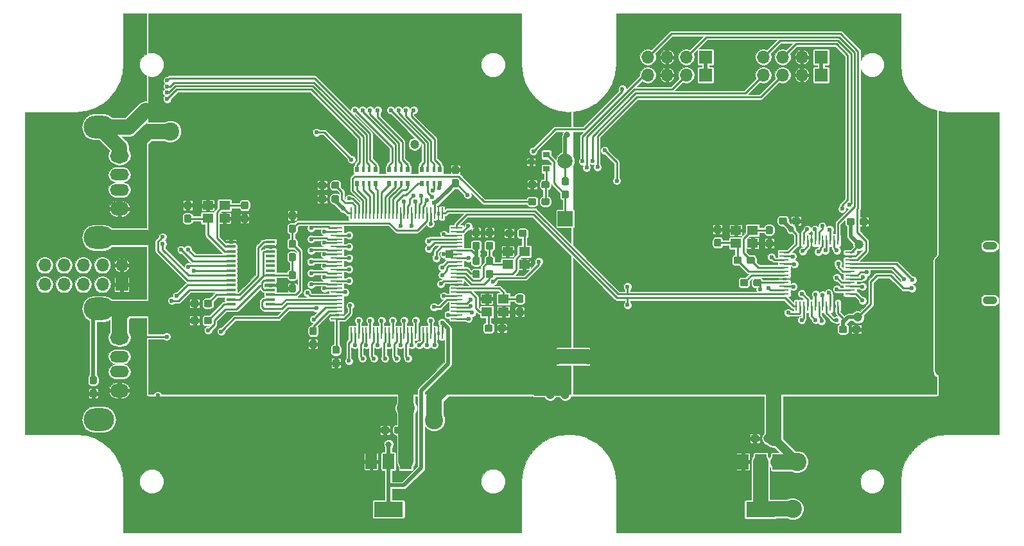
<source format=gbr>
From ad86b136490b231d14891c9fe936ac38ea940553 Mon Sep 17 00:00:00 2001
From: jaseg <git@jaseg.net>
Date: Tue, 27 Nov 2018 11:37:35 +0900
Subject: pcb: Add project info to silk and do gerber export

---
 pcb/gerber/securehid-F.Cu.gbr | 23297 ++++++++++++++++++++++++++++++++++++++++
 1 file changed, 23297 insertions(+)
 create mode 100644 pcb/gerber/securehid-F.Cu.gbr

(limited to 'pcb/gerber/securehid-F.Cu.gbr')

diff --git a/pcb/gerber/securehid-F.Cu.gbr b/pcb/gerber/securehid-F.Cu.gbr
new file mode 100644
index 0000000..c58b5a5
--- /dev/null
+++ b/pcb/gerber/securehid-F.Cu.gbr
@@ -0,0 +1,23297 @@
+G04 #@! TF.GenerationSoftware,KiCad,Pcbnew,(5.0.1)*
+G04 #@! TF.CreationDate,2018-11-27T11:36:47+09:00*
+G04 #@! TF.ProjectId,securehid,7365637572656869642E6B696361645F,rev?*
+G04 #@! TF.SameCoordinates,Original*
+G04 #@! TF.FileFunction,Copper,L1,Top,Signal*
+G04 #@! TF.FilePolarity,Positive*
+%FSLAX46Y46*%
+G04 Gerber Fmt 4.6, Leading zero omitted, Abs format (unit mm)*
+G04 Created by KiCad (PCBNEW (5.0.1)) date Tue Nov 27 11:36:47 2018*
+%MOMM*%
+%LPD*%
+G01*
+G04 APERTURE LIST*
+G04 #@! TA.AperFunction,EtchedComponent*
+%ADD10C,0.100000*%
+G04 #@! TD*
+G04 #@! TA.AperFunction,ComponentPad*
+%ADD11O,4.000000X3.000000*%
+G04 #@! TD*
+G04 #@! TA.AperFunction,ComponentPad*
+%ADD12O,2.500000X1.800000*%
+G04 #@! TD*
+G04 #@! TA.AperFunction,ComponentPad*
+%ADD13O,2.500000X1.500000*%
+G04 #@! TD*
+G04 #@! TA.AperFunction,Conductor*
+%ADD14C,0.100000*%
+G04 #@! TD*
+G04 #@! TA.AperFunction,SMDPad,CuDef*
+%ADD15C,0.950000*%
+G04 #@! TD*
+G04 #@! TA.AperFunction,ComponentPad*
+%ADD16O,1.900000X1.050000*%
+G04 #@! TD*
+G04 #@! TA.AperFunction,ComponentPad*
+%ADD17O,1.700000X1.700000*%
+G04 #@! TD*
+G04 #@! TA.AperFunction,ComponentPad*
+%ADD18R,1.700000X1.700000*%
+G04 #@! TD*
+G04 #@! TA.AperFunction,ComponentPad*
+%ADD19R,2.000000X2.000000*%
+G04 #@! TD*
+G04 #@! TA.AperFunction,ComponentPad*
+%ADD20C,2.000000*%
+G04 #@! TD*
+G04 #@! TA.AperFunction,SMDPad,CuDef*
+%ADD21R,0.900000X0.800000*%
+G04 #@! TD*
+G04 #@! TA.AperFunction,SMDPad,CuDef*
+%ADD22R,0.500000X0.800000*%
+G04 #@! TD*
+G04 #@! TA.AperFunction,SMDPad,CuDef*
+%ADD23R,0.400000X0.800000*%
+G04 #@! TD*
+G04 #@! TA.AperFunction,SMDPad,CuDef*
+%ADD24R,3.800000X2.000000*%
+G04 #@! TD*
+G04 #@! TA.AperFunction,SMDPad,CuDef*
+%ADD25R,1.500000X2.000000*%
+G04 #@! TD*
+G04 #@! TA.AperFunction,SMDPad,CuDef*
+%ADD26R,1.300000X0.250000*%
+G04 #@! TD*
+G04 #@! TA.AperFunction,SMDPad,CuDef*
+%ADD27R,0.250000X1.300000*%
+G04 #@! TD*
+G04 #@! TA.AperFunction,SMDPad,CuDef*
+%ADD28R,1.500000X0.280000*%
+G04 #@! TD*
+G04 #@! TA.AperFunction,SMDPad,CuDef*
+%ADD29R,0.280000X1.500000*%
+G04 #@! TD*
+G04 #@! TA.AperFunction,SMDPad,CuDef*
+%ADD30R,1.200000X0.400000*%
+G04 #@! TD*
+G04 #@! TA.AperFunction,SMDPad,CuDef*
+%ADD31R,1.400000X1.200000*%
+G04 #@! TD*
+G04 #@! TA.AperFunction,SMDPad,CuDef*
+%ADD32R,1.000000X1.000000*%
+G04 #@! TD*
+G04 #@! TA.AperFunction,Conductor*
+%ADD33C,2.000000*%
+G04 #@! TD*
+G04 #@! TA.AperFunction,ViaPad*
+%ADD34C,1.200000*%
+G04 #@! TD*
+G04 #@! TA.AperFunction,ViaPad*
+%ADD35C,0.600000*%
+G04 #@! TD*
+G04 #@! TA.AperFunction,ViaPad*
+%ADD36C,2.400000*%
+G04 #@! TD*
+G04 #@! TA.AperFunction,ViaPad*
+%ADD37C,0.800000*%
+G04 #@! TD*
+G04 #@! TA.AperFunction,Conductor*
+%ADD38C,0.250000*%
+G04 #@! TD*
+G04 #@! TA.AperFunction,Conductor*
+%ADD39C,0.500000*%
+G04 #@! TD*
+G04 #@! TA.AperFunction,Conductor*
+%ADD40C,2.000000*%
+G04 #@! TD*
+G04 #@! TA.AperFunction,Conductor*
+%ADD41C,1.200000*%
+G04 #@! TD*
+G04 APERTURE END LIST*
+D10*
+G04 #@! TO.C,R26*
+G36*
+X105000000Y-91000000D02*
+X109000000Y-91000000D01*
+X109000000Y-93000000D01*
+X105000000Y-93000000D01*
+X105000000Y-91000000D01*
+G37*
+G04 #@! TD*
+D11*
+G04 #@! TO.P,J8,5*
+G04 #@! TO.N,GND*
+X44500000Y-76300000D03*
+X44500000Y-61700000D03*
+D12*
+G04 #@! TO.P,J8,1*
+G04 #@! TO.N,VBUS*
+X47210000Y-72500000D03*
+G04 #@! TO.P,J8,4*
+G04 #@! TO.N,GND*
+X47210000Y-65500000D03*
+D13*
+G04 #@! TO.P,J8,3*
+G04 #@! TO.N,Net-(J8-Pad3)*
+X47210000Y-68000000D03*
+G04 #@! TO.P,J8,2*
+G04 #@! TO.N,Net-(J8-Pad2)*
+X47210000Y-70000000D03*
+G04 #@! TD*
+D14*
+G04 #@! TO.N,GND*
+G04 #@! TO.C,C1*
+G36*
+X74235779Y-70726144D02*
+X74258834Y-70729563D01*
+X74281443Y-70735227D01*
+X74303387Y-70743079D01*
+X74324457Y-70753044D01*
+X74344448Y-70765026D01*
+X74363168Y-70778910D01*
+X74380438Y-70794562D01*
+X74396090Y-70811832D01*
+X74409974Y-70830552D01*
+X74421956Y-70850543D01*
+X74431921Y-70871613D01*
+X74439773Y-70893557D01*
+X74445437Y-70916166D01*
+X74448856Y-70939221D01*
+X74450000Y-70962500D01*
+X74450000Y-71437500D01*
+X74448856Y-71460779D01*
+X74445437Y-71483834D01*
+X74439773Y-71506443D01*
+X74431921Y-71528387D01*
+X74421956Y-71549457D01*
+X74409974Y-71569448D01*
+X74396090Y-71588168D01*
+X74380438Y-71605438D01*
+X74363168Y-71621090D01*
+X74344448Y-71634974D01*
+X74324457Y-71646956D01*
+X74303387Y-71656921D01*
+X74281443Y-71664773D01*
+X74258834Y-71670437D01*
+X74235779Y-71673856D01*
+X74212500Y-71675000D01*
+X73637500Y-71675000D01*
+X73614221Y-71673856D01*
+X73591166Y-71670437D01*
+X73568557Y-71664773D01*
+X73546613Y-71656921D01*
+X73525543Y-71646956D01*
+X73505552Y-71634974D01*
+X73486832Y-71621090D01*
+X73469562Y-71605438D01*
+X73453910Y-71588168D01*
+X73440026Y-71569448D01*
+X73428044Y-71549457D01*
+X73418079Y-71528387D01*
+X73410227Y-71506443D01*
+X73404563Y-71483834D01*
+X73401144Y-71460779D01*
+X73400000Y-71437500D01*
+X73400000Y-70962500D01*
+X73401144Y-70939221D01*
+X73404563Y-70916166D01*
+X73410227Y-70893557D01*
+X73418079Y-70871613D01*
+X73428044Y-70850543D01*
+X73440026Y-70830552D01*
+X73453910Y-70811832D01*
+X73469562Y-70794562D01*
+X73486832Y-70778910D01*
+X73505552Y-70765026D01*
+X73525543Y-70753044D01*
+X73546613Y-70743079D01*
+X73568557Y-70735227D01*
+X73591166Y-70729563D01*
+X73614221Y-70726144D01*
+X73637500Y-70725000D01*
+X74212500Y-70725000D01*
+X74235779Y-70726144D01*
+X74235779Y-70726144D01*
+G37*
+D15*
+G04 #@! TD*
+G04 #@! TO.P,C1,2*
+G04 #@! TO.N,GND*
+X73925000Y-71200000D03*
+D14*
+G04 #@! TO.N,+3V3*
+G04 #@! TO.C,C1*
+G36*
+X75985779Y-70726144D02*
+X76008834Y-70729563D01*
+X76031443Y-70735227D01*
+X76053387Y-70743079D01*
+X76074457Y-70753044D01*
+X76094448Y-70765026D01*
+X76113168Y-70778910D01*
+X76130438Y-70794562D01*
+X76146090Y-70811832D01*
+X76159974Y-70830552D01*
+X76171956Y-70850543D01*
+X76181921Y-70871613D01*
+X76189773Y-70893557D01*
+X76195437Y-70916166D01*
+X76198856Y-70939221D01*
+X76200000Y-70962500D01*
+X76200000Y-71437500D01*
+X76198856Y-71460779D01*
+X76195437Y-71483834D01*
+X76189773Y-71506443D01*
+X76181921Y-71528387D01*
+X76171956Y-71549457D01*
+X76159974Y-71569448D01*
+X76146090Y-71588168D01*
+X76130438Y-71605438D01*
+X76113168Y-71621090D01*
+X76094448Y-71634974D01*
+X76074457Y-71646956D01*
+X76053387Y-71656921D01*
+X76031443Y-71664773D01*
+X76008834Y-71670437D01*
+X75985779Y-71673856D01*
+X75962500Y-71675000D01*
+X75387500Y-71675000D01*
+X75364221Y-71673856D01*
+X75341166Y-71670437D01*
+X75318557Y-71664773D01*
+X75296613Y-71656921D01*
+X75275543Y-71646956D01*
+X75255552Y-71634974D01*
+X75236832Y-71621090D01*
+X75219562Y-71605438D01*
+X75203910Y-71588168D01*
+X75190026Y-71569448D01*
+X75178044Y-71549457D01*
+X75168079Y-71528387D01*
+X75160227Y-71506443D01*
+X75154563Y-71483834D01*
+X75151144Y-71460779D01*
+X75150000Y-71437500D01*
+X75150000Y-70962500D01*
+X75151144Y-70939221D01*
+X75154563Y-70916166D01*
+X75160227Y-70893557D01*
+X75168079Y-70871613D01*
+X75178044Y-70850543D01*
+X75190026Y-70830552D01*
+X75203910Y-70811832D01*
+X75219562Y-70794562D01*
+X75236832Y-70778910D01*
+X75255552Y-70765026D01*
+X75275543Y-70753044D01*
+X75296613Y-70743079D01*
+X75318557Y-70735227D01*
+X75341166Y-70729563D01*
+X75364221Y-70726144D01*
+X75387500Y-70725000D01*
+X75962500Y-70725000D01*
+X75985779Y-70726144D01*
+X75985779Y-70726144D01*
+G37*
+D15*
+G04 #@! TD*
+G04 #@! TO.P,C1,1*
+G04 #@! TO.N,+3V3*
+X75675000Y-71200000D03*
+D14*
+G04 #@! TO.N,+3V3*
+G04 #@! TO.C,C2*
+G36*
+X91760779Y-68601144D02*
+X91783834Y-68604563D01*
+X91806443Y-68610227D01*
+X91828387Y-68618079D01*
+X91849457Y-68628044D01*
+X91869448Y-68640026D01*
+X91888168Y-68653910D01*
+X91905438Y-68669562D01*
+X91921090Y-68686832D01*
+X91934974Y-68705552D01*
+X91946956Y-68725543D01*
+X91956921Y-68746613D01*
+X91964773Y-68768557D01*
+X91970437Y-68791166D01*
+X91973856Y-68814221D01*
+X91975000Y-68837500D01*
+X91975000Y-69412500D01*
+X91973856Y-69435779D01*
+X91970437Y-69458834D01*
+X91964773Y-69481443D01*
+X91956921Y-69503387D01*
+X91946956Y-69524457D01*
+X91934974Y-69544448D01*
+X91921090Y-69563168D01*
+X91905438Y-69580438D01*
+X91888168Y-69596090D01*
+X91869448Y-69609974D01*
+X91849457Y-69621956D01*
+X91828387Y-69631921D01*
+X91806443Y-69639773D01*
+X91783834Y-69645437D01*
+X91760779Y-69648856D01*
+X91737500Y-69650000D01*
+X91262500Y-69650000D01*
+X91239221Y-69648856D01*
+X91216166Y-69645437D01*
+X91193557Y-69639773D01*
+X91171613Y-69631921D01*
+X91150543Y-69621956D01*
+X91130552Y-69609974D01*
+X91111832Y-69596090D01*
+X91094562Y-69580438D01*
+X91078910Y-69563168D01*
+X91065026Y-69544448D01*
+X91053044Y-69524457D01*
+X91043079Y-69503387D01*
+X91035227Y-69481443D01*
+X91029563Y-69458834D01*
+X91026144Y-69435779D01*
+X91025000Y-69412500D01*
+X91025000Y-68837500D01*
+X91026144Y-68814221D01*
+X91029563Y-68791166D01*
+X91035227Y-68768557D01*
+X91043079Y-68746613D01*
+X91053044Y-68725543D01*
+X91065026Y-68705552D01*
+X91078910Y-68686832D01*
+X91094562Y-68669562D01*
+X91111832Y-68653910D01*
+X91130552Y-68640026D01*
+X91150543Y-68628044D01*
+X91171613Y-68618079D01*
+X91193557Y-68610227D01*
+X91216166Y-68604563D01*
+X91239221Y-68601144D01*
+X91262500Y-68600000D01*
+X91737500Y-68600000D01*
+X91760779Y-68601144D01*
+X91760779Y-68601144D01*
+G37*
+D15*
+G04 #@! TD*
+G04 #@! TO.P,C2,1*
+G04 #@! TO.N,+3V3*
+X91500000Y-69125000D03*
+D14*
+G04 #@! TO.N,GND*
+G04 #@! TO.C,C2*
+G36*
+X91760779Y-66851144D02*
+X91783834Y-66854563D01*
+X91806443Y-66860227D01*
+X91828387Y-66868079D01*
+X91849457Y-66878044D01*
+X91869448Y-66890026D01*
+X91888168Y-66903910D01*
+X91905438Y-66919562D01*
+X91921090Y-66936832D01*
+X91934974Y-66955552D01*
+X91946956Y-66975543D01*
+X91956921Y-66996613D01*
+X91964773Y-67018557D01*
+X91970437Y-67041166D01*
+X91973856Y-67064221D01*
+X91975000Y-67087500D01*
+X91975000Y-67662500D01*
+X91973856Y-67685779D01*
+X91970437Y-67708834D01*
+X91964773Y-67731443D01*
+X91956921Y-67753387D01*
+X91946956Y-67774457D01*
+X91934974Y-67794448D01*
+X91921090Y-67813168D01*
+X91905438Y-67830438D01*
+X91888168Y-67846090D01*
+X91869448Y-67859974D01*
+X91849457Y-67871956D01*
+X91828387Y-67881921D01*
+X91806443Y-67889773D01*
+X91783834Y-67895437D01*
+X91760779Y-67898856D01*
+X91737500Y-67900000D01*
+X91262500Y-67900000D01*
+X91239221Y-67898856D01*
+X91216166Y-67895437D01*
+X91193557Y-67889773D01*
+X91171613Y-67881921D01*
+X91150543Y-67871956D01*
+X91130552Y-67859974D01*
+X91111832Y-67846090D01*
+X91094562Y-67830438D01*
+X91078910Y-67813168D01*
+X91065026Y-67794448D01*
+X91053044Y-67774457D01*
+X91043079Y-67753387D01*
+X91035227Y-67731443D01*
+X91029563Y-67708834D01*
+X91026144Y-67685779D01*
+X91025000Y-67662500D01*
+X91025000Y-67087500D01*
+X91026144Y-67064221D01*
+X91029563Y-67041166D01*
+X91035227Y-67018557D01*
+X91043079Y-66996613D01*
+X91053044Y-66975543D01*
+X91065026Y-66955552D01*
+X91078910Y-66936832D01*
+X91094562Y-66919562D01*
+X91111832Y-66903910D01*
+X91130552Y-66890026D01*
+X91150543Y-66878044D01*
+X91171613Y-66868079D01*
+X91193557Y-66860227D01*
+X91216166Y-66854563D01*
+X91239221Y-66851144D01*
+X91262500Y-66850000D01*
+X91737500Y-66850000D01*
+X91760779Y-66851144D01*
+X91760779Y-66851144D01*
+G37*
+D15*
+G04 #@! TD*
+G04 #@! TO.P,C2,2*
+G04 #@! TO.N,GND*
+X91500000Y-67375000D03*
+D14*
+G04 #@! TO.N,GND*
+G04 #@! TO.C,C4*
+G36*
+X76010779Y-92351144D02*
+X76033834Y-92354563D01*
+X76056443Y-92360227D01*
+X76078387Y-92368079D01*
+X76099457Y-92378044D01*
+X76119448Y-92390026D01*
+X76138168Y-92403910D01*
+X76155438Y-92419562D01*
+X76171090Y-92436832D01*
+X76184974Y-92455552D01*
+X76196956Y-92475543D01*
+X76206921Y-92496613D01*
+X76214773Y-92518557D01*
+X76220437Y-92541166D01*
+X76223856Y-92564221D01*
+X76225000Y-92587500D01*
+X76225000Y-93162500D01*
+X76223856Y-93185779D01*
+X76220437Y-93208834D01*
+X76214773Y-93231443D01*
+X76206921Y-93253387D01*
+X76196956Y-93274457D01*
+X76184974Y-93294448D01*
+X76171090Y-93313168D01*
+X76155438Y-93330438D01*
+X76138168Y-93346090D01*
+X76119448Y-93359974D01*
+X76099457Y-93371956D01*
+X76078387Y-93381921D01*
+X76056443Y-93389773D01*
+X76033834Y-93395437D01*
+X76010779Y-93398856D01*
+X75987500Y-93400000D01*
+X75512500Y-93400000D01*
+X75489221Y-93398856D01*
+X75466166Y-93395437D01*
+X75443557Y-93389773D01*
+X75421613Y-93381921D01*
+X75400543Y-93371956D01*
+X75380552Y-93359974D01*
+X75361832Y-93346090D01*
+X75344562Y-93330438D01*
+X75328910Y-93313168D01*
+X75315026Y-93294448D01*
+X75303044Y-93274457D01*
+X75293079Y-93253387D01*
+X75285227Y-93231443D01*
+X75279563Y-93208834D01*
+X75276144Y-93185779D01*
+X75275000Y-93162500D01*
+X75275000Y-92587500D01*
+X75276144Y-92564221D01*
+X75279563Y-92541166D01*
+X75285227Y-92518557D01*
+X75293079Y-92496613D01*
+X75303044Y-92475543D01*
+X75315026Y-92455552D01*
+X75328910Y-92436832D01*
+X75344562Y-92419562D01*
+X75361832Y-92403910D01*
+X75380552Y-92390026D01*
+X75400543Y-92378044D01*
+X75421613Y-92368079D01*
+X75443557Y-92360227D01*
+X75466166Y-92354563D01*
+X75489221Y-92351144D01*
+X75512500Y-92350000D01*
+X75987500Y-92350000D01*
+X76010779Y-92351144D01*
+X76010779Y-92351144D01*
+G37*
+D15*
+G04 #@! TD*
+G04 #@! TO.P,C4,2*
+G04 #@! TO.N,GND*
+X75750000Y-92875000D03*
+D14*
+G04 #@! TO.N,+3V3*
+G04 #@! TO.C,C4*
+G36*
+X76010779Y-90601144D02*
+X76033834Y-90604563D01*
+X76056443Y-90610227D01*
+X76078387Y-90618079D01*
+X76099457Y-90628044D01*
+X76119448Y-90640026D01*
+X76138168Y-90653910D01*
+X76155438Y-90669562D01*
+X76171090Y-90686832D01*
+X76184974Y-90705552D01*
+X76196956Y-90725543D01*
+X76206921Y-90746613D01*
+X76214773Y-90768557D01*
+X76220437Y-90791166D01*
+X76223856Y-90814221D01*
+X76225000Y-90837500D01*
+X76225000Y-91412500D01*
+X76223856Y-91435779D01*
+X76220437Y-91458834D01*
+X76214773Y-91481443D01*
+X76206921Y-91503387D01*
+X76196956Y-91524457D01*
+X76184974Y-91544448D01*
+X76171090Y-91563168D01*
+X76155438Y-91580438D01*
+X76138168Y-91596090D01*
+X76119448Y-91609974D01*
+X76099457Y-91621956D01*
+X76078387Y-91631921D01*
+X76056443Y-91639773D01*
+X76033834Y-91645437D01*
+X76010779Y-91648856D01*
+X75987500Y-91650000D01*
+X75512500Y-91650000D01*
+X75489221Y-91648856D01*
+X75466166Y-91645437D01*
+X75443557Y-91639773D01*
+X75421613Y-91631921D01*
+X75400543Y-91621956D01*
+X75380552Y-91609974D01*
+X75361832Y-91596090D01*
+X75344562Y-91580438D01*
+X75328910Y-91563168D01*
+X75315026Y-91544448D01*
+X75303044Y-91524457D01*
+X75293079Y-91503387D01*
+X75285227Y-91481443D01*
+X75279563Y-91458834D01*
+X75276144Y-91435779D01*
+X75275000Y-91412500D01*
+X75275000Y-90837500D01*
+X75276144Y-90814221D01*
+X75279563Y-90791166D01*
+X75285227Y-90768557D01*
+X75293079Y-90746613D01*
+X75303044Y-90725543D01*
+X75315026Y-90705552D01*
+X75328910Y-90686832D01*
+X75344562Y-90669562D01*
+X75361832Y-90653910D01*
+X75380552Y-90640026D01*
+X75400543Y-90628044D01*
+X75421613Y-90618079D01*
+X75443557Y-90610227D01*
+X75466166Y-90604563D01*
+X75489221Y-90601144D01*
+X75512500Y-90600000D01*
+X75987500Y-90600000D01*
+X76010779Y-90601144D01*
+X76010779Y-90601144D01*
+G37*
+D15*
+G04 #@! TD*
+G04 #@! TO.P,C4,1*
+G04 #@! TO.N,+3V3*
+X75750000Y-91125000D03*
+D14*
+G04 #@! TO.N,GND*
+G04 #@! TO.C,C11*
+G36*
+X94510779Y-75101144D02*
+X94533834Y-75104563D01*
+X94556443Y-75110227D01*
+X94578387Y-75118079D01*
+X94599457Y-75128044D01*
+X94619448Y-75140026D01*
+X94638168Y-75153910D01*
+X94655438Y-75169562D01*
+X94671090Y-75186832D01*
+X94684974Y-75205552D01*
+X94696956Y-75225543D01*
+X94706921Y-75246613D01*
+X94714773Y-75268557D01*
+X94720437Y-75291166D01*
+X94723856Y-75314221D01*
+X94725000Y-75337500D01*
+X94725000Y-75912500D01*
+X94723856Y-75935779D01*
+X94720437Y-75958834D01*
+X94714773Y-75981443D01*
+X94706921Y-76003387D01*
+X94696956Y-76024457D01*
+X94684974Y-76044448D01*
+X94671090Y-76063168D01*
+X94655438Y-76080438D01*
+X94638168Y-76096090D01*
+X94619448Y-76109974D01*
+X94599457Y-76121956D01*
+X94578387Y-76131921D01*
+X94556443Y-76139773D01*
+X94533834Y-76145437D01*
+X94510779Y-76148856D01*
+X94487500Y-76150000D01*
+X94012500Y-76150000D01*
+X93989221Y-76148856D01*
+X93966166Y-76145437D01*
+X93943557Y-76139773D01*
+X93921613Y-76131921D01*
+X93900543Y-76121956D01*
+X93880552Y-76109974D01*
+X93861832Y-76096090D01*
+X93844562Y-76080438D01*
+X93828910Y-76063168D01*
+X93815026Y-76044448D01*
+X93803044Y-76024457D01*
+X93793079Y-76003387D01*
+X93785227Y-75981443D01*
+X93779563Y-75958834D01*
+X93776144Y-75935779D01*
+X93775000Y-75912500D01*
+X93775000Y-75337500D01*
+X93776144Y-75314221D01*
+X93779563Y-75291166D01*
+X93785227Y-75268557D01*
+X93793079Y-75246613D01*
+X93803044Y-75225543D01*
+X93815026Y-75205552D01*
+X93828910Y-75186832D01*
+X93844562Y-75169562D01*
+X93861832Y-75153910D01*
+X93880552Y-75140026D01*
+X93900543Y-75128044D01*
+X93921613Y-75118079D01*
+X93943557Y-75110227D01*
+X93966166Y-75104563D01*
+X93989221Y-75101144D01*
+X94012500Y-75100000D01*
+X94487500Y-75100000D01*
+X94510779Y-75101144D01*
+X94510779Y-75101144D01*
+G37*
+D15*
+G04 #@! TD*
+G04 #@! TO.P,C11,2*
+G04 #@! TO.N,GND*
+X94250000Y-75625000D03*
+D14*
+G04 #@! TO.N,+3V3*
+G04 #@! TO.C,C11*
+G36*
+X94510779Y-76851144D02*
+X94533834Y-76854563D01*
+X94556443Y-76860227D01*
+X94578387Y-76868079D01*
+X94599457Y-76878044D01*
+X94619448Y-76890026D01*
+X94638168Y-76903910D01*
+X94655438Y-76919562D01*
+X94671090Y-76936832D01*
+X94684974Y-76955552D01*
+X94696956Y-76975543D01*
+X94706921Y-76996613D01*
+X94714773Y-77018557D01*
+X94720437Y-77041166D01*
+X94723856Y-77064221D01*
+X94725000Y-77087500D01*
+X94725000Y-77662500D01*
+X94723856Y-77685779D01*
+X94720437Y-77708834D01*
+X94714773Y-77731443D01*
+X94706921Y-77753387D01*
+X94696956Y-77774457D01*
+X94684974Y-77794448D01*
+X94671090Y-77813168D01*
+X94655438Y-77830438D01*
+X94638168Y-77846090D01*
+X94619448Y-77859974D01*
+X94599457Y-77871956D01*
+X94578387Y-77881921D01*
+X94556443Y-77889773D01*
+X94533834Y-77895437D01*
+X94510779Y-77898856D01*
+X94487500Y-77900000D01*
+X94012500Y-77900000D01*
+X93989221Y-77898856D01*
+X93966166Y-77895437D01*
+X93943557Y-77889773D01*
+X93921613Y-77881921D01*
+X93900543Y-77871956D01*
+X93880552Y-77859974D01*
+X93861832Y-77846090D01*
+X93844562Y-77830438D01*
+X93828910Y-77813168D01*
+X93815026Y-77794448D01*
+X93803044Y-77774457D01*
+X93793079Y-77753387D01*
+X93785227Y-77731443D01*
+X93779563Y-77708834D01*
+X93776144Y-77685779D01*
+X93775000Y-77662500D01*
+X93775000Y-77087500D01*
+X93776144Y-77064221D01*
+X93779563Y-77041166D01*
+X93785227Y-77018557D01*
+X93793079Y-76996613D01*
+X93803044Y-76975543D01*
+X93815026Y-76955552D01*
+X93828910Y-76936832D01*
+X93844562Y-76919562D01*
+X93861832Y-76903910D01*
+X93880552Y-76890026D01*
+X93900543Y-76878044D01*
+X93921613Y-76868079D01*
+X93943557Y-76860227D01*
+X93966166Y-76854563D01*
+X93989221Y-76851144D01*
+X94012500Y-76850000D01*
+X94487500Y-76850000D01*
+X94510779Y-76851144D01*
+X94510779Y-76851144D01*
+G37*
+D15*
+G04 #@! TD*
+G04 #@! TO.P,C11,1*
+G04 #@! TO.N,+3V3*
+X94250000Y-77375000D03*
+D14*
+G04 #@! TO.N,Net-(C13-Pad2)*
+G04 #@! TO.C,C13*
+G36*
+X133160779Y-74801144D02*
+X133183834Y-74804563D01*
+X133206443Y-74810227D01*
+X133228387Y-74818079D01*
+X133249457Y-74828044D01*
+X133269448Y-74840026D01*
+X133288168Y-74853910D01*
+X133305438Y-74869562D01*
+X133321090Y-74886832D01*
+X133334974Y-74905552D01*
+X133346956Y-74925543D01*
+X133356921Y-74946613D01*
+X133364773Y-74968557D01*
+X133370437Y-74991166D01*
+X133373856Y-75014221D01*
+X133375000Y-75037500D01*
+X133375000Y-75612500D01*
+X133373856Y-75635779D01*
+X133370437Y-75658834D01*
+X133364773Y-75681443D01*
+X133356921Y-75703387D01*
+X133346956Y-75724457D01*
+X133334974Y-75744448D01*
+X133321090Y-75763168D01*
+X133305438Y-75780438D01*
+X133288168Y-75796090D01*
+X133269448Y-75809974D01*
+X133249457Y-75821956D01*
+X133228387Y-75831921D01*
+X133206443Y-75839773D01*
+X133183834Y-75845437D01*
+X133160779Y-75848856D01*
+X133137500Y-75850000D01*
+X132662500Y-75850000D01*
+X132639221Y-75848856D01*
+X132616166Y-75845437D01*
+X132593557Y-75839773D01*
+X132571613Y-75831921D01*
+X132550543Y-75821956D01*
+X132530552Y-75809974D01*
+X132511832Y-75796090D01*
+X132494562Y-75780438D01*
+X132478910Y-75763168D01*
+X132465026Y-75744448D01*
+X132453044Y-75724457D01*
+X132443079Y-75703387D01*
+X132435227Y-75681443D01*
+X132429563Y-75658834D01*
+X132426144Y-75635779D01*
+X132425000Y-75612500D01*
+X132425000Y-75037500D01*
+X132426144Y-75014221D01*
+X132429563Y-74991166D01*
+X132435227Y-74968557D01*
+X132443079Y-74946613D01*
+X132453044Y-74925543D01*
+X132465026Y-74905552D01*
+X132478910Y-74886832D01*
+X132494562Y-74869562D01*
+X132511832Y-74853910D01*
+X132530552Y-74840026D01*
+X132550543Y-74828044D01*
+X132571613Y-74818079D01*
+X132593557Y-74810227D01*
+X132616166Y-74804563D01*
+X132639221Y-74801144D01*
+X132662500Y-74800000D01*
+X133137500Y-74800000D01*
+X133160779Y-74801144D01*
+X133160779Y-74801144D01*
+G37*
+D15*
+G04 #@! TD*
+G04 #@! TO.P,C13,2*
+G04 #@! TO.N,Net-(C13-Pad2)*
+X132900000Y-75325000D03*
+D14*
+G04 #@! TO.N,GNDA*
+G04 #@! TO.C,C13*
+G36*
+X133160779Y-76551144D02*
+X133183834Y-76554563D01*
+X133206443Y-76560227D01*
+X133228387Y-76568079D01*
+X133249457Y-76578044D01*
+X133269448Y-76590026D01*
+X133288168Y-76603910D01*
+X133305438Y-76619562D01*
+X133321090Y-76636832D01*
+X133334974Y-76655552D01*
+X133346956Y-76675543D01*
+X133356921Y-76696613D01*
+X133364773Y-76718557D01*
+X133370437Y-76741166D01*
+X133373856Y-76764221D01*
+X133375000Y-76787500D01*
+X133375000Y-77362500D01*
+X133373856Y-77385779D01*
+X133370437Y-77408834D01*
+X133364773Y-77431443D01*
+X133356921Y-77453387D01*
+X133346956Y-77474457D01*
+X133334974Y-77494448D01*
+X133321090Y-77513168D01*
+X133305438Y-77530438D01*
+X133288168Y-77546090D01*
+X133269448Y-77559974D01*
+X133249457Y-77571956D01*
+X133228387Y-77581921D01*
+X133206443Y-77589773D01*
+X133183834Y-77595437D01*
+X133160779Y-77598856D01*
+X133137500Y-77600000D01*
+X132662500Y-77600000D01*
+X132639221Y-77598856D01*
+X132616166Y-77595437D01*
+X132593557Y-77589773D01*
+X132571613Y-77581921D01*
+X132550543Y-77571956D01*
+X132530552Y-77559974D01*
+X132511832Y-77546090D01*
+X132494562Y-77530438D01*
+X132478910Y-77513168D01*
+X132465026Y-77494448D01*
+X132453044Y-77474457D01*
+X132443079Y-77453387D01*
+X132435227Y-77431443D01*
+X132429563Y-77408834D01*
+X132426144Y-77385779D01*
+X132425000Y-77362500D01*
+X132425000Y-76787500D01*
+X132426144Y-76764221D01*
+X132429563Y-76741166D01*
+X132435227Y-76718557D01*
+X132443079Y-76696613D01*
+X132453044Y-76675543D01*
+X132465026Y-76655552D01*
+X132478910Y-76636832D01*
+X132494562Y-76619562D01*
+X132511832Y-76603910D01*
+X132530552Y-76590026D01*
+X132550543Y-76578044D01*
+X132571613Y-76568079D01*
+X132593557Y-76560227D01*
+X132616166Y-76554563D01*
+X132639221Y-76551144D01*
+X132662500Y-76550000D01*
+X133137500Y-76550000D01*
+X133160779Y-76551144D01*
+X133160779Y-76551144D01*
+G37*
+D15*
+G04 #@! TD*
+G04 #@! TO.P,C13,1*
+G04 #@! TO.N,GNDA*
+X132900000Y-77075000D03*
+D14*
+G04 #@! TO.N,Net-(C14-Pad1)*
+G04 #@! TO.C,C14*
+G36*
+X75985779Y-68926144D02*
+X76008834Y-68929563D01*
+X76031443Y-68935227D01*
+X76053387Y-68943079D01*
+X76074457Y-68953044D01*
+X76094448Y-68965026D01*
+X76113168Y-68978910D01*
+X76130438Y-68994562D01*
+X76146090Y-69011832D01*
+X76159974Y-69030552D01*
+X76171956Y-69050543D01*
+X76181921Y-69071613D01*
+X76189773Y-69093557D01*
+X76195437Y-69116166D01*
+X76198856Y-69139221D01*
+X76200000Y-69162500D01*
+X76200000Y-69637500D01*
+X76198856Y-69660779D01*
+X76195437Y-69683834D01*
+X76189773Y-69706443D01*
+X76181921Y-69728387D01*
+X76171956Y-69749457D01*
+X76159974Y-69769448D01*
+X76146090Y-69788168D01*
+X76130438Y-69805438D01*
+X76113168Y-69821090D01*
+X76094448Y-69834974D01*
+X76074457Y-69846956D01*
+X76053387Y-69856921D01*
+X76031443Y-69864773D01*
+X76008834Y-69870437D01*
+X75985779Y-69873856D01*
+X75962500Y-69875000D01*
+X75387500Y-69875000D01*
+X75364221Y-69873856D01*
+X75341166Y-69870437D01*
+X75318557Y-69864773D01*
+X75296613Y-69856921D01*
+X75275543Y-69846956D01*
+X75255552Y-69834974D01*
+X75236832Y-69821090D01*
+X75219562Y-69805438D01*
+X75203910Y-69788168D01*
+X75190026Y-69769448D01*
+X75178044Y-69749457D01*
+X75168079Y-69728387D01*
+X75160227Y-69706443D01*
+X75154563Y-69683834D01*
+X75151144Y-69660779D01*
+X75150000Y-69637500D01*
+X75150000Y-69162500D01*
+X75151144Y-69139221D01*
+X75154563Y-69116166D01*
+X75160227Y-69093557D01*
+X75168079Y-69071613D01*
+X75178044Y-69050543D01*
+X75190026Y-69030552D01*
+X75203910Y-69011832D01*
+X75219562Y-68994562D01*
+X75236832Y-68978910D01*
+X75255552Y-68965026D01*
+X75275543Y-68953044D01*
+X75296613Y-68943079D01*
+X75318557Y-68935227D01*
+X75341166Y-68929563D01*
+X75364221Y-68926144D01*
+X75387500Y-68925000D01*
+X75962500Y-68925000D01*
+X75985779Y-68926144D01*
+X75985779Y-68926144D01*
+G37*
+D15*
+G04 #@! TD*
+G04 #@! TO.P,C14,1*
+G04 #@! TO.N,Net-(C14-Pad1)*
+X75675000Y-69400000D03*
+D14*
+G04 #@! TO.N,GND*
+G04 #@! TO.C,C14*
+G36*
+X74235779Y-68926144D02*
+X74258834Y-68929563D01*
+X74281443Y-68935227D01*
+X74303387Y-68943079D01*
+X74324457Y-68953044D01*
+X74344448Y-68965026D01*
+X74363168Y-68978910D01*
+X74380438Y-68994562D01*
+X74396090Y-69011832D01*
+X74409974Y-69030552D01*
+X74421956Y-69050543D01*
+X74431921Y-69071613D01*
+X74439773Y-69093557D01*
+X74445437Y-69116166D01*
+X74448856Y-69139221D01*
+X74450000Y-69162500D01*
+X74450000Y-69637500D01*
+X74448856Y-69660779D01*
+X74445437Y-69683834D01*
+X74439773Y-69706443D01*
+X74431921Y-69728387D01*
+X74421956Y-69749457D01*
+X74409974Y-69769448D01*
+X74396090Y-69788168D01*
+X74380438Y-69805438D01*
+X74363168Y-69821090D01*
+X74344448Y-69834974D01*
+X74324457Y-69846956D01*
+X74303387Y-69856921D01*
+X74281443Y-69864773D01*
+X74258834Y-69870437D01*
+X74235779Y-69873856D01*
+X74212500Y-69875000D01*
+X73637500Y-69875000D01*
+X73614221Y-69873856D01*
+X73591166Y-69870437D01*
+X73568557Y-69864773D01*
+X73546613Y-69856921D01*
+X73525543Y-69846956D01*
+X73505552Y-69834974D01*
+X73486832Y-69821090D01*
+X73469562Y-69805438D01*
+X73453910Y-69788168D01*
+X73440026Y-69769448D01*
+X73428044Y-69749457D01*
+X73418079Y-69728387D01*
+X73410227Y-69706443D01*
+X73404563Y-69683834D01*
+X73401144Y-69660779D01*
+X73400000Y-69637500D01*
+X73400000Y-69162500D01*
+X73401144Y-69139221D01*
+X73404563Y-69116166D01*
+X73410227Y-69093557D01*
+X73418079Y-69071613D01*
+X73428044Y-69050543D01*
+X73440026Y-69030552D01*
+X73453910Y-69011832D01*
+X73469562Y-68994562D01*
+X73486832Y-68978910D01*
+X73505552Y-68965026D01*
+X73525543Y-68953044D01*
+X73546613Y-68943079D01*
+X73568557Y-68935227D01*
+X73591166Y-68929563D01*
+X73614221Y-68926144D01*
+X73637500Y-68925000D01*
+X74212500Y-68925000D01*
+X74235779Y-68926144D01*
+X74235779Y-68926144D01*
+G37*
+D15*
+G04 #@! TD*
+G04 #@! TO.P,C14,2*
+G04 #@! TO.N,GND*
+X73925000Y-69400000D03*
+D14*
+G04 #@! TO.N,GND*
+G04 #@! TO.C,C15*
+G36*
+X73010779Y-89851144D02*
+X73033834Y-89854563D01*
+X73056443Y-89860227D01*
+X73078387Y-89868079D01*
+X73099457Y-89878044D01*
+X73119448Y-89890026D01*
+X73138168Y-89903910D01*
+X73155438Y-89919562D01*
+X73171090Y-89936832D01*
+X73184974Y-89955552D01*
+X73196956Y-89975543D01*
+X73206921Y-89996613D01*
+X73214773Y-90018557D01*
+X73220437Y-90041166D01*
+X73223856Y-90064221D01*
+X73225000Y-90087500D01*
+X73225000Y-90662500D01*
+X73223856Y-90685779D01*
+X73220437Y-90708834D01*
+X73214773Y-90731443D01*
+X73206921Y-90753387D01*
+X73196956Y-90774457D01*
+X73184974Y-90794448D01*
+X73171090Y-90813168D01*
+X73155438Y-90830438D01*
+X73138168Y-90846090D01*
+X73119448Y-90859974D01*
+X73099457Y-90871956D01*
+X73078387Y-90881921D01*
+X73056443Y-90889773D01*
+X73033834Y-90895437D01*
+X73010779Y-90898856D01*
+X72987500Y-90900000D01*
+X72512500Y-90900000D01*
+X72489221Y-90898856D01*
+X72466166Y-90895437D01*
+X72443557Y-90889773D01*
+X72421613Y-90881921D01*
+X72400543Y-90871956D01*
+X72380552Y-90859974D01*
+X72361832Y-90846090D01*
+X72344562Y-90830438D01*
+X72328910Y-90813168D01*
+X72315026Y-90794448D01*
+X72303044Y-90774457D01*
+X72293079Y-90753387D01*
+X72285227Y-90731443D01*
+X72279563Y-90708834D01*
+X72276144Y-90685779D01*
+X72275000Y-90662500D01*
+X72275000Y-90087500D01*
+X72276144Y-90064221D01*
+X72279563Y-90041166D01*
+X72285227Y-90018557D01*
+X72293079Y-89996613D01*
+X72303044Y-89975543D01*
+X72315026Y-89955552D01*
+X72328910Y-89936832D01*
+X72344562Y-89919562D01*
+X72361832Y-89903910D01*
+X72380552Y-89890026D01*
+X72400543Y-89878044D01*
+X72421613Y-89868079D01*
+X72443557Y-89860227D01*
+X72466166Y-89854563D01*
+X72489221Y-89851144D01*
+X72512500Y-89850000D01*
+X72987500Y-89850000D01*
+X73010779Y-89851144D01*
+X73010779Y-89851144D01*
+G37*
+D15*
+G04 #@! TD*
+G04 #@! TO.P,C15,2*
+G04 #@! TO.N,GND*
+X72750000Y-90375000D03*
+D14*
+G04 #@! TO.N,Net-(C15-Pad1)*
+G04 #@! TO.C,C15*
+G36*
+X73010779Y-88101144D02*
+X73033834Y-88104563D01*
+X73056443Y-88110227D01*
+X73078387Y-88118079D01*
+X73099457Y-88128044D01*
+X73119448Y-88140026D01*
+X73138168Y-88153910D01*
+X73155438Y-88169562D01*
+X73171090Y-88186832D01*
+X73184974Y-88205552D01*
+X73196956Y-88225543D01*
+X73206921Y-88246613D01*
+X73214773Y-88268557D01*
+X73220437Y-88291166D01*
+X73223856Y-88314221D01*
+X73225000Y-88337500D01*
+X73225000Y-88912500D01*
+X73223856Y-88935779D01*
+X73220437Y-88958834D01*
+X73214773Y-88981443D01*
+X73206921Y-89003387D01*
+X73196956Y-89024457D01*
+X73184974Y-89044448D01*
+X73171090Y-89063168D01*
+X73155438Y-89080438D01*
+X73138168Y-89096090D01*
+X73119448Y-89109974D01*
+X73099457Y-89121956D01*
+X73078387Y-89131921D01*
+X73056443Y-89139773D01*
+X73033834Y-89145437D01*
+X73010779Y-89148856D01*
+X72987500Y-89150000D01*
+X72512500Y-89150000D01*
+X72489221Y-89148856D01*
+X72466166Y-89145437D01*
+X72443557Y-89139773D01*
+X72421613Y-89131921D01*
+X72400543Y-89121956D01*
+X72380552Y-89109974D01*
+X72361832Y-89096090D01*
+X72344562Y-89080438D01*
+X72328910Y-89063168D01*
+X72315026Y-89044448D01*
+X72303044Y-89024457D01*
+X72293079Y-89003387D01*
+X72285227Y-88981443D01*
+X72279563Y-88958834D01*
+X72276144Y-88935779D01*
+X72275000Y-88912500D01*
+X72275000Y-88337500D01*
+X72276144Y-88314221D01*
+X72279563Y-88291166D01*
+X72285227Y-88268557D01*
+X72293079Y-88246613D01*
+X72303044Y-88225543D01*
+X72315026Y-88205552D01*
+X72328910Y-88186832D01*
+X72344562Y-88169562D01*
+X72361832Y-88153910D01*
+X72380552Y-88140026D01*
+X72400543Y-88128044D01*
+X72421613Y-88118079D01*
+X72443557Y-88110227D01*
+X72466166Y-88104563D01*
+X72489221Y-88101144D01*
+X72512500Y-88100000D01*
+X72987500Y-88100000D01*
+X73010779Y-88101144D01*
+X73010779Y-88101144D01*
+G37*
+D15*
+G04 #@! TD*
+G04 #@! TO.P,C15,1*
+G04 #@! TO.N,Net-(C15-Pad1)*
+X72750000Y-88625000D03*
+D14*
+G04 #@! TO.N,GNDA*
+G04 #@! TO.C,C16*
+G36*
+X126360779Y-74701144D02*
+X126383834Y-74704563D01*
+X126406443Y-74710227D01*
+X126428387Y-74718079D01*
+X126449457Y-74728044D01*
+X126469448Y-74740026D01*
+X126488168Y-74753910D01*
+X126505438Y-74769562D01*
+X126521090Y-74786832D01*
+X126534974Y-74805552D01*
+X126546956Y-74825543D01*
+X126556921Y-74846613D01*
+X126564773Y-74868557D01*
+X126570437Y-74891166D01*
+X126573856Y-74914221D01*
+X126575000Y-74937500D01*
+X126575000Y-75512500D01*
+X126573856Y-75535779D01*
+X126570437Y-75558834D01*
+X126564773Y-75581443D01*
+X126556921Y-75603387D01*
+X126546956Y-75624457D01*
+X126534974Y-75644448D01*
+X126521090Y-75663168D01*
+X126505438Y-75680438D01*
+X126488168Y-75696090D01*
+X126469448Y-75709974D01*
+X126449457Y-75721956D01*
+X126428387Y-75731921D01*
+X126406443Y-75739773D01*
+X126383834Y-75745437D01*
+X126360779Y-75748856D01*
+X126337500Y-75750000D01*
+X125862500Y-75750000D01*
+X125839221Y-75748856D01*
+X125816166Y-75745437D01*
+X125793557Y-75739773D01*
+X125771613Y-75731921D01*
+X125750543Y-75721956D01*
+X125730552Y-75709974D01*
+X125711832Y-75696090D01*
+X125694562Y-75680438D01*
+X125678910Y-75663168D01*
+X125665026Y-75644448D01*
+X125653044Y-75624457D01*
+X125643079Y-75603387D01*
+X125635227Y-75581443D01*
+X125629563Y-75558834D01*
+X125626144Y-75535779D01*
+X125625000Y-75512500D01*
+X125625000Y-74937500D01*
+X125626144Y-74914221D01*
+X125629563Y-74891166D01*
+X125635227Y-74868557D01*
+X125643079Y-74846613D01*
+X125653044Y-74825543D01*
+X125665026Y-74805552D01*
+X125678910Y-74786832D01*
+X125694562Y-74769562D01*
+X125711832Y-74753910D01*
+X125730552Y-74740026D01*
+X125750543Y-74728044D01*
+X125771613Y-74718079D01*
+X125793557Y-74710227D01*
+X125816166Y-74704563D01*
+X125839221Y-74701144D01*
+X125862500Y-74700000D01*
+X126337500Y-74700000D01*
+X126360779Y-74701144D01*
+X126360779Y-74701144D01*
+G37*
+D15*
+G04 #@! TD*
+G04 #@! TO.P,C16,1*
+G04 #@! TO.N,GNDA*
+X126100000Y-75225000D03*
+D14*
+G04 #@! TO.N,Net-(C16-Pad2)*
+G04 #@! TO.C,C16*
+G36*
+X126360779Y-76451144D02*
+X126383834Y-76454563D01*
+X126406443Y-76460227D01*
+X126428387Y-76468079D01*
+X126449457Y-76478044D01*
+X126469448Y-76490026D01*
+X126488168Y-76503910D01*
+X126505438Y-76519562D01*
+X126521090Y-76536832D01*
+X126534974Y-76555552D01*
+X126546956Y-76575543D01*
+X126556921Y-76596613D01*
+X126564773Y-76618557D01*
+X126570437Y-76641166D01*
+X126573856Y-76664221D01*
+X126575000Y-76687500D01*
+X126575000Y-77262500D01*
+X126573856Y-77285779D01*
+X126570437Y-77308834D01*
+X126564773Y-77331443D01*
+X126556921Y-77353387D01*
+X126546956Y-77374457D01*
+X126534974Y-77394448D01*
+X126521090Y-77413168D01*
+X126505438Y-77430438D01*
+X126488168Y-77446090D01*
+X126469448Y-77459974D01*
+X126449457Y-77471956D01*
+X126428387Y-77481921D01*
+X126406443Y-77489773D01*
+X126383834Y-77495437D01*
+X126360779Y-77498856D01*
+X126337500Y-77500000D01*
+X125862500Y-77500000D01*
+X125839221Y-77498856D01*
+X125816166Y-77495437D01*
+X125793557Y-77489773D01*
+X125771613Y-77481921D01*
+X125750543Y-77471956D01*
+X125730552Y-77459974D01*
+X125711832Y-77446090D01*
+X125694562Y-77430438D01*
+X125678910Y-77413168D01*
+X125665026Y-77394448D01*
+X125653044Y-77374457D01*
+X125643079Y-77353387D01*
+X125635227Y-77331443D01*
+X125629563Y-77308834D01*
+X125626144Y-77285779D01*
+X125625000Y-77262500D01*
+X125625000Y-76687500D01*
+X125626144Y-76664221D01*
+X125629563Y-76641166D01*
+X125635227Y-76618557D01*
+X125643079Y-76596613D01*
+X125653044Y-76575543D01*
+X125665026Y-76555552D01*
+X125678910Y-76536832D01*
+X125694562Y-76519562D01*
+X125711832Y-76503910D01*
+X125730552Y-76490026D01*
+X125750543Y-76478044D01*
+X125771613Y-76468079D01*
+X125793557Y-76460227D01*
+X125816166Y-76454563D01*
+X125839221Y-76451144D01*
+X125862500Y-76450000D01*
+X126337500Y-76450000D01*
+X126360779Y-76451144D01*
+X126360779Y-76451144D01*
+G37*
+D15*
+G04 #@! TD*
+G04 #@! TO.P,C16,2*
+G04 #@! TO.N,Net-(C16-Pad2)*
+X126100000Y-76975000D03*
+D14*
+G04 #@! TO.N,GND*
+G04 #@! TO.C,C17*
+G36*
+X98935779Y-75276144D02*
+X98958834Y-75279563D01*
+X98981443Y-75285227D01*
+X99003387Y-75293079D01*
+X99024457Y-75303044D01*
+X99044448Y-75315026D01*
+X99063168Y-75328910D01*
+X99080438Y-75344562D01*
+X99096090Y-75361832D01*
+X99109974Y-75380552D01*
+X99121956Y-75400543D01*
+X99131921Y-75421613D01*
+X99139773Y-75443557D01*
+X99145437Y-75466166D01*
+X99148856Y-75489221D01*
+X99150000Y-75512500D01*
+X99150000Y-75987500D01*
+X99148856Y-76010779D01*
+X99145437Y-76033834D01*
+X99139773Y-76056443D01*
+X99131921Y-76078387D01*
+X99121956Y-76099457D01*
+X99109974Y-76119448D01*
+X99096090Y-76138168D01*
+X99080438Y-76155438D01*
+X99063168Y-76171090D01*
+X99044448Y-76184974D01*
+X99024457Y-76196956D01*
+X99003387Y-76206921D01*
+X98981443Y-76214773D01*
+X98958834Y-76220437D01*
+X98935779Y-76223856D01*
+X98912500Y-76225000D01*
+X98337500Y-76225000D01*
+X98314221Y-76223856D01*
+X98291166Y-76220437D01*
+X98268557Y-76214773D01*
+X98246613Y-76206921D01*
+X98225543Y-76196956D01*
+X98205552Y-76184974D01*
+X98186832Y-76171090D01*
+X98169562Y-76155438D01*
+X98153910Y-76138168D01*
+X98140026Y-76119448D01*
+X98128044Y-76099457D01*
+X98118079Y-76078387D01*
+X98110227Y-76056443D01*
+X98104563Y-76033834D01*
+X98101144Y-76010779D01*
+X98100000Y-75987500D01*
+X98100000Y-75512500D01*
+X98101144Y-75489221D01*
+X98104563Y-75466166D01*
+X98110227Y-75443557D01*
+X98118079Y-75421613D01*
+X98128044Y-75400543D01*
+X98140026Y-75380552D01*
+X98153910Y-75361832D01*
+X98169562Y-75344562D01*
+X98186832Y-75328910D01*
+X98205552Y-75315026D01*
+X98225543Y-75303044D01*
+X98246613Y-75293079D01*
+X98268557Y-75285227D01*
+X98291166Y-75279563D01*
+X98314221Y-75276144D01*
+X98337500Y-75275000D01*
+X98912500Y-75275000D01*
+X98935779Y-75276144D01*
+X98935779Y-75276144D01*
+G37*
+D15*
+G04 #@! TD*
+G04 #@! TO.P,C17,1*
+G04 #@! TO.N,GND*
+X98625000Y-75750000D03*
+D14*
+G04 #@! TO.N,Net-(C17-Pad2)*
+G04 #@! TO.C,C17*
+G36*
+X100685779Y-75276144D02*
+X100708834Y-75279563D01*
+X100731443Y-75285227D01*
+X100753387Y-75293079D01*
+X100774457Y-75303044D01*
+X100794448Y-75315026D01*
+X100813168Y-75328910D01*
+X100830438Y-75344562D01*
+X100846090Y-75361832D01*
+X100859974Y-75380552D01*
+X100871956Y-75400543D01*
+X100881921Y-75421613D01*
+X100889773Y-75443557D01*
+X100895437Y-75466166D01*
+X100898856Y-75489221D01*
+X100900000Y-75512500D01*
+X100900000Y-75987500D01*
+X100898856Y-76010779D01*
+X100895437Y-76033834D01*
+X100889773Y-76056443D01*
+X100881921Y-76078387D01*
+X100871956Y-76099457D01*
+X100859974Y-76119448D01*
+X100846090Y-76138168D01*
+X100830438Y-76155438D01*
+X100813168Y-76171090D01*
+X100794448Y-76184974D01*
+X100774457Y-76196956D01*
+X100753387Y-76206921D01*
+X100731443Y-76214773D01*
+X100708834Y-76220437D01*
+X100685779Y-76223856D01*
+X100662500Y-76225000D01*
+X100087500Y-76225000D01*
+X100064221Y-76223856D01*
+X100041166Y-76220437D01*
+X100018557Y-76214773D01*
+X99996613Y-76206921D01*
+X99975543Y-76196956D01*
+X99955552Y-76184974D01*
+X99936832Y-76171090D01*
+X99919562Y-76155438D01*
+X99903910Y-76138168D01*
+X99890026Y-76119448D01*
+X99878044Y-76099457D01*
+X99868079Y-76078387D01*
+X99860227Y-76056443D01*
+X99854563Y-76033834D01*
+X99851144Y-76010779D01*
+X99850000Y-75987500D01*
+X99850000Y-75512500D01*
+X99851144Y-75489221D01*
+X99854563Y-75466166D01*
+X99860227Y-75443557D01*
+X99868079Y-75421613D01*
+X99878044Y-75400543D01*
+X99890026Y-75380552D01*
+X99903910Y-75361832D01*
+X99919562Y-75344562D01*
+X99936832Y-75328910D01*
+X99955552Y-75315026D01*
+X99975543Y-75303044D01*
+X99996613Y-75293079D01*
+X100018557Y-75285227D01*
+X100041166Y-75279563D01*
+X100064221Y-75276144D01*
+X100087500Y-75275000D01*
+X100662500Y-75275000D01*
+X100685779Y-75276144D01*
+X100685779Y-75276144D01*
+G37*
+D15*
+G04 #@! TD*
+G04 #@! TO.P,C17,2*
+G04 #@! TO.N,Net-(C17-Pad2)*
+X100375000Y-75750000D03*
+D14*
+G04 #@! TO.N,Net-(C18-Pad2)*
+G04 #@! TO.C,C18*
+G36*
+X96260779Y-76851144D02*
+X96283834Y-76854563D01*
+X96306443Y-76860227D01*
+X96328387Y-76868079D01*
+X96349457Y-76878044D01*
+X96369448Y-76890026D01*
+X96388168Y-76903910D01*
+X96405438Y-76919562D01*
+X96421090Y-76936832D01*
+X96434974Y-76955552D01*
+X96446956Y-76975543D01*
+X96456921Y-76996613D01*
+X96464773Y-77018557D01*
+X96470437Y-77041166D01*
+X96473856Y-77064221D01*
+X96475000Y-77087500D01*
+X96475000Y-77662500D01*
+X96473856Y-77685779D01*
+X96470437Y-77708834D01*
+X96464773Y-77731443D01*
+X96456921Y-77753387D01*
+X96446956Y-77774457D01*
+X96434974Y-77794448D01*
+X96421090Y-77813168D01*
+X96405438Y-77830438D01*
+X96388168Y-77846090D01*
+X96369448Y-77859974D01*
+X96349457Y-77871956D01*
+X96328387Y-77881921D01*
+X96306443Y-77889773D01*
+X96283834Y-77895437D01*
+X96260779Y-77898856D01*
+X96237500Y-77900000D01*
+X95762500Y-77900000D01*
+X95739221Y-77898856D01*
+X95716166Y-77895437D01*
+X95693557Y-77889773D01*
+X95671613Y-77881921D01*
+X95650543Y-77871956D01*
+X95630552Y-77859974D01*
+X95611832Y-77846090D01*
+X95594562Y-77830438D01*
+X95578910Y-77813168D01*
+X95565026Y-77794448D01*
+X95553044Y-77774457D01*
+X95543079Y-77753387D01*
+X95535227Y-77731443D01*
+X95529563Y-77708834D01*
+X95526144Y-77685779D01*
+X95525000Y-77662500D01*
+X95525000Y-77087500D01*
+X95526144Y-77064221D01*
+X95529563Y-77041166D01*
+X95535227Y-77018557D01*
+X95543079Y-76996613D01*
+X95553044Y-76975543D01*
+X95565026Y-76955552D01*
+X95578910Y-76936832D01*
+X95594562Y-76919562D01*
+X95611832Y-76903910D01*
+X95630552Y-76890026D01*
+X95650543Y-76878044D01*
+X95671613Y-76868079D01*
+X95693557Y-76860227D01*
+X95716166Y-76854563D01*
+X95739221Y-76851144D01*
+X95762500Y-76850000D01*
+X96237500Y-76850000D01*
+X96260779Y-76851144D01*
+X96260779Y-76851144D01*
+G37*
+D15*
+G04 #@! TD*
+G04 #@! TO.P,C18,2*
+G04 #@! TO.N,Net-(C18-Pad2)*
+X96000000Y-77375000D03*
+D14*
+G04 #@! TO.N,GND*
+G04 #@! TO.C,C18*
+G36*
+X96260779Y-75101144D02*
+X96283834Y-75104563D01*
+X96306443Y-75110227D01*
+X96328387Y-75118079D01*
+X96349457Y-75128044D01*
+X96369448Y-75140026D01*
+X96388168Y-75153910D01*
+X96405438Y-75169562D01*
+X96421090Y-75186832D01*
+X96434974Y-75205552D01*
+X96446956Y-75225543D01*
+X96456921Y-75246613D01*
+X96464773Y-75268557D01*
+X96470437Y-75291166D01*
+X96473856Y-75314221D01*
+X96475000Y-75337500D01*
+X96475000Y-75912500D01*
+X96473856Y-75935779D01*
+X96470437Y-75958834D01*
+X96464773Y-75981443D01*
+X96456921Y-76003387D01*
+X96446956Y-76024457D01*
+X96434974Y-76044448D01*
+X96421090Y-76063168D01*
+X96405438Y-76080438D01*
+X96388168Y-76096090D01*
+X96369448Y-76109974D01*
+X96349457Y-76121956D01*
+X96328387Y-76131921D01*
+X96306443Y-76139773D01*
+X96283834Y-76145437D01*
+X96260779Y-76148856D01*
+X96237500Y-76150000D01*
+X95762500Y-76150000D01*
+X95739221Y-76148856D01*
+X95716166Y-76145437D01*
+X95693557Y-76139773D01*
+X95671613Y-76131921D01*
+X95650543Y-76121956D01*
+X95630552Y-76109974D01*
+X95611832Y-76096090D01*
+X95594562Y-76080438D01*
+X95578910Y-76063168D01*
+X95565026Y-76044448D01*
+X95553044Y-76024457D01*
+X95543079Y-76003387D01*
+X95535227Y-75981443D01*
+X95529563Y-75958834D01*
+X95526144Y-75935779D01*
+X95525000Y-75912500D01*
+X95525000Y-75337500D01*
+X95526144Y-75314221D01*
+X95529563Y-75291166D01*
+X95535227Y-75268557D01*
+X95543079Y-75246613D01*
+X95553044Y-75225543D01*
+X95565026Y-75205552D01*
+X95578910Y-75186832D01*
+X95594562Y-75169562D01*
+X95611832Y-75153910D01*
+X95630552Y-75140026D01*
+X95650543Y-75128044D01*
+X95671613Y-75118079D01*
+X95693557Y-75110227D01*
+X95716166Y-75104563D01*
+X95739221Y-75101144D01*
+X95762500Y-75100000D01*
+X96237500Y-75100000D01*
+X96260779Y-75101144D01*
+X96260779Y-75101144D01*
+G37*
+D15*
+G04 #@! TD*
+G04 #@! TO.P,C18,1*
+G04 #@! TO.N,GND*
+X96000000Y-75625000D03*
+D14*
+G04 #@! TO.N,Net-(C19-Pad2)*
+G04 #@! TO.C,C19*
+G36*
+X96185779Y-87776144D02*
+X96208834Y-87779563D01*
+X96231443Y-87785227D01*
+X96253387Y-87793079D01*
+X96274457Y-87803044D01*
+X96294448Y-87815026D01*
+X96313168Y-87828910D01*
+X96330438Y-87844562D01*
+X96346090Y-87861832D01*
+X96359974Y-87880552D01*
+X96371956Y-87900543D01*
+X96381921Y-87921613D01*
+X96389773Y-87943557D01*
+X96395437Y-87966166D01*
+X96398856Y-87989221D01*
+X96400000Y-88012500D01*
+X96400000Y-88487500D01*
+X96398856Y-88510779D01*
+X96395437Y-88533834D01*
+X96389773Y-88556443D01*
+X96381921Y-88578387D01*
+X96371956Y-88599457D01*
+X96359974Y-88619448D01*
+X96346090Y-88638168D01*
+X96330438Y-88655438D01*
+X96313168Y-88671090D01*
+X96294448Y-88684974D01*
+X96274457Y-88696956D01*
+X96253387Y-88706921D01*
+X96231443Y-88714773D01*
+X96208834Y-88720437D01*
+X96185779Y-88723856D01*
+X96162500Y-88725000D01*
+X95587500Y-88725000D01*
+X95564221Y-88723856D01*
+X95541166Y-88720437D01*
+X95518557Y-88714773D01*
+X95496613Y-88706921D01*
+X95475543Y-88696956D01*
+X95455552Y-88684974D01*
+X95436832Y-88671090D01*
+X95419562Y-88655438D01*
+X95403910Y-88638168D01*
+X95390026Y-88619448D01*
+X95378044Y-88599457D01*
+X95368079Y-88578387D01*
+X95360227Y-88556443D01*
+X95354563Y-88533834D01*
+X95351144Y-88510779D01*
+X95350000Y-88487500D01*
+X95350000Y-88012500D01*
+X95351144Y-87989221D01*
+X95354563Y-87966166D01*
+X95360227Y-87943557D01*
+X95368079Y-87921613D01*
+X95378044Y-87900543D01*
+X95390026Y-87880552D01*
+X95403910Y-87861832D01*
+X95419562Y-87844562D01*
+X95436832Y-87828910D01*
+X95455552Y-87815026D01*
+X95475543Y-87803044D01*
+X95496613Y-87793079D01*
+X95518557Y-87785227D01*
+X95541166Y-87779563D01*
+X95564221Y-87776144D01*
+X95587500Y-87775000D01*
+X96162500Y-87775000D01*
+X96185779Y-87776144D01*
+X96185779Y-87776144D01*
+G37*
+D15*
+G04 #@! TD*
+G04 #@! TO.P,C19,2*
+G04 #@! TO.N,Net-(C19-Pad2)*
+X95875000Y-88250000D03*
+D14*
+G04 #@! TO.N,GND*
+G04 #@! TO.C,C19*
+G36*
+X97935779Y-87776144D02*
+X97958834Y-87779563D01*
+X97981443Y-87785227D01*
+X98003387Y-87793079D01*
+X98024457Y-87803044D01*
+X98044448Y-87815026D01*
+X98063168Y-87828910D01*
+X98080438Y-87844562D01*
+X98096090Y-87861832D01*
+X98109974Y-87880552D01*
+X98121956Y-87900543D01*
+X98131921Y-87921613D01*
+X98139773Y-87943557D01*
+X98145437Y-87966166D01*
+X98148856Y-87989221D01*
+X98150000Y-88012500D01*
+X98150000Y-88487500D01*
+X98148856Y-88510779D01*
+X98145437Y-88533834D01*
+X98139773Y-88556443D01*
+X98131921Y-88578387D01*
+X98121956Y-88599457D01*
+X98109974Y-88619448D01*
+X98096090Y-88638168D01*
+X98080438Y-88655438D01*
+X98063168Y-88671090D01*
+X98044448Y-88684974D01*
+X98024457Y-88696956D01*
+X98003387Y-88706921D01*
+X97981443Y-88714773D01*
+X97958834Y-88720437D01*
+X97935779Y-88723856D01*
+X97912500Y-88725000D01*
+X97337500Y-88725000D01*
+X97314221Y-88723856D01*
+X97291166Y-88720437D01*
+X97268557Y-88714773D01*
+X97246613Y-88706921D01*
+X97225543Y-88696956D01*
+X97205552Y-88684974D01*
+X97186832Y-88671090D01*
+X97169562Y-88655438D01*
+X97153910Y-88638168D01*
+X97140026Y-88619448D01*
+X97128044Y-88599457D01*
+X97118079Y-88578387D01*
+X97110227Y-88556443D01*
+X97104563Y-88533834D01*
+X97101144Y-88510779D01*
+X97100000Y-88487500D01*
+X97100000Y-88012500D01*
+X97101144Y-87989221D01*
+X97104563Y-87966166D01*
+X97110227Y-87943557D01*
+X97118079Y-87921613D01*
+X97128044Y-87900543D01*
+X97140026Y-87880552D01*
+X97153910Y-87861832D01*
+X97169562Y-87844562D01*
+X97186832Y-87828910D01*
+X97205552Y-87815026D01*
+X97225543Y-87803044D01*
+X97246613Y-87793079D01*
+X97268557Y-87785227D01*
+X97291166Y-87779563D01*
+X97314221Y-87776144D01*
+X97337500Y-87775000D01*
+X97912500Y-87775000D01*
+X97935779Y-87776144D01*
+X97935779Y-87776144D01*
+G37*
+D15*
+G04 #@! TD*
+G04 #@! TO.P,C19,1*
+G04 #@! TO.N,GND*
+X97625000Y-88250000D03*
+D14*
+G04 #@! TO.N,GND*
+G04 #@! TO.C,C20*
+G36*
+X63972000Y-73263206D02*
+X63995055Y-73266625D01*
+X64017664Y-73272289D01*
+X64039608Y-73280141D01*
+X64060678Y-73290106D01*
+X64080669Y-73302088D01*
+X64099389Y-73315972D01*
+X64116659Y-73331624D01*
+X64132311Y-73348894D01*
+X64146195Y-73367614D01*
+X64158177Y-73387605D01*
+X64168142Y-73408675D01*
+X64175994Y-73430619D01*
+X64181658Y-73453228D01*
+X64185077Y-73476283D01*
+X64186221Y-73499562D01*
+X64186221Y-74074562D01*
+X64185077Y-74097841D01*
+X64181658Y-74120896D01*
+X64175994Y-74143505D01*
+X64168142Y-74165449D01*
+X64158177Y-74186519D01*
+X64146195Y-74206510D01*
+X64132311Y-74225230D01*
+X64116659Y-74242500D01*
+X64099389Y-74258152D01*
+X64080669Y-74272036D01*
+X64060678Y-74284018D01*
+X64039608Y-74293983D01*
+X64017664Y-74301835D01*
+X63995055Y-74307499D01*
+X63972000Y-74310918D01*
+X63948721Y-74312062D01*
+X63473721Y-74312062D01*
+X63450442Y-74310918D01*
+X63427387Y-74307499D01*
+X63404778Y-74301835D01*
+X63382834Y-74293983D01*
+X63361764Y-74284018D01*
+X63341773Y-74272036D01*
+X63323053Y-74258152D01*
+X63305783Y-74242500D01*
+X63290131Y-74225230D01*
+X63276247Y-74206510D01*
+X63264265Y-74186519D01*
+X63254300Y-74165449D01*
+X63246448Y-74143505D01*
+X63240784Y-74120896D01*
+X63237365Y-74097841D01*
+X63236221Y-74074562D01*
+X63236221Y-73499562D01*
+X63237365Y-73476283D01*
+X63240784Y-73453228D01*
+X63246448Y-73430619D01*
+X63254300Y-73408675D01*
+X63264265Y-73387605D01*
+X63276247Y-73367614D01*
+X63290131Y-73348894D01*
+X63305783Y-73331624D01*
+X63323053Y-73315972D01*
+X63341773Y-73302088D01*
+X63361764Y-73290106D01*
+X63382834Y-73280141D01*
+X63404778Y-73272289D01*
+X63427387Y-73266625D01*
+X63450442Y-73263206D01*
+X63473721Y-73262062D01*
+X63948721Y-73262062D01*
+X63972000Y-73263206D01*
+X63972000Y-73263206D01*
+G37*
+D15*
+G04 #@! TD*
+G04 #@! TO.P,C20,2*
+G04 #@! TO.N,GND*
+X63711221Y-73787062D03*
+D14*
+G04 #@! TO.N,Net-(C20-Pad1)*
+G04 #@! TO.C,C20*
+G36*
+X63972000Y-71513206D02*
+X63995055Y-71516625D01*
+X64017664Y-71522289D01*
+X64039608Y-71530141D01*
+X64060678Y-71540106D01*
+X64080669Y-71552088D01*
+X64099389Y-71565972D01*
+X64116659Y-71581624D01*
+X64132311Y-71598894D01*
+X64146195Y-71617614D01*
+X64158177Y-71637605D01*
+X64168142Y-71658675D01*
+X64175994Y-71680619D01*
+X64181658Y-71703228D01*
+X64185077Y-71726283D01*
+X64186221Y-71749562D01*
+X64186221Y-72324562D01*
+X64185077Y-72347841D01*
+X64181658Y-72370896D01*
+X64175994Y-72393505D01*
+X64168142Y-72415449D01*
+X64158177Y-72436519D01*
+X64146195Y-72456510D01*
+X64132311Y-72475230D01*
+X64116659Y-72492500D01*
+X64099389Y-72508152D01*
+X64080669Y-72522036D01*
+X64060678Y-72534018D01*
+X64039608Y-72543983D01*
+X64017664Y-72551835D01*
+X63995055Y-72557499D01*
+X63972000Y-72560918D01*
+X63948721Y-72562062D01*
+X63473721Y-72562062D01*
+X63450442Y-72560918D01*
+X63427387Y-72557499D01*
+X63404778Y-72551835D01*
+X63382834Y-72543983D01*
+X63361764Y-72534018D01*
+X63341773Y-72522036D01*
+X63323053Y-72508152D01*
+X63305783Y-72492500D01*
+X63290131Y-72475230D01*
+X63276247Y-72456510D01*
+X63264265Y-72436519D01*
+X63254300Y-72415449D01*
+X63246448Y-72393505D01*
+X63240784Y-72370896D01*
+X63237365Y-72347841D01*
+X63236221Y-72324562D01*
+X63236221Y-71749562D01*
+X63237365Y-71726283D01*
+X63240784Y-71703228D01*
+X63246448Y-71680619D01*
+X63254300Y-71658675D01*
+X63264265Y-71637605D01*
+X63276247Y-71617614D01*
+X63290131Y-71598894D01*
+X63305783Y-71581624D01*
+X63323053Y-71565972D01*
+X63341773Y-71552088D01*
+X63361764Y-71540106D01*
+X63382834Y-71530141D01*
+X63404778Y-71522289D01*
+X63427387Y-71516625D01*
+X63450442Y-71513206D01*
+X63473721Y-71512062D01*
+X63948721Y-71512062D01*
+X63972000Y-71513206D01*
+X63972000Y-71513206D01*
+G37*
+D15*
+G04 #@! TD*
+G04 #@! TO.P,C20,1*
+G04 #@! TO.N,Net-(C20-Pad1)*
+X63711221Y-72037062D03*
+D14*
+G04 #@! TO.N,Net-(C21-Pad1)*
+G04 #@! TO.C,C21*
+G36*
+X56472000Y-73263206D02*
+X56495055Y-73266625D01*
+X56517664Y-73272289D01*
+X56539608Y-73280141D01*
+X56560678Y-73290106D01*
+X56580669Y-73302088D01*
+X56599389Y-73315972D01*
+X56616659Y-73331624D01*
+X56632311Y-73348894D01*
+X56646195Y-73367614D01*
+X56658177Y-73387605D01*
+X56668142Y-73408675D01*
+X56675994Y-73430619D01*
+X56681658Y-73453228D01*
+X56685077Y-73476283D01*
+X56686221Y-73499562D01*
+X56686221Y-74074562D01*
+X56685077Y-74097841D01*
+X56681658Y-74120896D01*
+X56675994Y-74143505D01*
+X56668142Y-74165449D01*
+X56658177Y-74186519D01*
+X56646195Y-74206510D01*
+X56632311Y-74225230D01*
+X56616659Y-74242500D01*
+X56599389Y-74258152D01*
+X56580669Y-74272036D01*
+X56560678Y-74284018D01*
+X56539608Y-74293983D01*
+X56517664Y-74301835D01*
+X56495055Y-74307499D01*
+X56472000Y-74310918D01*
+X56448721Y-74312062D01*
+X55973721Y-74312062D01*
+X55950442Y-74310918D01*
+X55927387Y-74307499D01*
+X55904778Y-74301835D01*
+X55882834Y-74293983D01*
+X55861764Y-74284018D01*
+X55841773Y-74272036D01*
+X55823053Y-74258152D01*
+X55805783Y-74242500D01*
+X55790131Y-74225230D01*
+X55776247Y-74206510D01*
+X55764265Y-74186519D01*
+X55754300Y-74165449D01*
+X55746448Y-74143505D01*
+X55740784Y-74120896D01*
+X55737365Y-74097841D01*
+X55736221Y-74074562D01*
+X55736221Y-73499562D01*
+X55737365Y-73476283D01*
+X55740784Y-73453228D01*
+X55746448Y-73430619D01*
+X55754300Y-73408675D01*
+X55764265Y-73387605D01*
+X55776247Y-73367614D01*
+X55790131Y-73348894D01*
+X55805783Y-73331624D01*
+X55823053Y-73315972D01*
+X55841773Y-73302088D01*
+X55861764Y-73290106D01*
+X55882834Y-73280141D01*
+X55904778Y-73272289D01*
+X55927387Y-73266625D01*
+X55950442Y-73263206D01*
+X55973721Y-73262062D01*
+X56448721Y-73262062D01*
+X56472000Y-73263206D01*
+X56472000Y-73263206D01*
+G37*
+D15*
+G04 #@! TD*
+G04 #@! TO.P,C21,1*
+G04 #@! TO.N,Net-(C21-Pad1)*
+X56211221Y-73787062D03*
+D14*
+G04 #@! TO.N,GND*
+G04 #@! TO.C,C21*
+G36*
+X56472000Y-71513206D02*
+X56495055Y-71516625D01*
+X56517664Y-71522289D01*
+X56539608Y-71530141D01*
+X56560678Y-71540106D01*
+X56580669Y-71552088D01*
+X56599389Y-71565972D01*
+X56616659Y-71581624D01*
+X56632311Y-71598894D01*
+X56646195Y-71617614D01*
+X56658177Y-71637605D01*
+X56668142Y-71658675D01*
+X56675994Y-71680619D01*
+X56681658Y-71703228D01*
+X56685077Y-71726283D01*
+X56686221Y-71749562D01*
+X56686221Y-72324562D01*
+X56685077Y-72347841D01*
+X56681658Y-72370896D01*
+X56675994Y-72393505D01*
+X56668142Y-72415449D01*
+X56658177Y-72436519D01*
+X56646195Y-72456510D01*
+X56632311Y-72475230D01*
+X56616659Y-72492500D01*
+X56599389Y-72508152D01*
+X56580669Y-72522036D01*
+X56560678Y-72534018D01*
+X56539608Y-72543983D01*
+X56517664Y-72551835D01*
+X56495055Y-72557499D01*
+X56472000Y-72560918D01*
+X56448721Y-72562062D01*
+X55973721Y-72562062D01*
+X55950442Y-72560918D01*
+X55927387Y-72557499D01*
+X55904778Y-72551835D01*
+X55882834Y-72543983D01*
+X55861764Y-72534018D01*
+X55841773Y-72522036D01*
+X55823053Y-72508152D01*
+X55805783Y-72492500D01*
+X55790131Y-72475230D01*
+X55776247Y-72456510D01*
+X55764265Y-72436519D01*
+X55754300Y-72415449D01*
+X55746448Y-72393505D01*
+X55740784Y-72370896D01*
+X55737365Y-72347841D01*
+X55736221Y-72324562D01*
+X55736221Y-71749562D01*
+X55737365Y-71726283D01*
+X55740784Y-71703228D01*
+X55746448Y-71680619D01*
+X55754300Y-71658675D01*
+X55764265Y-71637605D01*
+X55776247Y-71617614D01*
+X55790131Y-71598894D01*
+X55805783Y-71581624D01*
+X55823053Y-71565972D01*
+X55841773Y-71552088D01*
+X55861764Y-71540106D01*
+X55882834Y-71530141D01*
+X55904778Y-71522289D01*
+X55927387Y-71516625D01*
+X55950442Y-71513206D01*
+X55973721Y-71512062D01*
+X56448721Y-71512062D01*
+X56472000Y-71513206D01*
+X56472000Y-71513206D01*
+G37*
+D15*
+G04 #@! TD*
+G04 #@! TO.P,C21,2*
+G04 #@! TO.N,GND*
+X56211221Y-72037062D03*
+D14*
+G04 #@! TO.N,GND*
+G04 #@! TO.C,C22*
+G36*
+X100260779Y-85601144D02*
+X100283834Y-85604563D01*
+X100306443Y-85610227D01*
+X100328387Y-85618079D01*
+X100349457Y-85628044D01*
+X100369448Y-85640026D01*
+X100388168Y-85653910D01*
+X100405438Y-85669562D01*
+X100421090Y-85686832D01*
+X100434974Y-85705552D01*
+X100446956Y-85725543D01*
+X100456921Y-85746613D01*
+X100464773Y-85768557D01*
+X100470437Y-85791166D01*
+X100473856Y-85814221D01*
+X100475000Y-85837500D01*
+X100475000Y-86412500D01*
+X100473856Y-86435779D01*
+X100470437Y-86458834D01*
+X100464773Y-86481443D01*
+X100456921Y-86503387D01*
+X100446956Y-86524457D01*
+X100434974Y-86544448D01*
+X100421090Y-86563168D01*
+X100405438Y-86580438D01*
+X100388168Y-86596090D01*
+X100369448Y-86609974D01*
+X100349457Y-86621956D01*
+X100328387Y-86631921D01*
+X100306443Y-86639773D01*
+X100283834Y-86645437D01*
+X100260779Y-86648856D01*
+X100237500Y-86650000D01*
+X99762500Y-86650000D01*
+X99739221Y-86648856D01*
+X99716166Y-86645437D01*
+X99693557Y-86639773D01*
+X99671613Y-86631921D01*
+X99650543Y-86621956D01*
+X99630552Y-86609974D01*
+X99611832Y-86596090D01*
+X99594562Y-86580438D01*
+X99578910Y-86563168D01*
+X99565026Y-86544448D01*
+X99553044Y-86524457D01*
+X99543079Y-86503387D01*
+X99535227Y-86481443D01*
+X99529563Y-86458834D01*
+X99526144Y-86435779D01*
+X99525000Y-86412500D01*
+X99525000Y-85837500D01*
+X99526144Y-85814221D01*
+X99529563Y-85791166D01*
+X99535227Y-85768557D01*
+X99543079Y-85746613D01*
+X99553044Y-85725543D01*
+X99565026Y-85705552D01*
+X99578910Y-85686832D01*
+X99594562Y-85669562D01*
+X99611832Y-85653910D01*
+X99630552Y-85640026D01*
+X99650543Y-85628044D01*
+X99671613Y-85618079D01*
+X99693557Y-85610227D01*
+X99716166Y-85604563D01*
+X99739221Y-85601144D01*
+X99762500Y-85600000D01*
+X100237500Y-85600000D01*
+X100260779Y-85601144D01*
+X100260779Y-85601144D01*
+G37*
+D15*
+G04 #@! TD*
+G04 #@! TO.P,C22,1*
+G04 #@! TO.N,GND*
+X100000000Y-86125000D03*
+D14*
+G04 #@! TO.N,Net-(C22-Pad2)*
+G04 #@! TO.C,C22*
+G36*
+X100260779Y-83851144D02*
+X100283834Y-83854563D01*
+X100306443Y-83860227D01*
+X100328387Y-83868079D01*
+X100349457Y-83878044D01*
+X100369448Y-83890026D01*
+X100388168Y-83903910D01*
+X100405438Y-83919562D01*
+X100421090Y-83936832D01*
+X100434974Y-83955552D01*
+X100446956Y-83975543D01*
+X100456921Y-83996613D01*
+X100464773Y-84018557D01*
+X100470437Y-84041166D01*
+X100473856Y-84064221D01*
+X100475000Y-84087500D01*
+X100475000Y-84662500D01*
+X100473856Y-84685779D01*
+X100470437Y-84708834D01*
+X100464773Y-84731443D01*
+X100456921Y-84753387D01*
+X100446956Y-84774457D01*
+X100434974Y-84794448D01*
+X100421090Y-84813168D01*
+X100405438Y-84830438D01*
+X100388168Y-84846090D01*
+X100369448Y-84859974D01*
+X100349457Y-84871956D01*
+X100328387Y-84881921D01*
+X100306443Y-84889773D01*
+X100283834Y-84895437D01*
+X100260779Y-84898856D01*
+X100237500Y-84900000D01*
+X99762500Y-84900000D01*
+X99739221Y-84898856D01*
+X99716166Y-84895437D01*
+X99693557Y-84889773D01*
+X99671613Y-84881921D01*
+X99650543Y-84871956D01*
+X99630552Y-84859974D01*
+X99611832Y-84846090D01*
+X99594562Y-84830438D01*
+X99578910Y-84813168D01*
+X99565026Y-84794448D01*
+X99553044Y-84774457D01*
+X99543079Y-84753387D01*
+X99535227Y-84731443D01*
+X99529563Y-84708834D01*
+X99526144Y-84685779D01*
+X99525000Y-84662500D01*
+X99525000Y-84087500D01*
+X99526144Y-84064221D01*
+X99529563Y-84041166D01*
+X99535227Y-84018557D01*
+X99543079Y-83996613D01*
+X99553044Y-83975543D01*
+X99565026Y-83955552D01*
+X99578910Y-83936832D01*
+X99594562Y-83919562D01*
+X99611832Y-83903910D01*
+X99630552Y-83890026D01*
+X99650543Y-83878044D01*
+X99671613Y-83868079D01*
+X99693557Y-83860227D01*
+X99716166Y-83854563D01*
+X99739221Y-83851144D01*
+X99762500Y-83850000D01*
+X100237500Y-83850000D01*
+X100260779Y-83851144D01*
+X100260779Y-83851144D01*
+G37*
+D15*
+G04 #@! TD*
+G04 #@! TO.P,C22,2*
+G04 #@! TO.N,Net-(C22-Pad2)*
+X100000000Y-84375000D03*
+D14*
+G04 #@! TO.N,GND*
+G04 #@! TO.C,C23*
+G36*
+X70260779Y-82476144D02*
+X70283834Y-82479563D01*
+X70306443Y-82485227D01*
+X70328387Y-82493079D01*
+X70349457Y-82503044D01*
+X70369448Y-82515026D01*
+X70388168Y-82528910D01*
+X70405438Y-82544562D01*
+X70421090Y-82561832D01*
+X70434974Y-82580552D01*
+X70446956Y-82600543D01*
+X70456921Y-82621613D01*
+X70464773Y-82643557D01*
+X70470437Y-82666166D01*
+X70473856Y-82689221D01*
+X70475000Y-82712500D01*
+X70475000Y-83287500D01*
+X70473856Y-83310779D01*
+X70470437Y-83333834D01*
+X70464773Y-83356443D01*
+X70456921Y-83378387D01*
+X70446956Y-83399457D01*
+X70434974Y-83419448D01*
+X70421090Y-83438168D01*
+X70405438Y-83455438D01*
+X70388168Y-83471090D01*
+X70369448Y-83484974D01*
+X70349457Y-83496956D01*
+X70328387Y-83506921D01*
+X70306443Y-83514773D01*
+X70283834Y-83520437D01*
+X70260779Y-83523856D01*
+X70237500Y-83525000D01*
+X69762500Y-83525000D01*
+X69739221Y-83523856D01*
+X69716166Y-83520437D01*
+X69693557Y-83514773D01*
+X69671613Y-83506921D01*
+X69650543Y-83496956D01*
+X69630552Y-83484974D01*
+X69611832Y-83471090D01*
+X69594562Y-83455438D01*
+X69578910Y-83438168D01*
+X69565026Y-83419448D01*
+X69553044Y-83399457D01*
+X69543079Y-83378387D01*
+X69535227Y-83356443D01*
+X69529563Y-83333834D01*
+X69526144Y-83310779D01*
+X69525000Y-83287500D01*
+X69525000Y-82712500D01*
+X69526144Y-82689221D01*
+X69529563Y-82666166D01*
+X69535227Y-82643557D01*
+X69543079Y-82621613D01*
+X69553044Y-82600543D01*
+X69565026Y-82580552D01*
+X69578910Y-82561832D01*
+X69594562Y-82544562D01*
+X69611832Y-82528910D01*
+X69630552Y-82515026D01*
+X69650543Y-82503044D01*
+X69671613Y-82493079D01*
+X69693557Y-82485227D01*
+X69716166Y-82479563D01*
+X69739221Y-82476144D01*
+X69762500Y-82475000D01*
+X70237500Y-82475000D01*
+X70260779Y-82476144D01*
+X70260779Y-82476144D01*
+G37*
+D15*
+G04 #@! TD*
+G04 #@! TO.P,C23,1*
+G04 #@! TO.N,GND*
+X70000000Y-83000000D03*
+D14*
+G04 #@! TO.N,/3V3_HUB*
+G04 #@! TO.C,C23*
+G36*
+X70260779Y-80726144D02*
+X70283834Y-80729563D01*
+X70306443Y-80735227D01*
+X70328387Y-80743079D01*
+X70349457Y-80753044D01*
+X70369448Y-80765026D01*
+X70388168Y-80778910D01*
+X70405438Y-80794562D01*
+X70421090Y-80811832D01*
+X70434974Y-80830552D01*
+X70446956Y-80850543D01*
+X70456921Y-80871613D01*
+X70464773Y-80893557D01*
+X70470437Y-80916166D01*
+X70473856Y-80939221D01*
+X70475000Y-80962500D01*
+X70475000Y-81537500D01*
+X70473856Y-81560779D01*
+X70470437Y-81583834D01*
+X70464773Y-81606443D01*
+X70456921Y-81628387D01*
+X70446956Y-81649457D01*
+X70434974Y-81669448D01*
+X70421090Y-81688168D01*
+X70405438Y-81705438D01*
+X70388168Y-81721090D01*
+X70369448Y-81734974D01*
+X70349457Y-81746956D01*
+X70328387Y-81756921D01*
+X70306443Y-81764773D01*
+X70283834Y-81770437D01*
+X70260779Y-81773856D01*
+X70237500Y-81775000D01*
+X69762500Y-81775000D01*
+X69739221Y-81773856D01*
+X69716166Y-81770437D01*
+X69693557Y-81764773D01*
+X69671613Y-81756921D01*
+X69650543Y-81746956D01*
+X69630552Y-81734974D01*
+X69611832Y-81721090D01*
+X69594562Y-81705438D01*
+X69578910Y-81688168D01*
+X69565026Y-81669448D01*
+X69553044Y-81649457D01*
+X69543079Y-81628387D01*
+X69535227Y-81606443D01*
+X69529563Y-81583834D01*
+X69526144Y-81560779D01*
+X69525000Y-81537500D01*
+X69525000Y-80962500D01*
+X69526144Y-80939221D01*
+X69529563Y-80916166D01*
+X69535227Y-80893557D01*
+X69543079Y-80871613D01*
+X69553044Y-80850543D01*
+X69565026Y-80830552D01*
+X69578910Y-80811832D01*
+X69594562Y-80794562D01*
+X69611832Y-80778910D01*
+X69630552Y-80765026D01*
+X69650543Y-80753044D01*
+X69671613Y-80743079D01*
+X69693557Y-80735227D01*
+X69716166Y-80729563D01*
+X69739221Y-80726144D01*
+X69762500Y-80725000D01*
+X70237500Y-80725000D01*
+X70260779Y-80726144D01*
+X70260779Y-80726144D01*
+G37*
+D15*
+G04 #@! TD*
+G04 #@! TO.P,C23,2*
+G04 #@! TO.N,/3V3_HUB*
+X70000000Y-81250000D03*
+D14*
+G04 #@! TO.N,Net-(C24-Pad2)*
+G04 #@! TO.C,C24*
+G36*
+X59185779Y-84526144D02*
+X59208834Y-84529563D01*
+X59231443Y-84535227D01*
+X59253387Y-84543079D01*
+X59274457Y-84553044D01*
+X59294448Y-84565026D01*
+X59313168Y-84578910D01*
+X59330438Y-84594562D01*
+X59346090Y-84611832D01*
+X59359974Y-84630552D01*
+X59371956Y-84650543D01*
+X59381921Y-84671613D01*
+X59389773Y-84693557D01*
+X59395437Y-84716166D01*
+X59398856Y-84739221D01*
+X59400000Y-84762500D01*
+X59400000Y-85237500D01*
+X59398856Y-85260779D01*
+X59395437Y-85283834D01*
+X59389773Y-85306443D01*
+X59381921Y-85328387D01*
+X59371956Y-85349457D01*
+X59359974Y-85369448D01*
+X59346090Y-85388168D01*
+X59330438Y-85405438D01*
+X59313168Y-85421090D01*
+X59294448Y-85434974D01*
+X59274457Y-85446956D01*
+X59253387Y-85456921D01*
+X59231443Y-85464773D01*
+X59208834Y-85470437D01*
+X59185779Y-85473856D01*
+X59162500Y-85475000D01*
+X58587500Y-85475000D01*
+X58564221Y-85473856D01*
+X58541166Y-85470437D01*
+X58518557Y-85464773D01*
+X58496613Y-85456921D01*
+X58475543Y-85446956D01*
+X58455552Y-85434974D01*
+X58436832Y-85421090D01*
+X58419562Y-85405438D01*
+X58403910Y-85388168D01*
+X58390026Y-85369448D01*
+X58378044Y-85349457D01*
+X58368079Y-85328387D01*
+X58360227Y-85306443D01*
+X58354563Y-85283834D01*
+X58351144Y-85260779D01*
+X58350000Y-85237500D01*
+X58350000Y-84762500D01*
+X58351144Y-84739221D01*
+X58354563Y-84716166D01*
+X58360227Y-84693557D01*
+X58368079Y-84671613D01*
+X58378044Y-84650543D01*
+X58390026Y-84630552D01*
+X58403910Y-84611832D01*
+X58419562Y-84594562D01*
+X58436832Y-84578910D01*
+X58455552Y-84565026D01*
+X58475543Y-84553044D01*
+X58496613Y-84543079D01*
+X58518557Y-84535227D01*
+X58541166Y-84529563D01*
+X58564221Y-84526144D01*
+X58587500Y-84525000D01*
+X59162500Y-84525000D01*
+X59185779Y-84526144D01*
+X59185779Y-84526144D01*
+G37*
+D15*
+G04 #@! TD*
+G04 #@! TO.P,C24,2*
+G04 #@! TO.N,Net-(C24-Pad2)*
+X58875000Y-85000000D03*
+D14*
+G04 #@! TO.N,GND*
+G04 #@! TO.C,C24*
+G36*
+X57435779Y-84526144D02*
+X57458834Y-84529563D01*
+X57481443Y-84535227D01*
+X57503387Y-84543079D01*
+X57524457Y-84553044D01*
+X57544448Y-84565026D01*
+X57563168Y-84578910D01*
+X57580438Y-84594562D01*
+X57596090Y-84611832D01*
+X57609974Y-84630552D01*
+X57621956Y-84650543D01*
+X57631921Y-84671613D01*
+X57639773Y-84693557D01*
+X57645437Y-84716166D01*
+X57648856Y-84739221D01*
+X57650000Y-84762500D01*
+X57650000Y-85237500D01*
+X57648856Y-85260779D01*
+X57645437Y-85283834D01*
+X57639773Y-85306443D01*
+X57631921Y-85328387D01*
+X57621956Y-85349457D01*
+X57609974Y-85369448D01*
+X57596090Y-85388168D01*
+X57580438Y-85405438D01*
+X57563168Y-85421090D01*
+X57544448Y-85434974D01*
+X57524457Y-85446956D01*
+X57503387Y-85456921D01*
+X57481443Y-85464773D01*
+X57458834Y-85470437D01*
+X57435779Y-85473856D01*
+X57412500Y-85475000D01*
+X56837500Y-85475000D01*
+X56814221Y-85473856D01*
+X56791166Y-85470437D01*
+X56768557Y-85464773D01*
+X56746613Y-85456921D01*
+X56725543Y-85446956D01*
+X56705552Y-85434974D01*
+X56686832Y-85421090D01*
+X56669562Y-85405438D01*
+X56653910Y-85388168D01*
+X56640026Y-85369448D01*
+X56628044Y-85349457D01*
+X56618079Y-85328387D01*
+X56610227Y-85306443D01*
+X56604563Y-85283834D01*
+X56601144Y-85260779D01*
+X56600000Y-85237500D01*
+X56600000Y-84762500D01*
+X56601144Y-84739221D01*
+X56604563Y-84716166D01*
+X56610227Y-84693557D01*
+X56618079Y-84671613D01*
+X56628044Y-84650543D01*
+X56640026Y-84630552D01*
+X56653910Y-84611832D01*
+X56669562Y-84594562D01*
+X56686832Y-84578910D01*
+X56705552Y-84565026D01*
+X56725543Y-84553044D01*
+X56746613Y-84543079D01*
+X56768557Y-84535227D01*
+X56791166Y-84529563D01*
+X56814221Y-84526144D01*
+X56837500Y-84525000D01*
+X57412500Y-84525000D01*
+X57435779Y-84526144D01*
+X57435779Y-84526144D01*
+G37*
+D15*
+G04 #@! TD*
+G04 #@! TO.P,C24,1*
+G04 #@! TO.N,GND*
+X57125000Y-85000000D03*
+D14*
+G04 #@! TO.N,GND*
+G04 #@! TO.C,C26*
+G36*
+X44010779Y-94601144D02*
+X44033834Y-94604563D01*
+X44056443Y-94610227D01*
+X44078387Y-94618079D01*
+X44099457Y-94628044D01*
+X44119448Y-94640026D01*
+X44138168Y-94653910D01*
+X44155438Y-94669562D01*
+X44171090Y-94686832D01*
+X44184974Y-94705552D01*
+X44196956Y-94725543D01*
+X44206921Y-94746613D01*
+X44214773Y-94768557D01*
+X44220437Y-94791166D01*
+X44223856Y-94814221D01*
+X44225000Y-94837500D01*
+X44225000Y-95412500D01*
+X44223856Y-95435779D01*
+X44220437Y-95458834D01*
+X44214773Y-95481443D01*
+X44206921Y-95503387D01*
+X44196956Y-95524457D01*
+X44184974Y-95544448D01*
+X44171090Y-95563168D01*
+X44155438Y-95580438D01*
+X44138168Y-95596090D01*
+X44119448Y-95609974D01*
+X44099457Y-95621956D01*
+X44078387Y-95631921D01*
+X44056443Y-95639773D01*
+X44033834Y-95645437D01*
+X44010779Y-95648856D01*
+X43987500Y-95650000D01*
+X43512500Y-95650000D01*
+X43489221Y-95648856D01*
+X43466166Y-95645437D01*
+X43443557Y-95639773D01*
+X43421613Y-95631921D01*
+X43400543Y-95621956D01*
+X43380552Y-95609974D01*
+X43361832Y-95596090D01*
+X43344562Y-95580438D01*
+X43328910Y-95563168D01*
+X43315026Y-95544448D01*
+X43303044Y-95524457D01*
+X43293079Y-95503387D01*
+X43285227Y-95481443D01*
+X43279563Y-95458834D01*
+X43276144Y-95435779D01*
+X43275000Y-95412500D01*
+X43275000Y-94837500D01*
+X43276144Y-94814221D01*
+X43279563Y-94791166D01*
+X43285227Y-94768557D01*
+X43293079Y-94746613D01*
+X43303044Y-94725543D01*
+X43315026Y-94705552D01*
+X43328910Y-94686832D01*
+X43344562Y-94669562D01*
+X43361832Y-94653910D01*
+X43380552Y-94640026D01*
+X43400543Y-94628044D01*
+X43421613Y-94618079D01*
+X43443557Y-94610227D01*
+X43466166Y-94604563D01*
+X43489221Y-94601144D01*
+X43512500Y-94600000D01*
+X43987500Y-94600000D01*
+X44010779Y-94601144D01*
+X44010779Y-94601144D01*
+G37*
+D15*
+G04 #@! TD*
+G04 #@! TO.P,C26,1*
+G04 #@! TO.N,GND*
+X43750000Y-95125000D03*
+D14*
+G04 #@! TO.N,VBUS*
+G04 #@! TO.C,C26*
+G36*
+X44010779Y-96351144D02*
+X44033834Y-96354563D01*
+X44056443Y-96360227D01*
+X44078387Y-96368079D01*
+X44099457Y-96378044D01*
+X44119448Y-96390026D01*
+X44138168Y-96403910D01*
+X44155438Y-96419562D01*
+X44171090Y-96436832D01*
+X44184974Y-96455552D01*
+X44196956Y-96475543D01*
+X44206921Y-96496613D01*
+X44214773Y-96518557D01*
+X44220437Y-96541166D01*
+X44223856Y-96564221D01*
+X44225000Y-96587500D01*
+X44225000Y-97162500D01*
+X44223856Y-97185779D01*
+X44220437Y-97208834D01*
+X44214773Y-97231443D01*
+X44206921Y-97253387D01*
+X44196956Y-97274457D01*
+X44184974Y-97294448D01*
+X44171090Y-97313168D01*
+X44155438Y-97330438D01*
+X44138168Y-97346090D01*
+X44119448Y-97359974D01*
+X44099457Y-97371956D01*
+X44078387Y-97381921D01*
+X44056443Y-97389773D01*
+X44033834Y-97395437D01*
+X44010779Y-97398856D01*
+X43987500Y-97400000D01*
+X43512500Y-97400000D01*
+X43489221Y-97398856D01*
+X43466166Y-97395437D01*
+X43443557Y-97389773D01*
+X43421613Y-97381921D01*
+X43400543Y-97371956D01*
+X43380552Y-97359974D01*
+X43361832Y-97346090D01*
+X43344562Y-97330438D01*
+X43328910Y-97313168D01*
+X43315026Y-97294448D01*
+X43303044Y-97274457D01*
+X43293079Y-97253387D01*
+X43285227Y-97231443D01*
+X43279563Y-97208834D01*
+X43276144Y-97185779D01*
+X43275000Y-97162500D01*
+X43275000Y-96587500D01*
+X43276144Y-96564221D01*
+X43279563Y-96541166D01*
+X43285227Y-96518557D01*
+X43293079Y-96496613D01*
+X43303044Y-96475543D01*
+X43315026Y-96455552D01*
+X43328910Y-96436832D01*
+X43344562Y-96419562D01*
+X43361832Y-96403910D01*
+X43380552Y-96390026D01*
+X43400543Y-96378044D01*
+X43421613Y-96368079D01*
+X43443557Y-96360227D01*
+X43466166Y-96354563D01*
+X43489221Y-96351144D01*
+X43512500Y-96350000D01*
+X43987500Y-96350000D01*
+X44010779Y-96351144D01*
+X44010779Y-96351144D01*
+G37*
+D15*
+G04 #@! TD*
+G04 #@! TO.P,C26,2*
+G04 #@! TO.N,VBUS*
+X43750000Y-96875000D03*
+D14*
+G04 #@! TO.N,GND*
+G04 #@! TO.C,C28*
+G36*
+X84285779Y-101226144D02*
+X84308834Y-101229563D01*
+X84331443Y-101235227D01*
+X84353387Y-101243079D01*
+X84374457Y-101253044D01*
+X84394448Y-101265026D01*
+X84413168Y-101278910D01*
+X84430438Y-101294562D01*
+X84446090Y-101311832D01*
+X84459974Y-101330552D01*
+X84471956Y-101350543D01*
+X84481921Y-101371613D01*
+X84489773Y-101393557D01*
+X84495437Y-101416166D01*
+X84498856Y-101439221D01*
+X84500000Y-101462500D01*
+X84500000Y-101937500D01*
+X84498856Y-101960779D01*
+X84495437Y-101983834D01*
+X84489773Y-102006443D01*
+X84481921Y-102028387D01*
+X84471956Y-102049457D01*
+X84459974Y-102069448D01*
+X84446090Y-102088168D01*
+X84430438Y-102105438D01*
+X84413168Y-102121090D01*
+X84394448Y-102134974D01*
+X84374457Y-102146956D01*
+X84353387Y-102156921D01*
+X84331443Y-102164773D01*
+X84308834Y-102170437D01*
+X84285779Y-102173856D01*
+X84262500Y-102175000D01*
+X83687500Y-102175000D01*
+X83664221Y-102173856D01*
+X83641166Y-102170437D01*
+X83618557Y-102164773D01*
+X83596613Y-102156921D01*
+X83575543Y-102146956D01*
+X83555552Y-102134974D01*
+X83536832Y-102121090D01*
+X83519562Y-102105438D01*
+X83503910Y-102088168D01*
+X83490026Y-102069448D01*
+X83478044Y-102049457D01*
+X83468079Y-102028387D01*
+X83460227Y-102006443D01*
+X83454563Y-101983834D01*
+X83451144Y-101960779D01*
+X83450000Y-101937500D01*
+X83450000Y-101462500D01*
+X83451144Y-101439221D01*
+X83454563Y-101416166D01*
+X83460227Y-101393557D01*
+X83468079Y-101371613D01*
+X83478044Y-101350543D01*
+X83490026Y-101330552D01*
+X83503910Y-101311832D01*
+X83519562Y-101294562D01*
+X83536832Y-101278910D01*
+X83555552Y-101265026D01*
+X83575543Y-101253044D01*
+X83596613Y-101243079D01*
+X83618557Y-101235227D01*
+X83641166Y-101229563D01*
+X83664221Y-101226144D01*
+X83687500Y-101225000D01*
+X84262500Y-101225000D01*
+X84285779Y-101226144D01*
+X84285779Y-101226144D01*
+G37*
+D15*
+G04 #@! TD*
+G04 #@! TO.P,C28,1*
+G04 #@! TO.N,GND*
+X83975000Y-101700000D03*
+D14*
+G04 #@! TO.N,VBUS*
+G04 #@! TO.C,C28*
+G36*
+X82535779Y-101226144D02*
+X82558834Y-101229563D01*
+X82581443Y-101235227D01*
+X82603387Y-101243079D01*
+X82624457Y-101253044D01*
+X82644448Y-101265026D01*
+X82663168Y-101278910D01*
+X82680438Y-101294562D01*
+X82696090Y-101311832D01*
+X82709974Y-101330552D01*
+X82721956Y-101350543D01*
+X82731921Y-101371613D01*
+X82739773Y-101393557D01*
+X82745437Y-101416166D01*
+X82748856Y-101439221D01*
+X82750000Y-101462500D01*
+X82750000Y-101937500D01*
+X82748856Y-101960779D01*
+X82745437Y-101983834D01*
+X82739773Y-102006443D01*
+X82731921Y-102028387D01*
+X82721956Y-102049457D01*
+X82709974Y-102069448D01*
+X82696090Y-102088168D01*
+X82680438Y-102105438D01*
+X82663168Y-102121090D01*
+X82644448Y-102134974D01*
+X82624457Y-102146956D01*
+X82603387Y-102156921D01*
+X82581443Y-102164773D01*
+X82558834Y-102170437D01*
+X82535779Y-102173856D01*
+X82512500Y-102175000D01*
+X81937500Y-102175000D01*
+X81914221Y-102173856D01*
+X81891166Y-102170437D01*
+X81868557Y-102164773D01*
+X81846613Y-102156921D01*
+X81825543Y-102146956D01*
+X81805552Y-102134974D01*
+X81786832Y-102121090D01*
+X81769562Y-102105438D01*
+X81753910Y-102088168D01*
+X81740026Y-102069448D01*
+X81728044Y-102049457D01*
+X81718079Y-102028387D01*
+X81710227Y-102006443D01*
+X81704563Y-101983834D01*
+X81701144Y-101960779D01*
+X81700000Y-101937500D01*
+X81700000Y-101462500D01*
+X81701144Y-101439221D01*
+X81704563Y-101416166D01*
+X81710227Y-101393557D01*
+X81718079Y-101371613D01*
+X81728044Y-101350543D01*
+X81740026Y-101330552D01*
+X81753910Y-101311832D01*
+X81769562Y-101294562D01*
+X81786832Y-101278910D01*
+X81805552Y-101265026D01*
+X81825543Y-101253044D01*
+X81846613Y-101243079D01*
+X81868557Y-101235227D01*
+X81891166Y-101229563D01*
+X81914221Y-101226144D01*
+X81937500Y-101225000D01*
+X82512500Y-101225000D01*
+X82535779Y-101226144D01*
+X82535779Y-101226144D01*
+G37*
+D15*
+G04 #@! TD*
+G04 #@! TO.P,C28,2*
+G04 #@! TO.N,VBUS*
+X82225000Y-101700000D03*
+D14*
+G04 #@! TO.N,Net-(C29-Pad1)*
+G04 #@! TO.C,C29*
+G36*
+X103692819Y-68838202D02*
+X103715874Y-68841621D01*
+X103738483Y-68847285D01*
+X103760427Y-68855137D01*
+X103781497Y-68865102D01*
+X103801488Y-68877084D01*
+X103820208Y-68890968D01*
+X103837478Y-68906620D01*
+X103853130Y-68923890D01*
+X103867014Y-68942610D01*
+X103878996Y-68962601D01*
+X103888961Y-68983671D01*
+X103896813Y-69005615D01*
+X103902477Y-69028224D01*
+X103905896Y-69051279D01*
+X103907040Y-69074558D01*
+X103907040Y-69549558D01*
+X103905896Y-69572837D01*
+X103902477Y-69595892D01*
+X103896813Y-69618501D01*
+X103888961Y-69640445D01*
+X103878996Y-69661515D01*
+X103867014Y-69681506D01*
+X103853130Y-69700226D01*
+X103837478Y-69717496D01*
+X103820208Y-69733148D01*
+X103801488Y-69747032D01*
+X103781497Y-69759014D01*
+X103760427Y-69768979D01*
+X103738483Y-69776831D01*
+X103715874Y-69782495D01*
+X103692819Y-69785914D01*
+X103669540Y-69787058D01*
+X103094540Y-69787058D01*
+X103071261Y-69785914D01*
+X103048206Y-69782495D01*
+X103025597Y-69776831D01*
+X103003653Y-69768979D01*
+X102982583Y-69759014D01*
+X102962592Y-69747032D01*
+X102943872Y-69733148D01*
+X102926602Y-69717496D01*
+X102910950Y-69700226D01*
+X102897066Y-69681506D01*
+X102885084Y-69661515D01*
+X102875119Y-69640445D01*
+X102867267Y-69618501D01*
+X102861603Y-69595892D01*
+X102858184Y-69572837D01*
+X102857040Y-69549558D01*
+X102857040Y-69074558D01*
+X102858184Y-69051279D01*
+X102861603Y-69028224D01*
+X102867267Y-69005615D01*
+X102875119Y-68983671D01*
+X102885084Y-68962601D01*
+X102897066Y-68942610D01*
+X102910950Y-68923890D01*
+X102926602Y-68906620D01*
+X102943872Y-68890968D01*
+X102962592Y-68877084D01*
+X102982583Y-68865102D01*
+X103003653Y-68855137D01*
+X103025597Y-68847285D01*
+X103048206Y-68841621D01*
+X103071261Y-68838202D01*
+X103094540Y-68837058D01*
+X103669540Y-68837058D01*
+X103692819Y-68838202D01*
+X103692819Y-68838202D01*
+G37*
+D15*
+G04 #@! TD*
+G04 #@! TO.P,C29,1*
+G04 #@! TO.N,Net-(C29-Pad1)*
+X103382040Y-69312058D03*
+D14*
+G04 #@! TO.N,GND*
+G04 #@! TO.C,C29*
+G36*
+X101942819Y-68838202D02*
+X101965874Y-68841621D01*
+X101988483Y-68847285D01*
+X102010427Y-68855137D01*
+X102031497Y-68865102D01*
+X102051488Y-68877084D01*
+X102070208Y-68890968D01*
+X102087478Y-68906620D01*
+X102103130Y-68923890D01*
+X102117014Y-68942610D01*
+X102128996Y-68962601D01*
+X102138961Y-68983671D01*
+X102146813Y-69005615D01*
+X102152477Y-69028224D01*
+X102155896Y-69051279D01*
+X102157040Y-69074558D01*
+X102157040Y-69549558D01*
+X102155896Y-69572837D01*
+X102152477Y-69595892D01*
+X102146813Y-69618501D01*
+X102138961Y-69640445D01*
+X102128996Y-69661515D01*
+X102117014Y-69681506D01*
+X102103130Y-69700226D01*
+X102087478Y-69717496D01*
+X102070208Y-69733148D01*
+X102051488Y-69747032D01*
+X102031497Y-69759014D01*
+X102010427Y-69768979D01*
+X101988483Y-69776831D01*
+X101965874Y-69782495D01*
+X101942819Y-69785914D01*
+X101919540Y-69787058D01*
+X101344540Y-69787058D01*
+X101321261Y-69785914D01*
+X101298206Y-69782495D01*
+X101275597Y-69776831D01*
+X101253653Y-69768979D01*
+X101232583Y-69759014D01*
+X101212592Y-69747032D01*
+X101193872Y-69733148D01*
+X101176602Y-69717496D01*
+X101160950Y-69700226D01*
+X101147066Y-69681506D01*
+X101135084Y-69661515D01*
+X101125119Y-69640445D01*
+X101117267Y-69618501D01*
+X101111603Y-69595892D01*
+X101108184Y-69572837D01*
+X101107040Y-69549558D01*
+X101107040Y-69074558D01*
+X101108184Y-69051279D01*
+X101111603Y-69028224D01*
+X101117267Y-69005615D01*
+X101125119Y-68983671D01*
+X101135084Y-68962601D01*
+X101147066Y-68942610D01*
+X101160950Y-68923890D01*
+X101176602Y-68906620D01*
+X101193872Y-68890968D01*
+X101212592Y-68877084D01*
+X101232583Y-68865102D01*
+X101253653Y-68855137D01*
+X101275597Y-68847285D01*
+X101298206Y-68841621D01*
+X101321261Y-68838202D01*
+X101344540Y-68837058D01*
+X101919540Y-68837058D01*
+X101942819Y-68838202D01*
+X101942819Y-68838202D01*
+G37*
+D15*
+G04 #@! TD*
+G04 #@! TO.P,C29,2*
+G04 #@! TO.N,GND*
+X101632040Y-69312058D03*
+D16*
+G04 #@! TO.P,J1,6*
+G04 #@! TO.N,GND*
+X162000000Y-77425000D03*
+X162000000Y-84575000D03*
+G04 #@! TD*
+D17*
+G04 #@! TO.P,J2,4*
+G04 #@! TO.N,/SWDIOH*
+X116880000Y-54860000D03*
+G04 #@! TO.P,J2,3*
+G04 #@! TO.N,GNDA*
+X119420000Y-54860000D03*
+G04 #@! TO.P,J2,2*
+G04 #@! TO.N,/SWCLKH*
+X121960000Y-54860000D03*
+D18*
+G04 #@! TO.P,J2,1*
+G04 #@! TO.N,+3V3*
+X124500000Y-54860000D03*
+G04 #@! TD*
+D17*
+G04 #@! TO.P,J3,4*
+G04 #@! TO.N,/DBGH_TX*
+X132120000Y-54860000D03*
+G04 #@! TO.P,J3,3*
+G04 #@! TO.N,/DBGH_RX*
+X134660000Y-54860000D03*
+G04 #@! TO.P,J3,2*
+G04 #@! TO.N,GNDA*
+X137200000Y-54860000D03*
+D18*
+G04 #@! TO.P,J3,1*
+G04 #@! TO.N,VBUS*
+X139740000Y-54860000D03*
+G04 #@! TD*
+D17*
+G04 #@! TO.P,J4,4*
+G04 #@! TO.N,/SWDIOD*
+X116880000Y-52500000D03*
+G04 #@! TO.P,J4,3*
+G04 #@! TO.N,GNDA*
+X119420000Y-52500000D03*
+G04 #@! TO.P,J4,2*
+G04 #@! TO.N,/SWCLKD*
+X121960000Y-52500000D03*
+D18*
+G04 #@! TO.P,J4,1*
+G04 #@! TO.N,+3V3*
+X124500000Y-52500000D03*
+G04 #@! TD*
+G04 #@! TO.P,J5,1*
+G04 #@! TO.N,VBUS*
+X139740000Y-52500000D03*
+D17*
+G04 #@! TO.P,J5,2*
+G04 #@! TO.N,GNDA*
+X137200000Y-52500000D03*
+G04 #@! TO.P,J5,3*
+G04 #@! TO.N,/DBGD_RX*
+X134660000Y-52500000D03*
+G04 #@! TO.P,J5,4*
+G04 #@! TO.N,/DBGD_TX*
+X132120000Y-52500000D03*
+G04 #@! TD*
+D18*
+G04 #@! TO.P,J7,1*
+G04 #@! TO.N,VBUS*
+X47500000Y-82500000D03*
+D17*
+G04 #@! TO.P,J7,2*
+X47500000Y-79960000D03*
+G04 #@! TO.P,J7,3*
+G04 #@! TO.N,Net-(J7-Pad3)*
+X44960000Y-82500000D03*
+G04 #@! TO.P,J7,4*
+G04 #@! TO.N,Net-(J7-Pad4)*
+X44960000Y-79960000D03*
+G04 #@! TO.P,J7,5*
+G04 #@! TO.N,Net-(J7-Pad5)*
+X42420000Y-82500000D03*
+G04 #@! TO.P,J7,6*
+G04 #@! TO.N,Net-(J7-Pad6)*
+X42420000Y-79960000D03*
+G04 #@! TO.P,J7,7*
+G04 #@! TO.N,GND*
+X39880000Y-82500000D03*
+G04 #@! TO.P,J7,8*
+X39880000Y-79960000D03*
+G04 #@! TO.P,J7,9*
+G04 #@! TO.N,Net-(J7-Pad9)*
+X37340000Y-82500000D03*
+G04 #@! TO.P,J7,10*
+G04 #@! TO.N,Net-(J7-Pad10)*
+X37340000Y-79960000D03*
+G04 #@! TD*
+D19*
+G04 #@! TO.P,LS1,1*
+G04 #@! TO.N,Net-(LS1-Pad1)*
+X106000000Y-73800000D03*
+D20*
+G04 #@! TO.P,LS1,2*
+G04 #@! TO.N,VBUS*
+X106000000Y-66200000D03*
+G04 #@! TD*
+D21*
+G04 #@! TO.P,Q3,1*
+G04 #@! TO.N,Net-(C29-Pad1)*
+X103507040Y-67262058D03*
+G04 #@! TO.P,Q3,2*
+G04 #@! TO.N,Net-(LS1-Pad1)*
+X103507040Y-65362058D03*
+G04 #@! TO.P,Q3,3*
+G04 #@! TO.N,GND*
+X101507040Y-66312058D03*
+G04 #@! TD*
+D14*
+G04 #@! TO.N,+3V3*
+G04 #@! TO.C,R2*
+G36*
+X94510779Y-78851144D02*
+X94533834Y-78854563D01*
+X94556443Y-78860227D01*
+X94578387Y-78868079D01*
+X94599457Y-78878044D01*
+X94619448Y-78890026D01*
+X94638168Y-78903910D01*
+X94655438Y-78919562D01*
+X94671090Y-78936832D01*
+X94684974Y-78955552D01*
+X94696956Y-78975543D01*
+X94706921Y-78996613D01*
+X94714773Y-79018557D01*
+X94720437Y-79041166D01*
+X94723856Y-79064221D01*
+X94725000Y-79087500D01*
+X94725000Y-79662500D01*
+X94723856Y-79685779D01*
+X94720437Y-79708834D01*
+X94714773Y-79731443D01*
+X94706921Y-79753387D01*
+X94696956Y-79774457D01*
+X94684974Y-79794448D01*
+X94671090Y-79813168D01*
+X94655438Y-79830438D01*
+X94638168Y-79846090D01*
+X94619448Y-79859974D01*
+X94599457Y-79871956D01*
+X94578387Y-79881921D01*
+X94556443Y-79889773D01*
+X94533834Y-79895437D01*
+X94510779Y-79898856D01*
+X94487500Y-79900000D01*
+X94012500Y-79900000D01*
+X93989221Y-79898856D01*
+X93966166Y-79895437D01*
+X93943557Y-79889773D01*
+X93921613Y-79881921D01*
+X93900543Y-79871956D01*
+X93880552Y-79859974D01*
+X93861832Y-79846090D01*
+X93844562Y-79830438D01*
+X93828910Y-79813168D01*
+X93815026Y-79794448D01*
+X93803044Y-79774457D01*
+X93793079Y-79753387D01*
+X93785227Y-79731443D01*
+X93779563Y-79708834D01*
+X93776144Y-79685779D01*
+X93775000Y-79662500D01*
+X93775000Y-79087500D01*
+X93776144Y-79064221D01*
+X93779563Y-79041166D01*
+X93785227Y-79018557D01*
+X93793079Y-78996613D01*
+X93803044Y-78975543D01*
+X93815026Y-78955552D01*
+X93828910Y-78936832D01*
+X93844562Y-78919562D01*
+X93861832Y-78903910D01*
+X93880552Y-78890026D01*
+X93900543Y-78878044D01*
+X93921613Y-78868079D01*
+X93943557Y-78860227D01*
+X93966166Y-78854563D01*
+X93989221Y-78851144D01*
+X94012500Y-78850000D01*
+X94487500Y-78850000D01*
+X94510779Y-78851144D01*
+X94510779Y-78851144D01*
+G37*
+D15*
+G04 #@! TD*
+G04 #@! TO.P,R2,2*
+G04 #@! TO.N,+3V3*
+X94250000Y-79375000D03*
+D14*
+G04 #@! TO.N,Net-(R2-Pad1)*
+G04 #@! TO.C,R2*
+G36*
+X94510779Y-80601144D02*
+X94533834Y-80604563D01*
+X94556443Y-80610227D01*
+X94578387Y-80618079D01*
+X94599457Y-80628044D01*
+X94619448Y-80640026D01*
+X94638168Y-80653910D01*
+X94655438Y-80669562D01*
+X94671090Y-80686832D01*
+X94684974Y-80705552D01*
+X94696956Y-80725543D01*
+X94706921Y-80746613D01*
+X94714773Y-80768557D01*
+X94720437Y-80791166D01*
+X94723856Y-80814221D01*
+X94725000Y-80837500D01*
+X94725000Y-81412500D01*
+X94723856Y-81435779D01*
+X94720437Y-81458834D01*
+X94714773Y-81481443D01*
+X94706921Y-81503387D01*
+X94696956Y-81524457D01*
+X94684974Y-81544448D01*
+X94671090Y-81563168D01*
+X94655438Y-81580438D01*
+X94638168Y-81596090D01*
+X94619448Y-81609974D01*
+X94599457Y-81621956D01*
+X94578387Y-81631921D01*
+X94556443Y-81639773D01*
+X94533834Y-81645437D01*
+X94510779Y-81648856D01*
+X94487500Y-81650000D01*
+X94012500Y-81650000D01*
+X93989221Y-81648856D01*
+X93966166Y-81645437D01*
+X93943557Y-81639773D01*
+X93921613Y-81631921D01*
+X93900543Y-81621956D01*
+X93880552Y-81609974D01*
+X93861832Y-81596090D01*
+X93844562Y-81580438D01*
+X93828910Y-81563168D01*
+X93815026Y-81544448D01*
+X93803044Y-81524457D01*
+X93793079Y-81503387D01*
+X93785227Y-81481443D01*
+X93779563Y-81458834D01*
+X93776144Y-81435779D01*
+X93775000Y-81412500D01*
+X93775000Y-80837500D01*
+X93776144Y-80814221D01*
+X93779563Y-80791166D01*
+X93785227Y-80768557D01*
+X93793079Y-80746613D01*
+X93803044Y-80725543D01*
+X93815026Y-80705552D01*
+X93828910Y-80686832D01*
+X93844562Y-80669562D01*
+X93861832Y-80653910D01*
+X93880552Y-80640026D01*
+X93900543Y-80628044D01*
+X93921613Y-80618079D01*
+X93943557Y-80610227D01*
+X93966166Y-80604563D01*
+X93989221Y-80601144D01*
+X94012500Y-80600000D01*
+X94487500Y-80600000D01*
+X94510779Y-80601144D01*
+X94510779Y-80601144D01*
+G37*
+D15*
+G04 #@! TD*
+G04 #@! TO.P,R2,1*
+G04 #@! TO.N,Net-(R2-Pad1)*
+X94250000Y-81125000D03*
+D14*
+G04 #@! TO.N,Net-(R3-Pad2)*
+G04 #@! TO.C,R3*
+G36*
+X129885779Y-81776144D02*
+X129908834Y-81779563D01*
+X129931443Y-81785227D01*
+X129953387Y-81793079D01*
+X129974457Y-81803044D01*
+X129994448Y-81815026D01*
+X130013168Y-81828910D01*
+X130030438Y-81844562D01*
+X130046090Y-81861832D01*
+X130059974Y-81880552D01*
+X130071956Y-81900543D01*
+X130081921Y-81921613D01*
+X130089773Y-81943557D01*
+X130095437Y-81966166D01*
+X130098856Y-81989221D01*
+X130100000Y-82012500D01*
+X130100000Y-82487500D01*
+X130098856Y-82510779D01*
+X130095437Y-82533834D01*
+X130089773Y-82556443D01*
+X130081921Y-82578387D01*
+X130071956Y-82599457D01*
+X130059974Y-82619448D01*
+X130046090Y-82638168D01*
+X130030438Y-82655438D01*
+X130013168Y-82671090D01*
+X129994448Y-82684974D01*
+X129974457Y-82696956D01*
+X129953387Y-82706921D01*
+X129931443Y-82714773D01*
+X129908834Y-82720437D01*
+X129885779Y-82723856D01*
+X129862500Y-82725000D01*
+X129287500Y-82725000D01*
+X129264221Y-82723856D01*
+X129241166Y-82720437D01*
+X129218557Y-82714773D01*
+X129196613Y-82706921D01*
+X129175543Y-82696956D01*
+X129155552Y-82684974D01*
+X129136832Y-82671090D01*
+X129119562Y-82655438D01*
+X129103910Y-82638168D01*
+X129090026Y-82619448D01*
+X129078044Y-82599457D01*
+X129068079Y-82578387D01*
+X129060227Y-82556443D01*
+X129054563Y-82533834D01*
+X129051144Y-82510779D01*
+X129050000Y-82487500D01*
+X129050000Y-82012500D01*
+X129051144Y-81989221D01*
+X129054563Y-81966166D01*
+X129060227Y-81943557D01*
+X129068079Y-81921613D01*
+X129078044Y-81900543D01*
+X129090026Y-81880552D01*
+X129103910Y-81861832D01*
+X129119562Y-81844562D01*
+X129136832Y-81828910D01*
+X129155552Y-81815026D01*
+X129175543Y-81803044D01*
+X129196613Y-81793079D01*
+X129218557Y-81785227D01*
+X129241166Y-81779563D01*
+X129264221Y-81776144D01*
+X129287500Y-81775000D01*
+X129862500Y-81775000D01*
+X129885779Y-81776144D01*
+X129885779Y-81776144D01*
+G37*
+D15*
+G04 #@! TD*
+G04 #@! TO.P,R3,2*
+G04 #@! TO.N,Net-(R3-Pad2)*
+X129575000Y-82250000D03*
+D14*
+G04 #@! TO.N,+3.3VA*
+G04 #@! TO.C,R3*
+G36*
+X131635779Y-81776144D02*
+X131658834Y-81779563D01*
+X131681443Y-81785227D01*
+X131703387Y-81793079D01*
+X131724457Y-81803044D01*
+X131744448Y-81815026D01*
+X131763168Y-81828910D01*
+X131780438Y-81844562D01*
+X131796090Y-81861832D01*
+X131809974Y-81880552D01*
+X131821956Y-81900543D01*
+X131831921Y-81921613D01*
+X131839773Y-81943557D01*
+X131845437Y-81966166D01*
+X131848856Y-81989221D01*
+X131850000Y-82012500D01*
+X131850000Y-82487500D01*
+X131848856Y-82510779D01*
+X131845437Y-82533834D01*
+X131839773Y-82556443D01*
+X131831921Y-82578387D01*
+X131821956Y-82599457D01*
+X131809974Y-82619448D01*
+X131796090Y-82638168D01*
+X131780438Y-82655438D01*
+X131763168Y-82671090D01*
+X131744448Y-82684974D01*
+X131724457Y-82696956D01*
+X131703387Y-82706921D01*
+X131681443Y-82714773D01*
+X131658834Y-82720437D01*
+X131635779Y-82723856D01*
+X131612500Y-82725000D01*
+X131037500Y-82725000D01*
+X131014221Y-82723856D01*
+X130991166Y-82720437D01*
+X130968557Y-82714773D01*
+X130946613Y-82706921D01*
+X130925543Y-82696956D01*
+X130905552Y-82684974D01*
+X130886832Y-82671090D01*
+X130869562Y-82655438D01*
+X130853910Y-82638168D01*
+X130840026Y-82619448D01*
+X130828044Y-82599457D01*
+X130818079Y-82578387D01*
+X130810227Y-82556443D01*
+X130804563Y-82533834D01*
+X130801144Y-82510779D01*
+X130800000Y-82487500D01*
+X130800000Y-82012500D01*
+X130801144Y-81989221D01*
+X130804563Y-81966166D01*
+X130810227Y-81943557D01*
+X130818079Y-81921613D01*
+X130828044Y-81900543D01*
+X130840026Y-81880552D01*
+X130853910Y-81861832D01*
+X130869562Y-81844562D01*
+X130886832Y-81828910D01*
+X130905552Y-81815026D01*
+X130925543Y-81803044D01*
+X130946613Y-81793079D01*
+X130968557Y-81785227D01*
+X130991166Y-81779563D01*
+X131014221Y-81776144D01*
+X131037500Y-81775000D01*
+X131612500Y-81775000D01*
+X131635779Y-81776144D01*
+X131635779Y-81776144D01*
+G37*
+D15*
+G04 #@! TD*
+G04 #@! TO.P,R3,1*
+G04 #@! TO.N,+3.3VA*
+X131325000Y-82250000D03*
+D14*
+G04 #@! TO.N,Net-(C13-Pad2)*
+G04 #@! TO.C,R4*
+G36*
+X130785779Y-78826144D02*
+X130808834Y-78829563D01*
+X130831443Y-78835227D01*
+X130853387Y-78843079D01*
+X130874457Y-78853044D01*
+X130894448Y-78865026D01*
+X130913168Y-78878910D01*
+X130930438Y-78894562D01*
+X130946090Y-78911832D01*
+X130959974Y-78930552D01*
+X130971956Y-78950543D01*
+X130981921Y-78971613D01*
+X130989773Y-78993557D01*
+X130995437Y-79016166D01*
+X130998856Y-79039221D01*
+X131000000Y-79062500D01*
+X131000000Y-79537500D01*
+X130998856Y-79560779D01*
+X130995437Y-79583834D01*
+X130989773Y-79606443D01*
+X130981921Y-79628387D01*
+X130971956Y-79649457D01*
+X130959974Y-79669448D01*
+X130946090Y-79688168D01*
+X130930438Y-79705438D01*
+X130913168Y-79721090D01*
+X130894448Y-79734974D01*
+X130874457Y-79746956D01*
+X130853387Y-79756921D01*
+X130831443Y-79764773D01*
+X130808834Y-79770437D01*
+X130785779Y-79773856D01*
+X130762500Y-79775000D01*
+X130187500Y-79775000D01*
+X130164221Y-79773856D01*
+X130141166Y-79770437D01*
+X130118557Y-79764773D01*
+X130096613Y-79756921D01*
+X130075543Y-79746956D01*
+X130055552Y-79734974D01*
+X130036832Y-79721090D01*
+X130019562Y-79705438D01*
+X130003910Y-79688168D01*
+X129990026Y-79669448D01*
+X129978044Y-79649457D01*
+X129968079Y-79628387D01*
+X129960227Y-79606443D01*
+X129954563Y-79583834D01*
+X129951144Y-79560779D01*
+X129950000Y-79537500D01*
+X129950000Y-79062500D01*
+X129951144Y-79039221D01*
+X129954563Y-79016166D01*
+X129960227Y-78993557D01*
+X129968079Y-78971613D01*
+X129978044Y-78950543D01*
+X129990026Y-78930552D01*
+X130003910Y-78911832D01*
+X130019562Y-78894562D01*
+X130036832Y-78878910D01*
+X130055552Y-78865026D01*
+X130075543Y-78853044D01*
+X130096613Y-78843079D01*
+X130118557Y-78835227D01*
+X130141166Y-78829563D01*
+X130164221Y-78826144D01*
+X130187500Y-78825000D01*
+X130762500Y-78825000D01*
+X130785779Y-78826144D01*
+X130785779Y-78826144D01*
+G37*
+D15*
+G04 #@! TD*
+G04 #@! TO.P,R4,1*
+G04 #@! TO.N,Net-(C13-Pad2)*
+X130475000Y-79300000D03*
+D14*
+G04 #@! TO.N,Net-(C16-Pad2)*
+G04 #@! TO.C,R4*
+G36*
+X129035779Y-78826144D02*
+X129058834Y-78829563D01*
+X129081443Y-78835227D01*
+X129103387Y-78843079D01*
+X129124457Y-78853044D01*
+X129144448Y-78865026D01*
+X129163168Y-78878910D01*
+X129180438Y-78894562D01*
+X129196090Y-78911832D01*
+X129209974Y-78930552D01*
+X129221956Y-78950543D01*
+X129231921Y-78971613D01*
+X129239773Y-78993557D01*
+X129245437Y-79016166D01*
+X129248856Y-79039221D01*
+X129250000Y-79062500D01*
+X129250000Y-79537500D01*
+X129248856Y-79560779D01*
+X129245437Y-79583834D01*
+X129239773Y-79606443D01*
+X129231921Y-79628387D01*
+X129221956Y-79649457D01*
+X129209974Y-79669448D01*
+X129196090Y-79688168D01*
+X129180438Y-79705438D01*
+X129163168Y-79721090D01*
+X129144448Y-79734974D01*
+X129124457Y-79746956D01*
+X129103387Y-79756921D01*
+X129081443Y-79764773D01*
+X129058834Y-79770437D01*
+X129035779Y-79773856D01*
+X129012500Y-79775000D01*
+X128437500Y-79775000D01*
+X128414221Y-79773856D01*
+X128391166Y-79770437D01*
+X128368557Y-79764773D01*
+X128346613Y-79756921D01*
+X128325543Y-79746956D01*
+X128305552Y-79734974D01*
+X128286832Y-79721090D01*
+X128269562Y-79705438D01*
+X128253910Y-79688168D01*
+X128240026Y-79669448D01*
+X128228044Y-79649457D01*
+X128218079Y-79628387D01*
+X128210227Y-79606443D01*
+X128204563Y-79583834D01*
+X128201144Y-79560779D01*
+X128200000Y-79537500D01*
+X128200000Y-79062500D01*
+X128201144Y-79039221D01*
+X128204563Y-79016166D01*
+X128210227Y-78993557D01*
+X128218079Y-78971613D01*
+X128228044Y-78950543D01*
+X128240026Y-78930552D01*
+X128253910Y-78911832D01*
+X128269562Y-78894562D01*
+X128286832Y-78878910D01*
+X128305552Y-78865026D01*
+X128325543Y-78853044D01*
+X128346613Y-78843079D01*
+X128368557Y-78835227D01*
+X128391166Y-78829563D01*
+X128414221Y-78826144D01*
+X128437500Y-78825000D01*
+X129012500Y-78825000D01*
+X129035779Y-78826144D01*
+X129035779Y-78826144D01*
+G37*
+D15*
+G04 #@! TD*
+G04 #@! TO.P,R4,2*
+G04 #@! TO.N,Net-(C16-Pad2)*
+X128725000Y-79300000D03*
+D14*
+G04 #@! TO.N,Net-(C17-Pad2)*
+G04 #@! TO.C,R8*
+G36*
+X96260779Y-80601144D02*
+X96283834Y-80604563D01*
+X96306443Y-80610227D01*
+X96328387Y-80618079D01*
+X96349457Y-80628044D01*
+X96369448Y-80640026D01*
+X96388168Y-80653910D01*
+X96405438Y-80669562D01*
+X96421090Y-80686832D01*
+X96434974Y-80705552D01*
+X96446956Y-80725543D01*
+X96456921Y-80746613D01*
+X96464773Y-80768557D01*
+X96470437Y-80791166D01*
+X96473856Y-80814221D01*
+X96475000Y-80837500D01*
+X96475000Y-81412500D01*
+X96473856Y-81435779D01*
+X96470437Y-81458834D01*
+X96464773Y-81481443D01*
+X96456921Y-81503387D01*
+X96446956Y-81524457D01*
+X96434974Y-81544448D01*
+X96421090Y-81563168D01*
+X96405438Y-81580438D01*
+X96388168Y-81596090D01*
+X96369448Y-81609974D01*
+X96349457Y-81621956D01*
+X96328387Y-81631921D01*
+X96306443Y-81639773D01*
+X96283834Y-81645437D01*
+X96260779Y-81648856D01*
+X96237500Y-81650000D01*
+X95762500Y-81650000D01*
+X95739221Y-81648856D01*
+X95716166Y-81645437D01*
+X95693557Y-81639773D01*
+X95671613Y-81631921D01*
+X95650543Y-81621956D01*
+X95630552Y-81609974D01*
+X95611832Y-81596090D01*
+X95594562Y-81580438D01*
+X95578910Y-81563168D01*
+X95565026Y-81544448D01*
+X95553044Y-81524457D01*
+X95543079Y-81503387D01*
+X95535227Y-81481443D01*
+X95529563Y-81458834D01*
+X95526144Y-81435779D01*
+X95525000Y-81412500D01*
+X95525000Y-80837500D01*
+X95526144Y-80814221D01*
+X95529563Y-80791166D01*
+X95535227Y-80768557D01*
+X95543079Y-80746613D01*
+X95553044Y-80725543D01*
+X95565026Y-80705552D01*
+X95578910Y-80686832D01*
+X95594562Y-80669562D01*
+X95611832Y-80653910D01*
+X95630552Y-80640026D01*
+X95650543Y-80628044D01*
+X95671613Y-80618079D01*
+X95693557Y-80610227D01*
+X95716166Y-80604563D01*
+X95739221Y-80601144D01*
+X95762500Y-80600000D01*
+X96237500Y-80600000D01*
+X96260779Y-80601144D01*
+X96260779Y-80601144D01*
+G37*
+D15*
+G04 #@! TD*
+G04 #@! TO.P,R8,1*
+G04 #@! TO.N,Net-(C17-Pad2)*
+X96000000Y-81125000D03*
+D14*
+G04 #@! TO.N,Net-(C18-Pad2)*
+G04 #@! TO.C,R8*
+G36*
+X96260779Y-78851144D02*
+X96283834Y-78854563D01*
+X96306443Y-78860227D01*
+X96328387Y-78868079D01*
+X96349457Y-78878044D01*
+X96369448Y-78890026D01*
+X96388168Y-78903910D01*
+X96405438Y-78919562D01*
+X96421090Y-78936832D01*
+X96434974Y-78955552D01*
+X96446956Y-78975543D01*
+X96456921Y-78996613D01*
+X96464773Y-79018557D01*
+X96470437Y-79041166D01*
+X96473856Y-79064221D01*
+X96475000Y-79087500D01*
+X96475000Y-79662500D01*
+X96473856Y-79685779D01*
+X96470437Y-79708834D01*
+X96464773Y-79731443D01*
+X96456921Y-79753387D01*
+X96446956Y-79774457D01*
+X96434974Y-79794448D01*
+X96421090Y-79813168D01*
+X96405438Y-79830438D01*
+X96388168Y-79846090D01*
+X96369448Y-79859974D01*
+X96349457Y-79871956D01*
+X96328387Y-79881921D01*
+X96306443Y-79889773D01*
+X96283834Y-79895437D01*
+X96260779Y-79898856D01*
+X96237500Y-79900000D01*
+X95762500Y-79900000D01*
+X95739221Y-79898856D01*
+X95716166Y-79895437D01*
+X95693557Y-79889773D01*
+X95671613Y-79881921D01*
+X95650543Y-79871956D01*
+X95630552Y-79859974D01*
+X95611832Y-79846090D01*
+X95594562Y-79830438D01*
+X95578910Y-79813168D01*
+X95565026Y-79794448D01*
+X95553044Y-79774457D01*
+X95543079Y-79753387D01*
+X95535227Y-79731443D01*
+X95529563Y-79708834D01*
+X95526144Y-79685779D01*
+X95525000Y-79662500D01*
+X95525000Y-79087500D01*
+X95526144Y-79064221D01*
+X95529563Y-79041166D01*
+X95535227Y-79018557D01*
+X95543079Y-78996613D01*
+X95553044Y-78975543D01*
+X95565026Y-78955552D01*
+X95578910Y-78936832D01*
+X95594562Y-78919562D01*
+X95611832Y-78903910D01*
+X95630552Y-78890026D01*
+X95650543Y-78878044D01*
+X95671613Y-78868079D01*
+X95693557Y-78860227D01*
+X95716166Y-78854563D01*
+X95739221Y-78851144D01*
+X95762500Y-78850000D01*
+X96237500Y-78850000D01*
+X96260779Y-78851144D01*
+X96260779Y-78851144D01*
+G37*
+D15*
+G04 #@! TD*
+G04 #@! TO.P,R8,2*
+G04 #@! TO.N,Net-(C18-Pad2)*
+X96000000Y-79375000D03*
+D14*
+G04 #@! TO.N,Net-(R10-Pad1)*
+G04 #@! TO.C,R10*
+G36*
+X59185779Y-86776144D02*
+X59208834Y-86779563D01*
+X59231443Y-86785227D01*
+X59253387Y-86793079D01*
+X59274457Y-86803044D01*
+X59294448Y-86815026D01*
+X59313168Y-86828910D01*
+X59330438Y-86844562D01*
+X59346090Y-86861832D01*
+X59359974Y-86880552D01*
+X59371956Y-86900543D01*
+X59381921Y-86921613D01*
+X59389773Y-86943557D01*
+X59395437Y-86966166D01*
+X59398856Y-86989221D01*
+X59400000Y-87012500D01*
+X59400000Y-87487500D01*
+X59398856Y-87510779D01*
+X59395437Y-87533834D01*
+X59389773Y-87556443D01*
+X59381921Y-87578387D01*
+X59371956Y-87599457D01*
+X59359974Y-87619448D01*
+X59346090Y-87638168D01*
+X59330438Y-87655438D01*
+X59313168Y-87671090D01*
+X59294448Y-87684974D01*
+X59274457Y-87696956D01*
+X59253387Y-87706921D01*
+X59231443Y-87714773D01*
+X59208834Y-87720437D01*
+X59185779Y-87723856D01*
+X59162500Y-87725000D01*
+X58587500Y-87725000D01*
+X58564221Y-87723856D01*
+X58541166Y-87720437D01*
+X58518557Y-87714773D01*
+X58496613Y-87706921D01*
+X58475543Y-87696956D01*
+X58455552Y-87684974D01*
+X58436832Y-87671090D01*
+X58419562Y-87655438D01*
+X58403910Y-87638168D01*
+X58390026Y-87619448D01*
+X58378044Y-87599457D01*
+X58368079Y-87578387D01*
+X58360227Y-87556443D01*
+X58354563Y-87533834D01*
+X58351144Y-87510779D01*
+X58350000Y-87487500D01*
+X58350000Y-87012500D01*
+X58351144Y-86989221D01*
+X58354563Y-86966166D01*
+X58360227Y-86943557D01*
+X58368079Y-86921613D01*
+X58378044Y-86900543D01*
+X58390026Y-86880552D01*
+X58403910Y-86861832D01*
+X58419562Y-86844562D01*
+X58436832Y-86828910D01*
+X58455552Y-86815026D01*
+X58475543Y-86803044D01*
+X58496613Y-86793079D01*
+X58518557Y-86785227D01*
+X58541166Y-86779563D01*
+X58564221Y-86776144D01*
+X58587500Y-86775000D01*
+X59162500Y-86775000D01*
+X59185779Y-86776144D01*
+X59185779Y-86776144D01*
+G37*
+D15*
+G04 #@! TD*
+G04 #@! TO.P,R10,1*
+G04 #@! TO.N,Net-(R10-Pad1)*
+X58875000Y-87250000D03*
+D14*
+G04 #@! TO.N,GND*
+G04 #@! TO.C,R10*
+G36*
+X57435779Y-86776144D02*
+X57458834Y-86779563D01*
+X57481443Y-86785227D01*
+X57503387Y-86793079D01*
+X57524457Y-86803044D01*
+X57544448Y-86815026D01*
+X57563168Y-86828910D01*
+X57580438Y-86844562D01*
+X57596090Y-86861832D01*
+X57609974Y-86880552D01*
+X57621956Y-86900543D01*
+X57631921Y-86921613D01*
+X57639773Y-86943557D01*
+X57645437Y-86966166D01*
+X57648856Y-86989221D01*
+X57650000Y-87012500D01*
+X57650000Y-87487500D01*
+X57648856Y-87510779D01*
+X57645437Y-87533834D01*
+X57639773Y-87556443D01*
+X57631921Y-87578387D01*
+X57621956Y-87599457D01*
+X57609974Y-87619448D01*
+X57596090Y-87638168D01*
+X57580438Y-87655438D01*
+X57563168Y-87671090D01*
+X57544448Y-87684974D01*
+X57524457Y-87696956D01*
+X57503387Y-87706921D01*
+X57481443Y-87714773D01*
+X57458834Y-87720437D01*
+X57435779Y-87723856D01*
+X57412500Y-87725000D01*
+X56837500Y-87725000D01*
+X56814221Y-87723856D01*
+X56791166Y-87720437D01*
+X56768557Y-87714773D01*
+X56746613Y-87706921D01*
+X56725543Y-87696956D01*
+X56705552Y-87684974D01*
+X56686832Y-87671090D01*
+X56669562Y-87655438D01*
+X56653910Y-87638168D01*
+X56640026Y-87619448D01*
+X56628044Y-87599457D01*
+X56618079Y-87578387D01*
+X56610227Y-87556443D01*
+X56604563Y-87533834D01*
+X56601144Y-87510779D01*
+X56600000Y-87487500D01*
+X56600000Y-87012500D01*
+X56601144Y-86989221D01*
+X56604563Y-86966166D01*
+X56610227Y-86943557D01*
+X56618079Y-86921613D01*
+X56628044Y-86900543D01*
+X56640026Y-86880552D01*
+X56653910Y-86861832D01*
+X56669562Y-86844562D01*
+X56686832Y-86828910D01*
+X56705552Y-86815026D01*
+X56725543Y-86803044D01*
+X56746613Y-86793079D01*
+X56768557Y-86785227D01*
+X56791166Y-86779563D01*
+X56814221Y-86776144D01*
+X56837500Y-86775000D01*
+X57412500Y-86775000D01*
+X57435779Y-86776144D01*
+X57435779Y-86776144D01*
+G37*
+D15*
+G04 #@! TD*
+G04 #@! TO.P,R10,2*
+G04 #@! TO.N,GND*
+X57125000Y-87250000D03*
+D14*
+G04 #@! TO.N,/3V3_HUB*
+G04 #@! TO.C,R11*
+G36*
+X70260779Y-78351144D02*
+X70283834Y-78354563D01*
+X70306443Y-78360227D01*
+X70328387Y-78368079D01*
+X70349457Y-78378044D01*
+X70369448Y-78390026D01*
+X70388168Y-78403910D01*
+X70405438Y-78419562D01*
+X70421090Y-78436832D01*
+X70434974Y-78455552D01*
+X70446956Y-78475543D01*
+X70456921Y-78496613D01*
+X70464773Y-78518557D01*
+X70470437Y-78541166D01*
+X70473856Y-78564221D01*
+X70475000Y-78587500D01*
+X70475000Y-79162500D01*
+X70473856Y-79185779D01*
+X70470437Y-79208834D01*
+X70464773Y-79231443D01*
+X70456921Y-79253387D01*
+X70446956Y-79274457D01*
+X70434974Y-79294448D01*
+X70421090Y-79313168D01*
+X70405438Y-79330438D01*
+X70388168Y-79346090D01*
+X70369448Y-79359974D01*
+X70349457Y-79371956D01*
+X70328387Y-79381921D01*
+X70306443Y-79389773D01*
+X70283834Y-79395437D01*
+X70260779Y-79398856D01*
+X70237500Y-79400000D01*
+X69762500Y-79400000D01*
+X69739221Y-79398856D01*
+X69716166Y-79395437D01*
+X69693557Y-79389773D01*
+X69671613Y-79381921D01*
+X69650543Y-79371956D01*
+X69630552Y-79359974D01*
+X69611832Y-79346090D01*
+X69594562Y-79330438D01*
+X69578910Y-79313168D01*
+X69565026Y-79294448D01*
+X69553044Y-79274457D01*
+X69543079Y-79253387D01*
+X69535227Y-79231443D01*
+X69529563Y-79208834D01*
+X69526144Y-79185779D01*
+X69525000Y-79162500D01*
+X69525000Y-78587500D01*
+X69526144Y-78564221D01*
+X69529563Y-78541166D01*
+X69535227Y-78518557D01*
+X69543079Y-78496613D01*
+X69553044Y-78475543D01*
+X69565026Y-78455552D01*
+X69578910Y-78436832D01*
+X69594562Y-78419562D01*
+X69611832Y-78403910D01*
+X69630552Y-78390026D01*
+X69650543Y-78378044D01*
+X69671613Y-78368079D01*
+X69693557Y-78360227D01*
+X69716166Y-78354563D01*
+X69739221Y-78351144D01*
+X69762500Y-78350000D01*
+X70237500Y-78350000D01*
+X70260779Y-78351144D01*
+X70260779Y-78351144D01*
+G37*
+D15*
+G04 #@! TD*
+G04 #@! TO.P,R11,2*
+G04 #@! TO.N,/3V3_HUB*
+X70000000Y-78875000D03*
+D14*
+G04 #@! TO.N,/HUB_NRST*
+G04 #@! TO.C,R11*
+G36*
+X70260779Y-76601144D02*
+X70283834Y-76604563D01*
+X70306443Y-76610227D01*
+X70328387Y-76618079D01*
+X70349457Y-76628044D01*
+X70369448Y-76640026D01*
+X70388168Y-76653910D01*
+X70405438Y-76669562D01*
+X70421090Y-76686832D01*
+X70434974Y-76705552D01*
+X70446956Y-76725543D01*
+X70456921Y-76746613D01*
+X70464773Y-76768557D01*
+X70470437Y-76791166D01*
+X70473856Y-76814221D01*
+X70475000Y-76837500D01*
+X70475000Y-77412500D01*
+X70473856Y-77435779D01*
+X70470437Y-77458834D01*
+X70464773Y-77481443D01*
+X70456921Y-77503387D01*
+X70446956Y-77524457D01*
+X70434974Y-77544448D01*
+X70421090Y-77563168D01*
+X70405438Y-77580438D01*
+X70388168Y-77596090D01*
+X70369448Y-77609974D01*
+X70349457Y-77621956D01*
+X70328387Y-77631921D01*
+X70306443Y-77639773D01*
+X70283834Y-77645437D01*
+X70260779Y-77648856D01*
+X70237500Y-77650000D01*
+X69762500Y-77650000D01*
+X69739221Y-77648856D01*
+X69716166Y-77645437D01*
+X69693557Y-77639773D01*
+X69671613Y-77631921D01*
+X69650543Y-77621956D01*
+X69630552Y-77609974D01*
+X69611832Y-77596090D01*
+X69594562Y-77580438D01*
+X69578910Y-77563168D01*
+X69565026Y-77544448D01*
+X69553044Y-77524457D01*
+X69543079Y-77503387D01*
+X69535227Y-77481443D01*
+X69529563Y-77458834D01*
+X69526144Y-77435779D01*
+X69525000Y-77412500D01*
+X69525000Y-76837500D01*
+X69526144Y-76814221D01*
+X69529563Y-76791166D01*
+X69535227Y-76768557D01*
+X69543079Y-76746613D01*
+X69553044Y-76725543D01*
+X69565026Y-76705552D01*
+X69578910Y-76686832D01*
+X69594562Y-76669562D01*
+X69611832Y-76653910D01*
+X69630552Y-76640026D01*
+X69650543Y-76628044D01*
+X69671613Y-76618079D01*
+X69693557Y-76610227D01*
+X69716166Y-76604563D01*
+X69739221Y-76601144D01*
+X69762500Y-76600000D01*
+X70237500Y-76600000D01*
+X70260779Y-76601144D01*
+X70260779Y-76601144D01*
+G37*
+D15*
+G04 #@! TD*
+G04 #@! TO.P,R11,1*
+G04 #@! TO.N,/HUB_NRST*
+X70000000Y-77125000D03*
+D14*
+G04 #@! TO.N,VBUS*
+G04 #@! TO.C,R24*
+G36*
+X106260779Y-68351144D02*
+X106283834Y-68354563D01*
+X106306443Y-68360227D01*
+X106328387Y-68368079D01*
+X106349457Y-68378044D01*
+X106369448Y-68390026D01*
+X106388168Y-68403910D01*
+X106405438Y-68419562D01*
+X106421090Y-68436832D01*
+X106434974Y-68455552D01*
+X106446956Y-68475543D01*
+X106456921Y-68496613D01*
+X106464773Y-68518557D01*
+X106470437Y-68541166D01*
+X106473856Y-68564221D01*
+X106475000Y-68587500D01*
+X106475000Y-69162500D01*
+X106473856Y-69185779D01*
+X106470437Y-69208834D01*
+X106464773Y-69231443D01*
+X106456921Y-69253387D01*
+X106446956Y-69274457D01*
+X106434974Y-69294448D01*
+X106421090Y-69313168D01*
+X106405438Y-69330438D01*
+X106388168Y-69346090D01*
+X106369448Y-69359974D01*
+X106349457Y-69371956D01*
+X106328387Y-69381921D01*
+X106306443Y-69389773D01*
+X106283834Y-69395437D01*
+X106260779Y-69398856D01*
+X106237500Y-69400000D01*
+X105762500Y-69400000D01*
+X105739221Y-69398856D01*
+X105716166Y-69395437D01*
+X105693557Y-69389773D01*
+X105671613Y-69381921D01*
+X105650543Y-69371956D01*
+X105630552Y-69359974D01*
+X105611832Y-69346090D01*
+X105594562Y-69330438D01*
+X105578910Y-69313168D01*
+X105565026Y-69294448D01*
+X105553044Y-69274457D01*
+X105543079Y-69253387D01*
+X105535227Y-69231443D01*
+X105529563Y-69208834D01*
+X105526144Y-69185779D01*
+X105525000Y-69162500D01*
+X105525000Y-68587500D01*
+X105526144Y-68564221D01*
+X105529563Y-68541166D01*
+X105535227Y-68518557D01*
+X105543079Y-68496613D01*
+X105553044Y-68475543D01*
+X105565026Y-68455552D01*
+X105578910Y-68436832D01*
+X105594562Y-68419562D01*
+X105611832Y-68403910D01*
+X105630552Y-68390026D01*
+X105650543Y-68378044D01*
+X105671613Y-68368079D01*
+X105693557Y-68360227D01*
+X105716166Y-68354563D01*
+X105739221Y-68351144D01*
+X105762500Y-68350000D01*
+X106237500Y-68350000D01*
+X106260779Y-68351144D01*
+X106260779Y-68351144D01*
+G37*
+D15*
+G04 #@! TD*
+G04 #@! TO.P,R24,1*
+G04 #@! TO.N,VBUS*
+X106000000Y-68875000D03*
+D14*
+G04 #@! TO.N,Net-(LS1-Pad1)*
+G04 #@! TO.C,R24*
+G36*
+X106260779Y-70101144D02*
+X106283834Y-70104563D01*
+X106306443Y-70110227D01*
+X106328387Y-70118079D01*
+X106349457Y-70128044D01*
+X106369448Y-70140026D01*
+X106388168Y-70153910D01*
+X106405438Y-70169562D01*
+X106421090Y-70186832D01*
+X106434974Y-70205552D01*
+X106446956Y-70225543D01*
+X106456921Y-70246613D01*
+X106464773Y-70268557D01*
+X106470437Y-70291166D01*
+X106473856Y-70314221D01*
+X106475000Y-70337500D01*
+X106475000Y-70912500D01*
+X106473856Y-70935779D01*
+X106470437Y-70958834D01*
+X106464773Y-70981443D01*
+X106456921Y-71003387D01*
+X106446956Y-71024457D01*
+X106434974Y-71044448D01*
+X106421090Y-71063168D01*
+X106405438Y-71080438D01*
+X106388168Y-71096090D01*
+X106369448Y-71109974D01*
+X106349457Y-71121956D01*
+X106328387Y-71131921D01*
+X106306443Y-71139773D01*
+X106283834Y-71145437D01*
+X106260779Y-71148856D01*
+X106237500Y-71150000D01*
+X105762500Y-71150000D01*
+X105739221Y-71148856D01*
+X105716166Y-71145437D01*
+X105693557Y-71139773D01*
+X105671613Y-71131921D01*
+X105650543Y-71121956D01*
+X105630552Y-71109974D01*
+X105611832Y-71096090D01*
+X105594562Y-71080438D01*
+X105578910Y-71063168D01*
+X105565026Y-71044448D01*
+X105553044Y-71024457D01*
+X105543079Y-71003387D01*
+X105535227Y-70981443D01*
+X105529563Y-70958834D01*
+X105526144Y-70935779D01*
+X105525000Y-70912500D01*
+X105525000Y-70337500D01*
+X105526144Y-70314221D01*
+X105529563Y-70291166D01*
+X105535227Y-70268557D01*
+X105543079Y-70246613D01*
+X105553044Y-70225543D01*
+X105565026Y-70205552D01*
+X105578910Y-70186832D01*
+X105594562Y-70169562D01*
+X105611832Y-70153910D01*
+X105630552Y-70140026D01*
+X105650543Y-70128044D01*
+X105671613Y-70118079D01*
+X105693557Y-70110227D01*
+X105716166Y-70104563D01*
+X105739221Y-70101144D01*
+X105762500Y-70100000D01*
+X106237500Y-70100000D01*
+X106260779Y-70101144D01*
+X106260779Y-70101144D01*
+G37*
+D15*
+G04 #@! TD*
+G04 #@! TO.P,R24,2*
+G04 #@! TO.N,Net-(LS1-Pad1)*
+X106000000Y-70625000D03*
+D14*
+G04 #@! TO.N,/PIEZO_OUT*
+G04 #@! TO.C,R25*
+G36*
+X101942819Y-71088202D02*
+X101965874Y-71091621D01*
+X101988483Y-71097285D01*
+X102010427Y-71105137D01*
+X102031497Y-71115102D01*
+X102051488Y-71127084D01*
+X102070208Y-71140968D01*
+X102087478Y-71156620D01*
+X102103130Y-71173890D01*
+X102117014Y-71192610D01*
+X102128996Y-71212601D01*
+X102138961Y-71233671D01*
+X102146813Y-71255615D01*
+X102152477Y-71278224D01*
+X102155896Y-71301279D01*
+X102157040Y-71324558D01*
+X102157040Y-71799558D01*
+X102155896Y-71822837D01*
+X102152477Y-71845892D01*
+X102146813Y-71868501D01*
+X102138961Y-71890445D01*
+X102128996Y-71911515D01*
+X102117014Y-71931506D01*
+X102103130Y-71950226D01*
+X102087478Y-71967496D01*
+X102070208Y-71983148D01*
+X102051488Y-71997032D01*
+X102031497Y-72009014D01*
+X102010427Y-72018979D01*
+X101988483Y-72026831D01*
+X101965874Y-72032495D01*
+X101942819Y-72035914D01*
+X101919540Y-72037058D01*
+X101344540Y-72037058D01*
+X101321261Y-72035914D01*
+X101298206Y-72032495D01*
+X101275597Y-72026831D01*
+X101253653Y-72018979D01*
+X101232583Y-72009014D01*
+X101212592Y-71997032D01*
+X101193872Y-71983148D01*
+X101176602Y-71967496D01*
+X101160950Y-71950226D01*
+X101147066Y-71931506D01*
+X101135084Y-71911515D01*
+X101125119Y-71890445D01*
+X101117267Y-71868501D01*
+X101111603Y-71845892D01*
+X101108184Y-71822837D01*
+X101107040Y-71799558D01*
+X101107040Y-71324558D01*
+X101108184Y-71301279D01*
+X101111603Y-71278224D01*
+X101117267Y-71255615D01*
+X101125119Y-71233671D01*
+X101135084Y-71212601D01*
+X101147066Y-71192610D01*
+X101160950Y-71173890D01*
+X101176602Y-71156620D01*
+X101193872Y-71140968D01*
+X101212592Y-71127084D01*
+X101232583Y-71115102D01*
+X101253653Y-71105137D01*
+X101275597Y-71097285D01*
+X101298206Y-71091621D01*
+X101321261Y-71088202D01*
+X101344540Y-71087058D01*
+X101919540Y-71087058D01*
+X101942819Y-71088202D01*
+X101942819Y-71088202D01*
+G37*
+D15*
+G04 #@! TD*
+G04 #@! TO.P,R25,1*
+G04 #@! TO.N,/PIEZO_OUT*
+X101632040Y-71562058D03*
+D14*
+G04 #@! TO.N,Net-(C29-Pad1)*
+G04 #@! TO.C,R25*
+G36*
+X103692819Y-71088202D02*
+X103715874Y-71091621D01*
+X103738483Y-71097285D01*
+X103760427Y-71105137D01*
+X103781497Y-71115102D01*
+X103801488Y-71127084D01*
+X103820208Y-71140968D01*
+X103837478Y-71156620D01*
+X103853130Y-71173890D01*
+X103867014Y-71192610D01*
+X103878996Y-71212601D01*
+X103888961Y-71233671D01*
+X103896813Y-71255615D01*
+X103902477Y-71278224D01*
+X103905896Y-71301279D01*
+X103907040Y-71324558D01*
+X103907040Y-71799558D01*
+X103905896Y-71822837D01*
+X103902477Y-71845892D01*
+X103896813Y-71868501D01*
+X103888961Y-71890445D01*
+X103878996Y-71911515D01*
+X103867014Y-71931506D01*
+X103853130Y-71950226D01*
+X103837478Y-71967496D01*
+X103820208Y-71983148D01*
+X103801488Y-71997032D01*
+X103781497Y-72009014D01*
+X103760427Y-72018979D01*
+X103738483Y-72026831D01*
+X103715874Y-72032495D01*
+X103692819Y-72035914D01*
+X103669540Y-72037058D01*
+X103094540Y-72037058D01*
+X103071261Y-72035914D01*
+X103048206Y-72032495D01*
+X103025597Y-72026831D01*
+X103003653Y-72018979D01*
+X102982583Y-72009014D01*
+X102962592Y-71997032D01*
+X102943872Y-71983148D01*
+X102926602Y-71967496D01*
+X102910950Y-71950226D01*
+X102897066Y-71931506D01*
+X102885084Y-71911515D01*
+X102875119Y-71890445D01*
+X102867267Y-71868501D01*
+X102861603Y-71845892D01*
+X102858184Y-71822837D01*
+X102857040Y-71799558D01*
+X102857040Y-71324558D01*
+X102858184Y-71301279D01*
+X102861603Y-71278224D01*
+X102867267Y-71255615D01*
+X102875119Y-71233671D01*
+X102885084Y-71212601D01*
+X102897066Y-71192610D01*
+X102910950Y-71173890D01*
+X102926602Y-71156620D01*
+X102943872Y-71140968D01*
+X102962592Y-71127084D01*
+X102982583Y-71115102D01*
+X103003653Y-71105137D01*
+X103025597Y-71097285D01*
+X103048206Y-71091621D01*
+X103071261Y-71088202D01*
+X103094540Y-71087058D01*
+X103669540Y-71087058D01*
+X103692819Y-71088202D01*
+X103692819Y-71088202D01*
+G37*
+D15*
+G04 #@! TD*
+G04 #@! TO.P,R25,2*
+G04 #@! TO.N,Net-(C29-Pad1)*
+X103382040Y-71562058D03*
+D22*
+G04 #@! TO.P,RN1,1*
+G04 #@! TO.N,Net-(D1-Pad1)*
+X89450000Y-67350000D03*
+D23*
+G04 #@! TO.P,RN1,3*
+G04 #@! TO.N,Net-(D3-Pad1)*
+X87850000Y-67350000D03*
+G04 #@! TO.P,RN1,2*
+G04 #@! TO.N,Net-(D2-Pad1)*
+X88650000Y-67350000D03*
+D22*
+G04 #@! TO.P,RN1,4*
+G04 #@! TO.N,Net-(D16-Pad1)*
+X87050000Y-67350000D03*
+D23*
+G04 #@! TO.P,RN1,7*
+G04 #@! TO.N,/LED1*
+X88650000Y-69150000D03*
+D22*
+G04 #@! TO.P,RN1,8*
+G04 #@! TO.N,/LED0*
+X89450000Y-69150000D03*
+D23*
+G04 #@! TO.P,RN1,6*
+G04 #@! TO.N,/LED2*
+X87850000Y-69150000D03*
+D22*
+G04 #@! TO.P,RN1,5*
+G04 #@! TO.N,/LED3*
+X87050000Y-69150000D03*
+G04 #@! TD*
+G04 #@! TO.P,RN2,5*
+G04 #@! TO.N,/LED7*
+X82800000Y-69150000D03*
+D23*
+G04 #@! TO.P,RN2,6*
+G04 #@! TO.N,/LED6*
+X83600000Y-69150000D03*
+D22*
+G04 #@! TO.P,RN2,8*
+G04 #@! TO.N,/LED4*
+X85200000Y-69150000D03*
+D23*
+G04 #@! TO.P,RN2,7*
+G04 #@! TO.N,/LED5*
+X84400000Y-69150000D03*
+D22*
+G04 #@! TO.P,RN2,4*
+G04 #@! TO.N,Net-(D20-Pad1)*
+X82800000Y-67350000D03*
+D23*
+G04 #@! TO.P,RN2,2*
+G04 #@! TO.N,Net-(D18-Pad1)*
+X84400000Y-67350000D03*
+G04 #@! TO.P,RN2,3*
+G04 #@! TO.N,Net-(D19-Pad1)*
+X83600000Y-67350000D03*
+D22*
+G04 #@! TO.P,RN2,1*
+G04 #@! TO.N,Net-(D17-Pad1)*
+X85200000Y-67350000D03*
+G04 #@! TD*
+G04 #@! TO.P,RN3,1*
+G04 #@! TO.N,Net-(D21-Pad1)*
+X80950000Y-67350000D03*
+D23*
+G04 #@! TO.P,RN3,3*
+G04 #@! TO.N,Net-(D23-Pad1)*
+X79350000Y-67350000D03*
+G04 #@! TO.P,RN3,2*
+G04 #@! TO.N,Net-(D22-Pad1)*
+X80150000Y-67350000D03*
+D22*
+G04 #@! TO.P,RN3,4*
+G04 #@! TO.N,Net-(D24-Pad1)*
+X78550000Y-67350000D03*
+D23*
+G04 #@! TO.P,RN3,7*
+G04 #@! TO.N,/LED9*
+X80150000Y-69150000D03*
+D22*
+G04 #@! TO.P,RN3,8*
+G04 #@! TO.N,/LED8*
+X80950000Y-69150000D03*
+D23*
+G04 #@! TO.P,RN3,6*
+G04 #@! TO.N,/LED10*
+X79350000Y-69150000D03*
+D22*
+G04 #@! TO.P,RN3,5*
+G04 #@! TO.N,/LED11*
+X78550000Y-69150000D03*
+G04 #@! TD*
+D24*
+G04 #@! TO.P,U1,2*
+G04 #@! TO.N,+3V3*
+X82700000Y-112150000D03*
+D25*
+X82700000Y-105850000D03*
+G04 #@! TO.P,U1,3*
+G04 #@! TO.N,VBUS*
+X80400000Y-105850000D03*
+G04 #@! TO.P,U1,1*
+G04 #@! TO.N,GND*
+X85000000Y-105850000D03*
+G04 #@! TD*
+D26*
+G04 #@! TO.P,U2,1*
+G04 #@! TO.N,+3.3VA*
+X134850000Y-78250000D03*
+G04 #@! TO.P,U2,2*
+G04 #@! TO.N,Net-(TP4-Pad1)*
+X134850000Y-78750000D03*
+G04 #@! TO.P,U2,3*
+G04 #@! TO.N,Net-(TP6-Pad1)*
+X134850000Y-79250000D03*
+G04 #@! TO.P,U2,4*
+G04 #@! TO.N,Net-(TP7-Pad1)*
+X134850000Y-79750000D03*
+G04 #@! TO.P,U2,5*
+G04 #@! TO.N,Net-(C13-Pad2)*
+X134850000Y-80250000D03*
+G04 #@! TO.P,U2,6*
+G04 #@! TO.N,Net-(C16-Pad2)*
+X134850000Y-80750000D03*
+G04 #@! TO.P,U2,7*
+G04 #@! TO.N,Net-(R3-Pad2)*
+X134850000Y-81250000D03*
+G04 #@! TO.P,U2,8*
+G04 #@! TO.N,GNDA*
+X134850000Y-81750000D03*
+G04 #@! TO.P,U2,9*
+G04 #@! TO.N,+3.3VA*
+X134850000Y-82250000D03*
+G04 #@! TO.P,U2,10*
+G04 #@! TO.N,Net-(TP9-Pad1)*
+X134850000Y-82750000D03*
+G04 #@! TO.P,U2,11*
+G04 #@! TO.N,Net-(TP11-Pad1)*
+X134850000Y-83250000D03*
+G04 #@! TO.P,U2,12*
+G04 #@! TO.N,/SECURE_IF_F4RX*
+X134850000Y-83750000D03*
+D27*
+G04 #@! TO.P,U2,13*
+G04 #@! TO.N,/SECURE_IF_F4TX*
+X136450000Y-85350000D03*
+G04 #@! TO.P,U2,14*
+G04 #@! TO.N,Net-(TP16-Pad1)*
+X136950000Y-85350000D03*
+G04 #@! TO.P,U2,15*
+G04 #@! TO.N,Net-(TP18-Pad1)*
+X137450000Y-85350000D03*
+G04 #@! TO.P,U2,16*
+G04 #@! TO.N,Net-(TP22-Pad1)*
+X137950000Y-85350000D03*
+G04 #@! TO.P,U2,17*
+G04 #@! TO.N,Net-(TP26-Pad1)*
+X138450000Y-85350000D03*
+G04 #@! TO.P,U2,18*
+G04 #@! TO.N,Net-(TP8-Pad1)*
+X138950000Y-85350000D03*
+G04 #@! TO.P,U2,19*
+G04 #@! TO.N,Net-(TP10-Pad1)*
+X139450000Y-85350000D03*
+G04 #@! TO.P,U2,20*
+G04 #@! TO.N,Net-(TP12-Pad1)*
+X139950000Y-85350000D03*
+G04 #@! TO.P,U2,21*
+G04 #@! TO.N,Net-(TP34-Pad1)*
+X140450000Y-85350000D03*
+G04 #@! TO.P,U2,22*
+G04 #@! TO.N,Net-(TP36-Pad1)*
+X140950000Y-85350000D03*
+G04 #@! TO.P,U2,23*
+G04 #@! TO.N,GNDA*
+X141450000Y-85350000D03*
+G04 #@! TO.P,U2,24*
+G04 #@! TO.N,+3.3VA*
+X141950000Y-85350000D03*
+D26*
+G04 #@! TO.P,U2,25*
+G04 #@! TO.N,Net-(TP38-Pad1)*
+X143550000Y-83750000D03*
+G04 #@! TO.P,U2,26*
+G04 #@! TO.N,Net-(TP40-Pad1)*
+X143550000Y-83250000D03*
+G04 #@! TO.P,U2,27*
+G04 #@! TO.N,Net-(TP42-Pad1)*
+X143550000Y-82750000D03*
+G04 #@! TO.P,U2,28*
+G04 #@! TO.N,Net-(TP44-Pad1)*
+X143550000Y-82250000D03*
+G04 #@! TO.P,U2,29*
+G04 #@! TO.N,Net-(TP30-Pad1)*
+X143550000Y-81750000D03*
+G04 #@! TO.P,U2,30*
+G04 #@! TO.N,/DBGD_TX*
+X143550000Y-81250000D03*
+G04 #@! TO.P,U2,31*
+G04 #@! TO.N,/DBGD_RX*
+X143550000Y-80750000D03*
+G04 #@! TO.P,U2,32*
+G04 #@! TO.N,/USBD_DM*
+X143550000Y-80250000D03*
+G04 #@! TO.P,U2,33*
+G04 #@! TO.N,/USBD_DP*
+X143550000Y-79750000D03*
+G04 #@! TO.P,U2,34*
+G04 #@! TO.N,/SWDIOD*
+X143550000Y-79250000D03*
+G04 #@! TO.P,U2,35*
+G04 #@! TO.N,GNDA*
+X143550000Y-78750000D03*
+G04 #@! TO.P,U2,36*
+G04 #@! TO.N,+3.3VA*
+X143550000Y-78250000D03*
+D27*
+G04 #@! TO.P,U2,37*
+G04 #@! TO.N,/SWCLKD*
+X141950000Y-76650000D03*
+G04 #@! TO.P,U2,38*
+G04 #@! TO.N,Net-(TP45-Pad1)*
+X141450000Y-76650000D03*
+G04 #@! TO.P,U2,39*
+G04 #@! TO.N,Net-(TP13-Pad1)*
+X140950000Y-76650000D03*
+G04 #@! TO.P,U2,40*
+G04 #@! TO.N,Net-(TP15-Pad1)*
+X140450000Y-76650000D03*
+G04 #@! TO.P,U2,41*
+G04 #@! TO.N,Net-(TP17-Pad1)*
+X139950000Y-76650000D03*
+G04 #@! TO.P,U2,42*
+G04 #@! TO.N,Net-(TP21-Pad1)*
+X139450000Y-76650000D03*
+G04 #@! TO.P,U2,43*
+G04 #@! TO.N,Net-(TP25-Pad1)*
+X138950000Y-76650000D03*
+G04 #@! TO.P,U2,44*
+G04 #@! TO.N,GNDA*
+X138450000Y-76650000D03*
+G04 #@! TO.P,U2,45*
+G04 #@! TO.N,Net-(TP29-Pad1)*
+X137950000Y-76650000D03*
+G04 #@! TO.P,U2,46*
+G04 #@! TO.N,Net-(TP32-Pad1)*
+X137450000Y-76650000D03*
+G04 #@! TO.P,U2,47*
+G04 #@! TO.N,GNDA*
+X136950000Y-76650000D03*
+G04 #@! TO.P,U2,48*
+G04 #@! TO.N,+3.3VA*
+X136450000Y-76650000D03*
+G04 #@! TD*
+D28*
+G04 #@! TO.P,U3,1*
+G04 #@! TO.N,Net-(TP27-Pad1)*
+X91650000Y-87000000D03*
+G04 #@! TO.P,U3,2*
+G04 #@! TO.N,Net-(SW1-Pad2)*
+X91650000Y-86500000D03*
+G04 #@! TO.P,U3,3*
+G04 #@! TO.N,/LED0*
+X91650000Y-86000000D03*
+G04 #@! TO.P,U3,4*
+G04 #@! TO.N,/LED1*
+X91650000Y-85500000D03*
+G04 #@! TO.P,U3,5*
+G04 #@! TO.N,/LED2*
+X91650000Y-85000000D03*
+G04 #@! TO.P,U3,6*
+G04 #@! TO.N,Net-(BT1-Pad1)*
+X91650000Y-84500000D03*
+G04 #@! TO.P,U3,7*
+G04 #@! TO.N,Net-(TP78-Pad1)*
+X91650000Y-84000000D03*
+G04 #@! TO.P,U3,8*
+G04 #@! TO.N,Net-(C19-Pad2)*
+X91650000Y-83500000D03*
+G04 #@! TO.P,U3,9*
+G04 #@! TO.N,Net-(C22-Pad2)*
+X91650000Y-83000000D03*
+G04 #@! TO.P,U3,10*
+G04 #@! TO.N,GND*
+X91650000Y-82500000D03*
+G04 #@! TO.P,U3,11*
+G04 #@! TO.N,+3V3*
+X91650000Y-82000000D03*
+G04 #@! TO.P,U3,12*
+G04 #@! TO.N,Net-(C17-Pad2)*
+X91650000Y-81500000D03*
+G04 #@! TO.P,U3,13*
+G04 #@! TO.N,Net-(C18-Pad2)*
+X91650000Y-81000000D03*
+G04 #@! TO.P,U3,14*
+G04 #@! TO.N,Net-(R2-Pad1)*
+X91650000Y-80500000D03*
+G04 #@! TO.P,U3,15*
+G04 #@! TO.N,Net-(TP52-Pad1)*
+X91650000Y-80000000D03*
+G04 #@! TO.P,U3,16*
+G04 #@! TO.N,Net-(TP54-Pad1)*
+X91650000Y-79500000D03*
+G04 #@! TO.P,U3,17*
+G04 #@! TO.N,Net-(TP56-Pad1)*
+X91650000Y-79000000D03*
+G04 #@! TO.P,U3,18*
+G04 #@! TO.N,Net-(TP58-Pad1)*
+X91650000Y-78500000D03*
+G04 #@! TO.P,U3,19*
+G04 #@! TO.N,+3V3*
+X91650000Y-78000000D03*
+G04 #@! TO.P,U3,20*
+G04 #@! TO.N,VSSA*
+X91650000Y-77500000D03*
+G04 #@! TO.P,U3,21*
+G04 #@! TO.N,Net-(R5-Pad1)*
+X91650000Y-77000000D03*
+G04 #@! TO.P,U3,22*
+G04 #@! TO.N,VDDA*
+X91650000Y-76500000D03*
+G04 #@! TO.P,U3,23*
+G04 #@! TO.N,Net-(TP1-Pad1)*
+X91650000Y-76000000D03*
+G04 #@! TO.P,U3,24*
+G04 #@! TO.N,Net-(TP2-Pad1)*
+X91650000Y-75500000D03*
+G04 #@! TO.P,U3,25*
+G04 #@! TO.N,/SECURE_IF_F4TX*
+X91650000Y-75000000D03*
+D29*
+G04 #@! TO.P,U3,26*
+G04 #@! TO.N,/SECURE_IF_F4RX*
+X89750000Y-73100000D03*
+G04 #@! TO.P,U3,27*
+G04 #@! TO.N,GND*
+X89250000Y-73100000D03*
+G04 #@! TO.P,U3,28*
+G04 #@! TO.N,+3V3*
+X88750000Y-73100000D03*
+G04 #@! TO.P,U3,29*
+G04 #@! TO.N,Net-(TP3-Pad1)*
+X88250000Y-73100000D03*
+G04 #@! TO.P,U3,30*
+G04 #@! TO.N,/HUB_NRST*
+X87750000Y-73100000D03*
+G04 #@! TO.P,U3,31*
+G04 #@! TO.N,/ALARM_LED_BLUE*
+X87250000Y-73100000D03*
+G04 #@! TO.P,U3,32*
+G04 #@! TO.N,/ALARM_LED_PINK*
+X86750000Y-73100000D03*
+G04 #@! TO.P,U3,33*
+G04 #@! TO.N,Net-(TP60-Pad1)*
+X86250000Y-73100000D03*
+G04 #@! TO.P,U3,34*
+G04 #@! TO.N,Net-(TP62-Pad1)*
+X85750000Y-73100000D03*
+G04 #@! TO.P,U3,35*
+G04 #@! TO.N,Net-(TP20-Pad1)*
+X85250000Y-73100000D03*
+G04 #@! TO.P,U3,36*
+G04 #@! TO.N,Net-(TP24-Pad1)*
+X84750000Y-73100000D03*
+G04 #@! TO.P,U3,37*
+G04 #@! TO.N,Net-(TP28-Pad1)*
+X84250000Y-73100000D03*
+G04 #@! TO.P,U3,38*
+G04 #@! TO.N,/LED3*
+X83750000Y-73100000D03*
+G04 #@! TO.P,U3,39*
+G04 #@! TO.N,/LED4*
+X83250000Y-73100000D03*
+G04 #@! TO.P,U3,40*
+G04 #@! TO.N,/LED5*
+X82750000Y-73100000D03*
+G04 #@! TO.P,U3,41*
+G04 #@! TO.N,/LED6*
+X82250000Y-73100000D03*
+G04 #@! TO.P,U3,42*
+G04 #@! TO.N,/LED7*
+X81750000Y-73100000D03*
+G04 #@! TO.P,U3,43*
+G04 #@! TO.N,/LED8*
+X81250000Y-73100000D03*
+G04 #@! TO.P,U3,44*
+G04 #@! TO.N,/LED9*
+X80750000Y-73100000D03*
+G04 #@! TO.P,U3,45*
+G04 #@! TO.N,/LED10*
+X80250000Y-73100000D03*
+G04 #@! TO.P,U3,46*
+G04 #@! TO.N,/LED11*
+X79750000Y-73100000D03*
+G04 #@! TO.P,U3,47*
+G04 #@! TO.N,/PIEZO_OUT*
+X79250000Y-73100000D03*
+G04 #@! TO.P,U3,48*
+G04 #@! TO.N,Net-(TP46-Pad1)*
+X78750000Y-73100000D03*
+G04 #@! TO.P,U3,49*
+G04 #@! TO.N,Net-(C14-Pad1)*
+X78250000Y-73100000D03*
+G04 #@! TO.P,U3,50*
+G04 #@! TO.N,+3V3*
+X77750000Y-73100000D03*
+D28*
+G04 #@! TO.P,U3,51*
+G04 #@! TO.N,Net-(TP47-Pad1)*
+X75850000Y-75000000D03*
+G04 #@! TO.P,U3,52*
+G04 #@! TO.N,Net-(TP48-Pad1)*
+X75850000Y-75500000D03*
+G04 #@! TO.P,U3,53*
+G04 #@! TO.N,Net-(TP49-Pad1)*
+X75850000Y-76000000D03*
+G04 #@! TO.P,U3,54*
+G04 #@! TO.N,Net-(TP50-Pad1)*
+X75850000Y-76500000D03*
+G04 #@! TO.P,U3,55*
+G04 #@! TO.N,Net-(TP67-Pad1)*
+X75850000Y-77000000D03*
+G04 #@! TO.P,U3,56*
+G04 #@! TO.N,Net-(TP69-Pad1)*
+X75850000Y-77500000D03*
+G04 #@! TO.P,U3,57*
+G04 #@! TO.N,Net-(TP71-Pad1)*
+X75850000Y-78000000D03*
+G04 #@! TO.P,U3,58*
+G04 #@! TO.N,Net-(TP73-Pad1)*
+X75850000Y-78500000D03*
+G04 #@! TO.P,U3,59*
+G04 #@! TO.N,Net-(TP75-Pad1)*
+X75850000Y-79000000D03*
+G04 #@! TO.P,U3,60*
+G04 #@! TO.N,Net-(TP77-Pad1)*
+X75850000Y-79500000D03*
+G04 #@! TO.P,U3,61*
+G04 #@! TO.N,Net-(TP79-Pad1)*
+X75850000Y-80000000D03*
+G04 #@! TO.P,U3,62*
+G04 #@! TO.N,Net-(TP80-Pad1)*
+X75850000Y-80500000D03*
+G04 #@! TO.P,U3,63*
+G04 #@! TO.N,Net-(TP64-Pad1)*
+X75850000Y-81000000D03*
+G04 #@! TO.P,U3,64*
+G04 #@! TO.N,Net-(TP66-Pad1)*
+X75850000Y-81500000D03*
+G04 #@! TO.P,U3,65*
+G04 #@! TO.N,Net-(TP68-Pad1)*
+X75850000Y-82000000D03*
+G04 #@! TO.P,U3,66*
+G04 #@! TO.N,Net-(TP70-Pad1)*
+X75850000Y-82500000D03*
+G04 #@! TO.P,U3,67*
+G04 #@! TO.N,Net-(TP5-Pad1)*
+X75850000Y-83000000D03*
+G04 #@! TO.P,U3,68*
+G04 #@! TO.N,/DBGH_TX*
+X75850000Y-83500000D03*
+G04 #@! TO.P,U3,69*
+G04 #@! TO.N,/DBGH_RX*
+X75850000Y-84000000D03*
+G04 #@! TO.P,U3,70*
+G04 #@! TO.N,/USBH_DM*
+X75850000Y-84500000D03*
+G04 #@! TO.P,U3,71*
+G04 #@! TO.N,/USBH_DP*
+X75850000Y-85000000D03*
+G04 #@! TO.P,U3,72*
+G04 #@! TO.N,/SWDIOH*
+X75850000Y-85500000D03*
+G04 #@! TO.P,U3,73*
+G04 #@! TO.N,Net-(C15-Pad1)*
+X75850000Y-86000000D03*
+G04 #@! TO.P,U3,74*
+G04 #@! TO.N,GND*
+X75850000Y-86500000D03*
+G04 #@! TO.P,U3,75*
+G04 #@! TO.N,+3V3*
+X75850000Y-87000000D03*
+D29*
+G04 #@! TO.P,U3,76*
+G04 #@! TO.N,/SWCLKH*
+X77750000Y-88900000D03*
+G04 #@! TO.P,U3,77*
+G04 #@! TO.N,Net-(TP14-Pad1)*
+X78250000Y-88900000D03*
+G04 #@! TO.P,U3,78*
+G04 #@! TO.N,Net-(TP72-Pad1)*
+X78750000Y-88900000D03*
+G04 #@! TO.P,U3,79*
+G04 #@! TO.N,Net-(TP74-Pad1)*
+X79250000Y-88900000D03*
+G04 #@! TO.P,U3,80*
+G04 #@! TO.N,Net-(TP76-Pad1)*
+X79750000Y-88900000D03*
+G04 #@! TO.P,U3,81*
+G04 #@! TO.N,Net-(TP51-Pad1)*
+X80250000Y-88900000D03*
+G04 #@! TO.P,U3,82*
+G04 #@! TO.N,Net-(TP53-Pad1)*
+X80750000Y-88900000D03*
+G04 #@! TO.P,U3,83*
+G04 #@! TO.N,Net-(TP55-Pad1)*
+X81250000Y-88900000D03*
+G04 #@! TO.P,U3,84*
+G04 #@! TO.N,Net-(TP57-Pad1)*
+X81750000Y-88900000D03*
+G04 #@! TO.P,U3,85*
+G04 #@! TO.N,Net-(TP59-Pad1)*
+X82250000Y-88900000D03*
+G04 #@! TO.P,U3,86*
+G04 #@! TO.N,Net-(TP61-Pad1)*
+X82750000Y-88900000D03*
+G04 #@! TO.P,U3,87*
+G04 #@! TO.N,Net-(TP63-Pad1)*
+X83250000Y-88900000D03*
+G04 #@! TO.P,U3,88*
+G04 #@! TO.N,Net-(TP65-Pad1)*
+X83750000Y-88900000D03*
+G04 #@! TO.P,U3,89*
+G04 #@! TO.N,Net-(TP31-Pad1)*
+X84250000Y-88900000D03*
+G04 #@! TO.P,U3,90*
+G04 #@! TO.N,Net-(TP33-Pad1)*
+X84750000Y-88900000D03*
+G04 #@! TO.P,U3,91*
+G04 #@! TO.N,Net-(TP35-Pad1)*
+X85250000Y-88900000D03*
+G04 #@! TO.P,U3,92*
+G04 #@! TO.N,Net-(TP37-Pad1)*
+X85750000Y-88900000D03*
+G04 #@! TO.P,U3,93*
+G04 #@! TO.N,Net-(TP39-Pad1)*
+X86250000Y-88900000D03*
+G04 #@! TO.P,U3,94*
+G04 #@! TO.N,GND*
+X86750000Y-88900000D03*
+G04 #@! TO.P,U3,95*
+G04 #@! TO.N,Net-(TP41-Pad1)*
+X87250000Y-88900000D03*
+G04 #@! TO.P,U3,96*
+G04 #@! TO.N,Net-(TP43-Pad1)*
+X87750000Y-88900000D03*
+G04 #@! TO.P,U3,97*
+G04 #@! TO.N,Net-(TP19-Pad1)*
+X88250000Y-88900000D03*
+G04 #@! TO.P,U3,98*
+G04 #@! TO.N,Net-(TP23-Pad1)*
+X88750000Y-88900000D03*
+G04 #@! TO.P,U3,99*
+G04 #@! TO.N,GND*
+X89250000Y-88900000D03*
+G04 #@! TO.P,U3,100*
+G04 #@! TO.N,+3V3*
+X89750000Y-88900000D03*
+G04 #@! TD*
+D30*
+G04 #@! TO.P,U4,1*
+G04 #@! TO.N,GND*
+X61900000Y-76872500D03*
+G04 #@! TO.P,U4,2*
+G04 #@! TO.N,Net-(C20-Pad1)*
+X61900000Y-77507500D03*
+G04 #@! TO.P,U4,3*
+G04 #@! TO.N,Net-(C21-Pad1)*
+X61900000Y-78142500D03*
+G04 #@! TO.P,U4,4*
+G04 #@! TO.N,Net-(J7-Pad4)*
+X61900000Y-78777500D03*
+G04 #@! TO.P,U4,5*
+G04 #@! TO.N,Net-(J7-Pad6)*
+X61900000Y-79412500D03*
+G04 #@! TO.P,U4,6*
+G04 #@! TO.N,Net-(J7-Pad3)*
+X61900000Y-80047500D03*
+G04 #@! TO.P,U4,7*
+G04 #@! TO.N,Net-(J7-Pad5)*
+X61900000Y-80682500D03*
+G04 #@! TO.P,U4,8*
+G04 #@! TO.N,Net-(J8-Pad2)*
+X61900000Y-81317500D03*
+G04 #@! TO.P,U4,9*
+G04 #@! TO.N,Net-(J8-Pad3)*
+X61900000Y-81952500D03*
+G04 #@! TO.P,U4,10*
+G04 #@! TO.N,Net-(J6-Pad2)*
+X61900000Y-82587500D03*
+G04 #@! TO.P,U4,11*
+G04 #@! TO.N,Net-(J6-Pad3)*
+X61900000Y-83222500D03*
+G04 #@! TO.P,U4,12*
+G04 #@! TO.N,Net-(C24-Pad2)*
+X61900000Y-83857500D03*
+G04 #@! TO.P,U4,13*
+G04 #@! TO.N,/3V3_HUB*
+X61900000Y-84492500D03*
+G04 #@! TO.P,U4,14*
+G04 #@! TO.N,Net-(R10-Pad1)*
+X61900000Y-85127500D03*
+G04 #@! TO.P,U4,15*
+G04 #@! TO.N,/USBH_DM*
+X67100000Y-85127500D03*
+G04 #@! TO.P,U4,16*
+G04 #@! TO.N,/USBH_DP*
+X67100000Y-84492500D03*
+G04 #@! TO.P,U4,17*
+G04 #@! TO.N,/HUB_NRST*
+X67100000Y-83857500D03*
+G04 #@! TO.P,U4,18*
+G04 #@! TO.N,VBUS*
+X67100000Y-83222500D03*
+G04 #@! TO.P,U4,19*
+G04 #@! TO.N,GND*
+X67100000Y-82587500D03*
+G04 #@! TO.P,U4,20*
+G04 #@! TO.N,VBUS*
+X67100000Y-81952500D03*
+G04 #@! TO.P,U4,21*
+G04 #@! TO.N,/3V3_HUB*
+X67100000Y-81317500D03*
+G04 #@! TO.P,U4,22*
+G04 #@! TO.N,Net-(U4-Pad22)*
+X67100000Y-80682500D03*
+G04 #@! TO.P,U4,23*
+G04 #@! TO.N,Net-(U4-Pad23)*
+X67100000Y-80047500D03*
+G04 #@! TO.P,U4,24*
+G04 #@! TO.N,Net-(U4-Pad24)*
+X67100000Y-79412500D03*
+G04 #@! TO.P,U4,25*
+G04 #@! TO.N,Net-(U4-Pad25)*
+X67100000Y-78777500D03*
+G04 #@! TO.P,U4,26*
+G04 #@! TO.N,/3V3_HUB*
+X67100000Y-78142500D03*
+G04 #@! TO.P,U4,27*
+G04 #@! TO.N,GND*
+X67100000Y-77507500D03*
+G04 #@! TO.P,U4,28*
+G04 #@! TO.N,Net-(C24-Pad2)*
+X67100000Y-76872500D03*
+G04 #@! TD*
+D31*
+G04 #@! TO.P,Y1,1*
+G04 #@! TO.N,Net-(C13-Pad2)*
+X130700000Y-75350000D03*
+G04 #@! TO.P,Y1,2*
+G04 #@! TO.N,GNDA*
+X128500000Y-75350000D03*
+G04 #@! TO.P,Y1,3*
+G04 #@! TO.N,Net-(C16-Pad2)*
+X128500000Y-77050000D03*
+G04 #@! TO.P,Y1,4*
+G04 #@! TO.N,GNDA*
+X130700000Y-77050000D03*
+G04 #@! TD*
+G04 #@! TO.P,Y2,4*
+G04 #@! TO.N,GND*
+X100600000Y-79850000D03*
+G04 #@! TO.P,Y2,3*
+G04 #@! TO.N,Net-(C18-Pad2)*
+X98400000Y-79850000D03*
+G04 #@! TO.P,Y2,2*
+G04 #@! TO.N,GND*
+X98400000Y-78150000D03*
+G04 #@! TO.P,Y2,1*
+G04 #@! TO.N,Net-(C17-Pad2)*
+X100600000Y-78150000D03*
+G04 #@! TD*
+G04 #@! TO.P,Y3,4*
+G04 #@! TO.N,GND*
+X95650000Y-84400000D03*
+G04 #@! TO.P,Y3,3*
+G04 #@! TO.N,Net-(C22-Pad2)*
+X97850000Y-84400000D03*
+G04 #@! TO.P,Y3,2*
+G04 #@! TO.N,GND*
+X97850000Y-86100000D03*
+G04 #@! TO.P,Y3,1*
+G04 #@! TO.N,Net-(C19-Pad2)*
+X95650000Y-86100000D03*
+G04 #@! TD*
+G04 #@! TO.P,Y4,1*
+G04 #@! TO.N,Net-(C20-Pad1)*
+X61061221Y-72062062D03*
+G04 #@! TO.P,Y4,2*
+G04 #@! TO.N,GND*
+X58861221Y-72062062D03*
+G04 #@! TO.P,Y4,3*
+G04 #@! TO.N,Net-(C21-Pad1)*
+X58861221Y-73762062D03*
+G04 #@! TO.P,Y4,4*
+G04 #@! TO.N,GND*
+X61061221Y-73762062D03*
+G04 #@! TD*
+D32*
+G04 #@! TO.P,TP58,1*
+G04 #@! TO.N,Net-(TP58-Pad1)*
+X90750000Y-78500000D03*
+G04 #@! TD*
+D13*
+G04 #@! TO.P,J6,2*
+G04 #@! TO.N,Net-(J6-Pad2)*
+X47210000Y-94000000D03*
+G04 #@! TO.P,J6,3*
+G04 #@! TO.N,Net-(J6-Pad3)*
+X47210000Y-92000000D03*
+D12*
+G04 #@! TO.P,J6,4*
+G04 #@! TO.N,GND*
+X47210000Y-89500000D03*
+G04 #@! TO.P,J6,1*
+G04 #@! TO.N,VBUS*
+X47210000Y-96500000D03*
+D11*
+G04 #@! TO.P,J6,5*
+G04 #@! TO.N,GND*
+X44500000Y-85700000D03*
+X44500000Y-100300000D03*
+G04 #@! TD*
+D14*
+G04 #@! TO.N,GND*
+G04 #@! TO.C,C30*
+G36*
+X70260779Y-72851144D02*
+X70283834Y-72854563D01*
+X70306443Y-72860227D01*
+X70328387Y-72868079D01*
+X70349457Y-72878044D01*
+X70369448Y-72890026D01*
+X70388168Y-72903910D01*
+X70405438Y-72919562D01*
+X70421090Y-72936832D01*
+X70434974Y-72955552D01*
+X70446956Y-72975543D01*
+X70456921Y-72996613D01*
+X70464773Y-73018557D01*
+X70470437Y-73041166D01*
+X70473856Y-73064221D01*
+X70475000Y-73087500D01*
+X70475000Y-73662500D01*
+X70473856Y-73685779D01*
+X70470437Y-73708834D01*
+X70464773Y-73731443D01*
+X70456921Y-73753387D01*
+X70446956Y-73774457D01*
+X70434974Y-73794448D01*
+X70421090Y-73813168D01*
+X70405438Y-73830438D01*
+X70388168Y-73846090D01*
+X70369448Y-73859974D01*
+X70349457Y-73871956D01*
+X70328387Y-73881921D01*
+X70306443Y-73889773D01*
+X70283834Y-73895437D01*
+X70260779Y-73898856D01*
+X70237500Y-73900000D01*
+X69762500Y-73900000D01*
+X69739221Y-73898856D01*
+X69716166Y-73895437D01*
+X69693557Y-73889773D01*
+X69671613Y-73881921D01*
+X69650543Y-73871956D01*
+X69630552Y-73859974D01*
+X69611832Y-73846090D01*
+X69594562Y-73830438D01*
+X69578910Y-73813168D01*
+X69565026Y-73794448D01*
+X69553044Y-73774457D01*
+X69543079Y-73753387D01*
+X69535227Y-73731443D01*
+X69529563Y-73708834D01*
+X69526144Y-73685779D01*
+X69525000Y-73662500D01*
+X69525000Y-73087500D01*
+X69526144Y-73064221D01*
+X69529563Y-73041166D01*
+X69535227Y-73018557D01*
+X69543079Y-72996613D01*
+X69553044Y-72975543D01*
+X69565026Y-72955552D01*
+X69578910Y-72936832D01*
+X69594562Y-72919562D01*
+X69611832Y-72903910D01*
+X69630552Y-72890026D01*
+X69650543Y-72878044D01*
+X69671613Y-72868079D01*
+X69693557Y-72860227D01*
+X69716166Y-72854563D01*
+X69739221Y-72851144D01*
+X69762500Y-72850000D01*
+X70237500Y-72850000D01*
+X70260779Y-72851144D01*
+X70260779Y-72851144D01*
+G37*
+D15*
+G04 #@! TD*
+G04 #@! TO.P,C30,1*
+G04 #@! TO.N,GND*
+X70000000Y-73375000D03*
+D14*
+G04 #@! TO.N,/HUB_NRST*
+G04 #@! TO.C,C30*
+G36*
+X70260779Y-74601144D02*
+X70283834Y-74604563D01*
+X70306443Y-74610227D01*
+X70328387Y-74618079D01*
+X70349457Y-74628044D01*
+X70369448Y-74640026D01*
+X70388168Y-74653910D01*
+X70405438Y-74669562D01*
+X70421090Y-74686832D01*
+X70434974Y-74705552D01*
+X70446956Y-74725543D01*
+X70456921Y-74746613D01*
+X70464773Y-74768557D01*
+X70470437Y-74791166D01*
+X70473856Y-74814221D01*
+X70475000Y-74837500D01*
+X70475000Y-75412500D01*
+X70473856Y-75435779D01*
+X70470437Y-75458834D01*
+X70464773Y-75481443D01*
+X70456921Y-75503387D01*
+X70446956Y-75524457D01*
+X70434974Y-75544448D01*
+X70421090Y-75563168D01*
+X70405438Y-75580438D01*
+X70388168Y-75596090D01*
+X70369448Y-75609974D01*
+X70349457Y-75621956D01*
+X70328387Y-75631921D01*
+X70306443Y-75639773D01*
+X70283834Y-75645437D01*
+X70260779Y-75648856D01*
+X70237500Y-75650000D01*
+X69762500Y-75650000D01*
+X69739221Y-75648856D01*
+X69716166Y-75645437D01*
+X69693557Y-75639773D01*
+X69671613Y-75631921D01*
+X69650543Y-75621956D01*
+X69630552Y-75609974D01*
+X69611832Y-75596090D01*
+X69594562Y-75580438D01*
+X69578910Y-75563168D01*
+X69565026Y-75544448D01*
+X69553044Y-75524457D01*
+X69543079Y-75503387D01*
+X69535227Y-75481443D01*
+X69529563Y-75458834D01*
+X69526144Y-75435779D01*
+X69525000Y-75412500D01*
+X69525000Y-74837500D01*
+X69526144Y-74814221D01*
+X69529563Y-74791166D01*
+X69535227Y-74768557D01*
+X69543079Y-74746613D01*
+X69553044Y-74725543D01*
+X69565026Y-74705552D01*
+X69578910Y-74686832D01*
+X69594562Y-74669562D01*
+X69611832Y-74653910D01*
+X69630552Y-74640026D01*
+X69650543Y-74628044D01*
+X69671613Y-74618079D01*
+X69693557Y-74610227D01*
+X69716166Y-74604563D01*
+X69739221Y-74601144D01*
+X69762500Y-74600000D01*
+X70237500Y-74600000D01*
+X70260779Y-74601144D01*
+X70260779Y-74601144D01*
+G37*
+D15*
+G04 #@! TD*
+G04 #@! TO.P,C30,2*
+G04 #@! TO.N,/HUB_NRST*
+X70000000Y-75125000D03*
+D14*
+G04 #@! TO.N,VBUS*
+G04 #@! TO.C,C32*
+G36*
+X131310779Y-102326144D02*
+X131333834Y-102329563D01*
+X131356443Y-102335227D01*
+X131378387Y-102343079D01*
+X131399457Y-102353044D01*
+X131419448Y-102365026D01*
+X131438168Y-102378910D01*
+X131455438Y-102394562D01*
+X131471090Y-102411832D01*
+X131484974Y-102430552D01*
+X131496956Y-102450543D01*
+X131506921Y-102471613D01*
+X131514773Y-102493557D01*
+X131520437Y-102516166D01*
+X131523856Y-102539221D01*
+X131525000Y-102562500D01*
+X131525000Y-103037500D01*
+X131523856Y-103060779D01*
+X131520437Y-103083834D01*
+X131514773Y-103106443D01*
+X131506921Y-103128387D01*
+X131496956Y-103149457D01*
+X131484974Y-103169448D01*
+X131471090Y-103188168D01*
+X131455438Y-103205438D01*
+X131438168Y-103221090D01*
+X131419448Y-103234974D01*
+X131399457Y-103246956D01*
+X131378387Y-103256921D01*
+X131356443Y-103264773D01*
+X131333834Y-103270437D01*
+X131310779Y-103273856D01*
+X131287500Y-103275000D01*
+X130712500Y-103275000D01*
+X130689221Y-103273856D01*
+X130666166Y-103270437D01*
+X130643557Y-103264773D01*
+X130621613Y-103256921D01*
+X130600543Y-103246956D01*
+X130580552Y-103234974D01*
+X130561832Y-103221090D01*
+X130544562Y-103205438D01*
+X130528910Y-103188168D01*
+X130515026Y-103169448D01*
+X130503044Y-103149457D01*
+X130493079Y-103128387D01*
+X130485227Y-103106443D01*
+X130479563Y-103083834D01*
+X130476144Y-103060779D01*
+X130475000Y-103037500D01*
+X130475000Y-102562500D01*
+X130476144Y-102539221D01*
+X130479563Y-102516166D01*
+X130485227Y-102493557D01*
+X130493079Y-102471613D01*
+X130503044Y-102450543D01*
+X130515026Y-102430552D01*
+X130528910Y-102411832D01*
+X130544562Y-102394562D01*
+X130561832Y-102378910D01*
+X130580552Y-102365026D01*
+X130600543Y-102353044D01*
+X130621613Y-102343079D01*
+X130643557Y-102335227D01*
+X130666166Y-102329563D01*
+X130689221Y-102326144D01*
+X130712500Y-102325000D01*
+X131287500Y-102325000D01*
+X131310779Y-102326144D01*
+X131310779Y-102326144D01*
+G37*
+D15*
+G04 #@! TD*
+G04 #@! TO.P,C32,1*
+G04 #@! TO.N,VBUS*
+X131000000Y-102800000D03*
+D14*
+G04 #@! TO.N,GNDA*
+G04 #@! TO.C,C32*
+G36*
+X133060779Y-102326144D02*
+X133083834Y-102329563D01*
+X133106443Y-102335227D01*
+X133128387Y-102343079D01*
+X133149457Y-102353044D01*
+X133169448Y-102365026D01*
+X133188168Y-102378910D01*
+X133205438Y-102394562D01*
+X133221090Y-102411832D01*
+X133234974Y-102430552D01*
+X133246956Y-102450543D01*
+X133256921Y-102471613D01*
+X133264773Y-102493557D01*
+X133270437Y-102516166D01*
+X133273856Y-102539221D01*
+X133275000Y-102562500D01*
+X133275000Y-103037500D01*
+X133273856Y-103060779D01*
+X133270437Y-103083834D01*
+X133264773Y-103106443D01*
+X133256921Y-103128387D01*
+X133246956Y-103149457D01*
+X133234974Y-103169448D01*
+X133221090Y-103188168D01*
+X133205438Y-103205438D01*
+X133188168Y-103221090D01*
+X133169448Y-103234974D01*
+X133149457Y-103246956D01*
+X133128387Y-103256921D01*
+X133106443Y-103264773D01*
+X133083834Y-103270437D01*
+X133060779Y-103273856D01*
+X133037500Y-103275000D01*
+X132462500Y-103275000D01*
+X132439221Y-103273856D01*
+X132416166Y-103270437D01*
+X132393557Y-103264773D01*
+X132371613Y-103256921D01*
+X132350543Y-103246956D01*
+X132330552Y-103234974D01*
+X132311832Y-103221090D01*
+X132294562Y-103205438D01*
+X132278910Y-103188168D01*
+X132265026Y-103169448D01*
+X132253044Y-103149457D01*
+X132243079Y-103128387D01*
+X132235227Y-103106443D01*
+X132229563Y-103083834D01*
+X132226144Y-103060779D01*
+X132225000Y-103037500D01*
+X132225000Y-102562500D01*
+X132226144Y-102539221D01*
+X132229563Y-102516166D01*
+X132235227Y-102493557D01*
+X132243079Y-102471613D01*
+X132253044Y-102450543D01*
+X132265026Y-102430552D01*
+X132278910Y-102411832D01*
+X132294562Y-102394562D01*
+X132311832Y-102378910D01*
+X132330552Y-102365026D01*
+X132350543Y-102353044D01*
+X132371613Y-102343079D01*
+X132393557Y-102335227D01*
+X132416166Y-102329563D01*
+X132439221Y-102326144D01*
+X132462500Y-102325000D01*
+X133037500Y-102325000D01*
+X133060779Y-102326144D01*
+X133060779Y-102326144D01*
+G37*
+D15*
+G04 #@! TD*
+G04 #@! TO.P,C32,2*
+G04 #@! TO.N,GNDA*
+X132750000Y-102800000D03*
+D14*
+G04 #@! TO.N,+3.3VA*
+G04 #@! TO.C,C33*
+G36*
+X142935779Y-87926144D02*
+X142958834Y-87929563D01*
+X142981443Y-87935227D01*
+X143003387Y-87943079D01*
+X143024457Y-87953044D01*
+X143044448Y-87965026D01*
+X143063168Y-87978910D01*
+X143080438Y-87994562D01*
+X143096090Y-88011832D01*
+X143109974Y-88030552D01*
+X143121956Y-88050543D01*
+X143131921Y-88071613D01*
+X143139773Y-88093557D01*
+X143145437Y-88116166D01*
+X143148856Y-88139221D01*
+X143150000Y-88162500D01*
+X143150000Y-88637500D01*
+X143148856Y-88660779D01*
+X143145437Y-88683834D01*
+X143139773Y-88706443D01*
+X143131921Y-88728387D01*
+X143121956Y-88749457D01*
+X143109974Y-88769448D01*
+X143096090Y-88788168D01*
+X143080438Y-88805438D01*
+X143063168Y-88821090D01*
+X143044448Y-88834974D01*
+X143024457Y-88846956D01*
+X143003387Y-88856921D01*
+X142981443Y-88864773D01*
+X142958834Y-88870437D01*
+X142935779Y-88873856D01*
+X142912500Y-88875000D01*
+X142337500Y-88875000D01*
+X142314221Y-88873856D01*
+X142291166Y-88870437D01*
+X142268557Y-88864773D01*
+X142246613Y-88856921D01*
+X142225543Y-88846956D01*
+X142205552Y-88834974D01*
+X142186832Y-88821090D01*
+X142169562Y-88805438D01*
+X142153910Y-88788168D01*
+X142140026Y-88769448D01*
+X142128044Y-88749457D01*
+X142118079Y-88728387D01*
+X142110227Y-88706443D01*
+X142104563Y-88683834D01*
+X142101144Y-88660779D01*
+X142100000Y-88637500D01*
+X142100000Y-88162500D01*
+X142101144Y-88139221D01*
+X142104563Y-88116166D01*
+X142110227Y-88093557D01*
+X142118079Y-88071613D01*
+X142128044Y-88050543D01*
+X142140026Y-88030552D01*
+X142153910Y-88011832D01*
+X142169562Y-87994562D01*
+X142186832Y-87978910D01*
+X142205552Y-87965026D01*
+X142225543Y-87953044D01*
+X142246613Y-87943079D01*
+X142268557Y-87935227D01*
+X142291166Y-87929563D01*
+X142314221Y-87926144D01*
+X142337500Y-87925000D01*
+X142912500Y-87925000D01*
+X142935779Y-87926144D01*
+X142935779Y-87926144D01*
+G37*
+D15*
+G04 #@! TD*
+G04 #@! TO.P,C33,1*
+G04 #@! TO.N,+3.3VA*
+X142625000Y-88400000D03*
+D14*
+G04 #@! TO.N,GNDA*
+G04 #@! TO.C,C33*
+G36*
+X144685779Y-87926144D02*
+X144708834Y-87929563D01*
+X144731443Y-87935227D01*
+X144753387Y-87943079D01*
+X144774457Y-87953044D01*
+X144794448Y-87965026D01*
+X144813168Y-87978910D01*
+X144830438Y-87994562D01*
+X144846090Y-88011832D01*
+X144859974Y-88030552D01*
+X144871956Y-88050543D01*
+X144881921Y-88071613D01*
+X144889773Y-88093557D01*
+X144895437Y-88116166D01*
+X144898856Y-88139221D01*
+X144900000Y-88162500D01*
+X144900000Y-88637500D01*
+X144898856Y-88660779D01*
+X144895437Y-88683834D01*
+X144889773Y-88706443D01*
+X144881921Y-88728387D01*
+X144871956Y-88749457D01*
+X144859974Y-88769448D01*
+X144846090Y-88788168D01*
+X144830438Y-88805438D01*
+X144813168Y-88821090D01*
+X144794448Y-88834974D01*
+X144774457Y-88846956D01*
+X144753387Y-88856921D01*
+X144731443Y-88864773D01*
+X144708834Y-88870437D01*
+X144685779Y-88873856D01*
+X144662500Y-88875000D01*
+X144087500Y-88875000D01*
+X144064221Y-88873856D01*
+X144041166Y-88870437D01*
+X144018557Y-88864773D01*
+X143996613Y-88856921D01*
+X143975543Y-88846956D01*
+X143955552Y-88834974D01*
+X143936832Y-88821090D01*
+X143919562Y-88805438D01*
+X143903910Y-88788168D01*
+X143890026Y-88769448D01*
+X143878044Y-88749457D01*
+X143868079Y-88728387D01*
+X143860227Y-88706443D01*
+X143854563Y-88683834D01*
+X143851144Y-88660779D01*
+X143850000Y-88637500D01*
+X143850000Y-88162500D01*
+X143851144Y-88139221D01*
+X143854563Y-88116166D01*
+X143860227Y-88093557D01*
+X143868079Y-88071613D01*
+X143878044Y-88050543D01*
+X143890026Y-88030552D01*
+X143903910Y-88011832D01*
+X143919562Y-87994562D01*
+X143936832Y-87978910D01*
+X143955552Y-87965026D01*
+X143975543Y-87953044D01*
+X143996613Y-87943079D01*
+X144018557Y-87935227D01*
+X144041166Y-87929563D01*
+X144064221Y-87926144D01*
+X144087500Y-87925000D01*
+X144662500Y-87925000D01*
+X144685779Y-87926144D01*
+X144685779Y-87926144D01*
+G37*
+D15*
+G04 #@! TD*
+G04 #@! TO.P,C33,2*
+G04 #@! TO.N,GNDA*
+X144375000Y-88400000D03*
+D24*
+G04 #@! TO.P,U5,2*
+G04 #@! TO.N,+3.3VA*
+X131750000Y-112200000D03*
+D25*
+X131750000Y-105900000D03*
+G04 #@! TO.P,U5,3*
+G04 #@! TO.N,VBUS*
+X129450000Y-105900000D03*
+G04 #@! TO.P,U5,1*
+G04 #@! TO.N,GNDA*
+X134050000Y-105900000D03*
+G04 #@! TD*
+D14*
+G04 #@! TO.N,+3.3VA*
+G04 #@! TO.C,C31*
+G36*
+X135010779Y-73626144D02*
+X135033834Y-73629563D01*
+X135056443Y-73635227D01*
+X135078387Y-73643079D01*
+X135099457Y-73653044D01*
+X135119448Y-73665026D01*
+X135138168Y-73678910D01*
+X135155438Y-73694562D01*
+X135171090Y-73711832D01*
+X135184974Y-73730552D01*
+X135196956Y-73750543D01*
+X135206921Y-73771613D01*
+X135214773Y-73793557D01*
+X135220437Y-73816166D01*
+X135223856Y-73839221D01*
+X135225000Y-73862500D01*
+X135225000Y-74337500D01*
+X135223856Y-74360779D01*
+X135220437Y-74383834D01*
+X135214773Y-74406443D01*
+X135206921Y-74428387D01*
+X135196956Y-74449457D01*
+X135184974Y-74469448D01*
+X135171090Y-74488168D01*
+X135155438Y-74505438D01*
+X135138168Y-74521090D01*
+X135119448Y-74534974D01*
+X135099457Y-74546956D01*
+X135078387Y-74556921D01*
+X135056443Y-74564773D01*
+X135033834Y-74570437D01*
+X135010779Y-74573856D01*
+X134987500Y-74575000D01*
+X134412500Y-74575000D01*
+X134389221Y-74573856D01*
+X134366166Y-74570437D01*
+X134343557Y-74564773D01*
+X134321613Y-74556921D01*
+X134300543Y-74546956D01*
+X134280552Y-74534974D01*
+X134261832Y-74521090D01*
+X134244562Y-74505438D01*
+X134228910Y-74488168D01*
+X134215026Y-74469448D01*
+X134203044Y-74449457D01*
+X134193079Y-74428387D01*
+X134185227Y-74406443D01*
+X134179563Y-74383834D01*
+X134176144Y-74360779D01*
+X134175000Y-74337500D01*
+X134175000Y-73862500D01*
+X134176144Y-73839221D01*
+X134179563Y-73816166D01*
+X134185227Y-73793557D01*
+X134193079Y-73771613D01*
+X134203044Y-73750543D01*
+X134215026Y-73730552D01*
+X134228910Y-73711832D01*
+X134244562Y-73694562D01*
+X134261832Y-73678910D01*
+X134280552Y-73665026D01*
+X134300543Y-73653044D01*
+X134321613Y-73643079D01*
+X134343557Y-73635227D01*
+X134366166Y-73629563D01*
+X134389221Y-73626144D01*
+X134412500Y-73625000D01*
+X134987500Y-73625000D01*
+X135010779Y-73626144D01*
+X135010779Y-73626144D01*
+G37*
+D15*
+G04 #@! TD*
+G04 #@! TO.P,C31,1*
+G04 #@! TO.N,+3.3VA*
+X134700000Y-74100000D03*
+D14*
+G04 #@! TO.N,GNDA*
+G04 #@! TO.C,C31*
+G36*
+X136760779Y-73626144D02*
+X136783834Y-73629563D01*
+X136806443Y-73635227D01*
+X136828387Y-73643079D01*
+X136849457Y-73653044D01*
+X136869448Y-73665026D01*
+X136888168Y-73678910D01*
+X136905438Y-73694562D01*
+X136921090Y-73711832D01*
+X136934974Y-73730552D01*
+X136946956Y-73750543D01*
+X136956921Y-73771613D01*
+X136964773Y-73793557D01*
+X136970437Y-73816166D01*
+X136973856Y-73839221D01*
+X136975000Y-73862500D01*
+X136975000Y-74337500D01*
+X136973856Y-74360779D01*
+X136970437Y-74383834D01*
+X136964773Y-74406443D01*
+X136956921Y-74428387D01*
+X136946956Y-74449457D01*
+X136934974Y-74469448D01*
+X136921090Y-74488168D01*
+X136905438Y-74505438D01*
+X136888168Y-74521090D01*
+X136869448Y-74534974D01*
+X136849457Y-74546956D01*
+X136828387Y-74556921D01*
+X136806443Y-74564773D01*
+X136783834Y-74570437D01*
+X136760779Y-74573856D01*
+X136737500Y-74575000D01*
+X136162500Y-74575000D01*
+X136139221Y-74573856D01*
+X136116166Y-74570437D01*
+X136093557Y-74564773D01*
+X136071613Y-74556921D01*
+X136050543Y-74546956D01*
+X136030552Y-74534974D01*
+X136011832Y-74521090D01*
+X135994562Y-74505438D01*
+X135978910Y-74488168D01*
+X135965026Y-74469448D01*
+X135953044Y-74449457D01*
+X135943079Y-74428387D01*
+X135935227Y-74406443D01*
+X135929563Y-74383834D01*
+X135926144Y-74360779D01*
+X135925000Y-74337500D01*
+X135925000Y-73862500D01*
+X135926144Y-73839221D01*
+X135929563Y-73816166D01*
+X135935227Y-73793557D01*
+X135943079Y-73771613D01*
+X135953044Y-73750543D01*
+X135965026Y-73730552D01*
+X135978910Y-73711832D01*
+X135994562Y-73694562D01*
+X136011832Y-73678910D01*
+X136030552Y-73665026D01*
+X136050543Y-73653044D01*
+X136071613Y-73643079D01*
+X136093557Y-73635227D01*
+X136116166Y-73629563D01*
+X136139221Y-73626144D01*
+X136162500Y-73625000D01*
+X136737500Y-73625000D01*
+X136760779Y-73626144D01*
+X136760779Y-73626144D01*
+G37*
+D15*
+G04 #@! TD*
+G04 #@! TO.P,C31,2*
+G04 #@! TO.N,GNDA*
+X136450000Y-74100000D03*
+D14*
+G04 #@! TO.N,+3.3VA*
+G04 #@! TO.C,C36*
+G36*
+X143935779Y-73726144D02*
+X143958834Y-73729563D01*
+X143981443Y-73735227D01*
+X144003387Y-73743079D01*
+X144024457Y-73753044D01*
+X144044448Y-73765026D01*
+X144063168Y-73778910D01*
+X144080438Y-73794562D01*
+X144096090Y-73811832D01*
+X144109974Y-73830552D01*
+X144121956Y-73850543D01*
+X144131921Y-73871613D01*
+X144139773Y-73893557D01*
+X144145437Y-73916166D01*
+X144148856Y-73939221D01*
+X144150000Y-73962500D01*
+X144150000Y-74437500D01*
+X144148856Y-74460779D01*
+X144145437Y-74483834D01*
+X144139773Y-74506443D01*
+X144131921Y-74528387D01*
+X144121956Y-74549457D01*
+X144109974Y-74569448D01*
+X144096090Y-74588168D01*
+X144080438Y-74605438D01*
+X144063168Y-74621090D01*
+X144044448Y-74634974D01*
+X144024457Y-74646956D01*
+X144003387Y-74656921D01*
+X143981443Y-74664773D01*
+X143958834Y-74670437D01*
+X143935779Y-74673856D01*
+X143912500Y-74675000D01*
+X143337500Y-74675000D01*
+X143314221Y-74673856D01*
+X143291166Y-74670437D01*
+X143268557Y-74664773D01*
+X143246613Y-74656921D01*
+X143225543Y-74646956D01*
+X143205552Y-74634974D01*
+X143186832Y-74621090D01*
+X143169562Y-74605438D01*
+X143153910Y-74588168D01*
+X143140026Y-74569448D01*
+X143128044Y-74549457D01*
+X143118079Y-74528387D01*
+X143110227Y-74506443D01*
+X143104563Y-74483834D01*
+X143101144Y-74460779D01*
+X143100000Y-74437500D01*
+X143100000Y-73962500D01*
+X143101144Y-73939221D01*
+X143104563Y-73916166D01*
+X143110227Y-73893557D01*
+X143118079Y-73871613D01*
+X143128044Y-73850543D01*
+X143140026Y-73830552D01*
+X143153910Y-73811832D01*
+X143169562Y-73794562D01*
+X143186832Y-73778910D01*
+X143205552Y-73765026D01*
+X143225543Y-73753044D01*
+X143246613Y-73743079D01*
+X143268557Y-73735227D01*
+X143291166Y-73729563D01*
+X143314221Y-73726144D01*
+X143337500Y-73725000D01*
+X143912500Y-73725000D01*
+X143935779Y-73726144D01*
+X143935779Y-73726144D01*
+G37*
+D15*
+G04 #@! TD*
+G04 #@! TO.P,C36,1*
+G04 #@! TO.N,+3.3VA*
+X143625000Y-74200000D03*
+D14*
+G04 #@! TO.N,GNDA*
+G04 #@! TO.C,C36*
+G36*
+X145685779Y-73726144D02*
+X145708834Y-73729563D01*
+X145731443Y-73735227D01*
+X145753387Y-73743079D01*
+X145774457Y-73753044D01*
+X145794448Y-73765026D01*
+X145813168Y-73778910D01*
+X145830438Y-73794562D01*
+X145846090Y-73811832D01*
+X145859974Y-73830552D01*
+X145871956Y-73850543D01*
+X145881921Y-73871613D01*
+X145889773Y-73893557D01*
+X145895437Y-73916166D01*
+X145898856Y-73939221D01*
+X145900000Y-73962500D01*
+X145900000Y-74437500D01*
+X145898856Y-74460779D01*
+X145895437Y-74483834D01*
+X145889773Y-74506443D01*
+X145881921Y-74528387D01*
+X145871956Y-74549457D01*
+X145859974Y-74569448D01*
+X145846090Y-74588168D01*
+X145830438Y-74605438D01*
+X145813168Y-74621090D01*
+X145794448Y-74634974D01*
+X145774457Y-74646956D01*
+X145753387Y-74656921D01*
+X145731443Y-74664773D01*
+X145708834Y-74670437D01*
+X145685779Y-74673856D01*
+X145662500Y-74675000D01*
+X145087500Y-74675000D01*
+X145064221Y-74673856D01*
+X145041166Y-74670437D01*
+X145018557Y-74664773D01*
+X144996613Y-74656921D01*
+X144975543Y-74646956D01*
+X144955552Y-74634974D01*
+X144936832Y-74621090D01*
+X144919562Y-74605438D01*
+X144903910Y-74588168D01*
+X144890026Y-74569448D01*
+X144878044Y-74549457D01*
+X144868079Y-74528387D01*
+X144860227Y-74506443D01*
+X144854563Y-74483834D01*
+X144851144Y-74460779D01*
+X144850000Y-74437500D01*
+X144850000Y-73962500D01*
+X144851144Y-73939221D01*
+X144854563Y-73916166D01*
+X144860227Y-73893557D01*
+X144868079Y-73871613D01*
+X144878044Y-73850543D01*
+X144890026Y-73830552D01*
+X144903910Y-73811832D01*
+X144919562Y-73794562D01*
+X144936832Y-73778910D01*
+X144955552Y-73765026D01*
+X144975543Y-73753044D01*
+X144996613Y-73743079D01*
+X145018557Y-73735227D01*
+X145041166Y-73729563D01*
+X145064221Y-73726144D01*
+X145087500Y-73725000D01*
+X145662500Y-73725000D01*
+X145685779Y-73726144D01*
+X145685779Y-73726144D01*
+G37*
+D15*
+G04 #@! TD*
+G04 #@! TO.P,C36,2*
+G04 #@! TO.N,GNDA*
+X145375000Y-74200000D03*
+D33*
+G04 #@! TO.N,GND*
+G04 #@! TO.C,R26*
+X105000000Y-92000000D03*
+G04 #@! TO.N,GNDA*
+X109000000Y-92000000D03*
+G04 #@! TD*
+D34*
+G04 #@! TO.N,*
+X86125010Y-64000000D03*
+G04 #@! TO.N,GND*
+X64000000Y-88000000D03*
+X66000000Y-88000000D03*
+X55000000Y-93000000D03*
+X65000000Y-59000000D03*
+X65000000Y-64000000D03*
+X58000000Y-58000000D03*
+X59000000Y-52000000D03*
+X72000000Y-52000000D03*
+X85000000Y-52000000D03*
+X64000000Y-96000000D03*
+X82000000Y-78000000D03*
+X82000000Y-82000000D03*
+X104000000Y-88000000D03*
+X106000000Y-81000000D03*
+X99000000Y-68000000D03*
+X100000000Y-59000000D03*
+X93000000Y-60000000D03*
+X106000000Y-97000000D03*
+X104000000Y-97000000D03*
+X100000000Y-91000000D03*
+D35*
+X85800000Y-83200000D03*
+X83600000Y-83200000D03*
+X68800000Y-82600000D03*
+X74600000Y-87800000D03*
+X106000000Y-78900000D03*
+X56100000Y-87200000D03*
+X72225000Y-86250000D03*
+D36*
+X85000000Y-98800000D03*
+X88700000Y-100400000D03*
+D34*
+X100000000Y-95000000D03*
+X75000000Y-73000000D03*
+X64000000Y-80000000D03*
+X67000000Y-71000000D03*
+X52000000Y-83000000D03*
+X76000000Y-95000000D03*
+X105000000Y-72000000D03*
+D37*
+X91200000Y-73600000D03*
+D35*
+X71330000Y-76560000D03*
+X64530000Y-85570000D03*
+D34*
+X54000000Y-76949990D03*
+X82000000Y-65000000D03*
+D37*
+X91600000Y-66100000D03*
+X91600000Y-95900000D03*
+D35*
+G04 #@! TO.N,Net-(BT1-Pad1)*
+X88675000Y-85460662D03*
+X73195094Y-85625000D03*
+X60600000Y-88700000D03*
+G04 #@! TO.N,+3V3*
+X89600000Y-82400000D03*
+X77600000Y-85300000D03*
+X94300000Y-78400000D03*
+X88700000Y-71700000D03*
+X76750000Y-72500000D03*
+D37*
+X82700000Y-103600000D03*
+D35*
+X93110147Y-70689853D03*
+X101800000Y-64900000D03*
+X113500000Y-56700000D03*
+X89750000Y-87530002D03*
+G04 #@! TO.N,VSSA*
+X89000000Y-79000000D03*
+G04 #@! TO.N,VDDA*
+X88000000Y-76750000D03*
+D37*
+G04 #@! TO.N,VBUS*
+X120000000Y-98100000D03*
+X98000000Y-98100000D03*
+X75700000Y-98100000D03*
+X106250000Y-62750000D03*
+D36*
+X60000000Y-102000000D03*
+D37*
+X79900000Y-108900000D03*
+X155600000Y-78700000D03*
+X155200000Y-94100000D03*
+D35*
+X52244846Y-97124846D03*
+X58895510Y-88550000D03*
+X53440000Y-89390000D03*
+D36*
+X53900000Y-62299996D03*
+D35*
+G04 #@! TO.N,/LED0*
+X93700000Y-86200000D03*
+X89400000Y-69759754D03*
+G04 #@! TO.N,/LED1*
+X93549127Y-85334757D03*
+X88490245Y-70084755D03*
+G04 #@! TO.N,/LED2*
+X93500000Y-84500000D03*
+X88434981Y-70913376D03*
+G04 #@! TO.N,/SWCLKH*
+X77433048Y-92566952D03*
+X108815690Y-67065697D03*
+G04 #@! TO.N,/SWDIOH*
+X108250003Y-66250003D03*
+X72833048Y-87083054D03*
+G04 #@! TO.N,/DBGH_TX*
+X77000000Y-83500000D03*
+X109565694Y-66184306D03*
+G04 #@! TO.N,/DBGH_RX*
+X110250012Y-67000000D03*
+X72000000Y-83600000D03*
+G04 #@! TO.N,/DBGD_RX*
+X142000000Y-79750000D03*
+X142500008Y-72500000D03*
+G04 #@! TO.N,/DBGD_TX*
+X145750000Y-80875000D03*
+X143456711Y-72002932D03*
+G04 #@! TO.N,Net-(J6-Pad2)*
+X54750000Y-84000000D03*
+G04 #@! TO.N,Net-(J6-Pad3)*
+X54100000Y-84630000D03*
+G04 #@! TO.N,Net-(J7-Pad3)*
+X56291942Y-80158058D03*
+G04 #@! TO.N,Net-(J7-Pad4)*
+X56230000Y-77890000D03*
+G04 #@! TO.N,Net-(J7-Pad5)*
+X57000000Y-80672500D03*
+G04 #@! TO.N,Net-(J7-Pad6)*
+X55333052Y-77903050D03*
+G04 #@! TO.N,Net-(J8-Pad3)*
+X52900000Y-76200000D03*
+G04 #@! TO.N,Net-(J8-Pad2)*
+X52900000Y-77100000D03*
+G04 #@! TO.N,/ALARM_LED_BLUE*
+X87800000Y-71400000D03*
+G04 #@! TO.N,/ALARM_LED_PINK*
+X87000000Y-70800000D03*
+G04 #@! TO.N,+3.3VA*
+X131700000Y-83125000D03*
+D36*
+X136000000Y-112100000D03*
+D34*
+X144600000Y-86800000D03*
+X144750000Y-77250000D03*
+D37*
+X135800000Y-75200000D03*
+D35*
+X151700000Y-83000000D03*
+G04 #@! TO.N,Net-(R5-Pad1)*
+X88000000Y-77750000D03*
+G04 #@! TO.N,/USBD_DP*
+X151800000Y-81900000D03*
+G04 #@! TO.N,/USBD_DM*
+X150700000Y-81800000D03*
+G04 #@! TO.N,Net-(SW1-Pad2)*
+X96520528Y-82095942D03*
+X102500000Y-79500000D03*
+X90552996Y-86500001D03*
+G04 #@! TO.N,Net-(TP1-Pad1)*
+X90000000Y-75875000D03*
+G04 #@! TO.N,Net-(TP2-Pad1)*
+X93200000Y-74800000D03*
+G04 #@! TO.N,Net-(TP3-Pad1)*
+X88250000Y-74500000D03*
+G04 #@! TO.N,Net-(TP4-Pad1)*
+X136000000Y-78800000D03*
+G04 #@! TO.N,Net-(TP5-Pad1)*
+X74250000Y-83000000D03*
+G04 #@! TO.N,Net-(TP6-Pad1)*
+X133200000Y-78900000D03*
+G04 #@! TO.N,Net-(TP7-Pad1)*
+X136200000Y-79800000D03*
+G04 #@! TO.N,Net-(TP8-Pad1)*
+X139000000Y-83800000D03*
+G04 #@! TO.N,Net-(TP9-Pad1)*
+X136100000Y-82800000D03*
+G04 #@! TO.N,Net-(TP10-Pad1)*
+X139791962Y-87313137D03*
+G04 #@! TO.N,Net-(TP11-Pad1)*
+X132800000Y-83000000D03*
+G04 #@! TO.N,Net-(TP12-Pad1)*
+X139947215Y-83876393D03*
+G04 #@! TO.N,Net-(TP13-Pad1)*
+X140858051Y-75241949D03*
+G04 #@! TO.N,Net-(TP14-Pad1)*
+X78250000Y-90500000D03*
+G04 #@! TO.N,Net-(TP15-Pad1)*
+X140300000Y-78000000D03*
+G04 #@! TO.N,Net-(TP16-Pad1)*
+X135400000Y-86200000D03*
+G04 #@! TO.N,Net-(TP17-Pad1)*
+X139383974Y-78177351D03*
+G04 #@! TO.N,Net-(TP18-Pad1)*
+X137200000Y-87200000D03*
+G04 #@! TO.N,Net-(TP19-Pad1)*
+X88250000Y-87250000D03*
+G04 #@! TO.N,Net-(TP20-Pad1)*
+X85980931Y-70746605D03*
+G04 #@! TO.N,Net-(TP21-Pad1)*
+X139900000Y-74800000D03*
+G04 #@! TO.N,Net-(TP22-Pad1)*
+X137200000Y-83700000D03*
+G04 #@! TO.N,Net-(TP23-Pad1)*
+X88750000Y-90500000D03*
+G04 #@! TO.N,Net-(TP24-Pad1)*
+X84750000Y-71500000D03*
+G04 #@! TO.N,Net-(TP25-Pad1)*
+X138900000Y-75200000D03*
+G04 #@! TO.N,Net-(TP26-Pad1)*
+X139000000Y-87200000D03*
+G04 #@! TO.N,Net-(TP27-Pad1)*
+X93250000Y-87000000D03*
+G04 #@! TO.N,Net-(TP28-Pad1)*
+X84250000Y-74750000D03*
+G04 #@! TO.N,Net-(TP29-Pad1)*
+X137300000Y-78100000D03*
+G04 #@! TO.N,Net-(TP30-Pad1)*
+X145250006Y-81500000D03*
+G04 #@! TO.N,Net-(TP31-Pad1)*
+X84250000Y-90500000D03*
+G04 #@! TO.N,Net-(TP32-Pad1)*
+X137900000Y-75200000D03*
+G04 #@! TO.N,Net-(TP33-Pad1)*
+X84750000Y-87250000D03*
+G04 #@! TO.N,Net-(TP34-Pad1)*
+X141800000Y-87200000D03*
+G04 #@! TO.N,Net-(TP35-Pad1)*
+X85250000Y-92250000D03*
+G04 #@! TO.N,Net-(TP36-Pad1)*
+X140726119Y-83599998D03*
+G04 #@! TO.N,Net-(TP37-Pad1)*
+X85750000Y-90500000D03*
+G04 #@! TO.N,Net-(TP38-Pad1)*
+X145200000Y-84600000D03*
+G04 #@! TO.N,Net-(TP39-Pad1)*
+X86250000Y-87250000D03*
+G04 #@! TO.N,Net-(TP40-Pad1)*
+X141800000Y-83100000D03*
+G04 #@! TO.N,Net-(TP41-Pad1)*
+X86750000Y-90500000D03*
+G04 #@! TO.N,Net-(TP42-Pad1)*
+X145200000Y-82800000D03*
+G04 #@! TO.N,Net-(TP43-Pad1)*
+X87750000Y-90500000D03*
+G04 #@! TO.N,Net-(TP44-Pad1)*
+X141800000Y-81600000D03*
+G04 #@! TO.N,Net-(TP45-Pad1)*
+X141800000Y-78000000D03*
+G04 #@! TO.N,Net-(TP46-Pad1)*
+X77500000Y-71125000D03*
+G04 #@! TO.N,Net-(TP47-Pad1)*
+X72500000Y-75025000D03*
+G04 #@! TO.N,Net-(TP48-Pad1)*
+X74250002Y-75500000D03*
+G04 #@! TO.N,Net-(TP49-Pad1)*
+X77500000Y-76000000D03*
+G04 #@! TO.N,Net-(TP50-Pad1)*
+X72500000Y-76500000D03*
+G04 #@! TO.N,Net-(TP51-Pad1)*
+X80250000Y-87250000D03*
+G04 #@! TO.N,Net-(TP52-Pad1)*
+X89750000Y-81250000D03*
+G04 #@! TO.N,Net-(TP53-Pad1)*
+X80750000Y-92250000D03*
+G04 #@! TO.N,Net-(TP54-Pad1)*
+X89750000Y-80250000D03*
+G04 #@! TO.N,Net-(TP55-Pad1)*
+X81250000Y-90500000D03*
+G04 #@! TO.N,Net-(TP56-Pad1)*
+X93250000Y-79000000D03*
+G04 #@! TO.N,Net-(TP57-Pad1)*
+X81750000Y-87250000D03*
+G04 #@! TO.N,Net-(TP58-Pad1)*
+X90000000Y-78500000D03*
+G04 #@! TO.N,Net-(TP59-Pad1)*
+X82250000Y-92250000D03*
+G04 #@! TO.N,Net-(TP60-Pad1)*
+X86250000Y-71500000D03*
+G04 #@! TO.N,Net-(TP61-Pad1)*
+X82750000Y-90500000D03*
+G04 #@! TO.N,Net-(TP62-Pad1)*
+X85750000Y-74750000D03*
+G04 #@! TO.N,Net-(TP63-Pad1)*
+X83250000Y-87250000D03*
+G04 #@! TO.N,Net-(TP64-Pad1)*
+X72500000Y-81000000D03*
+G04 #@! TO.N,Net-(TP65-Pad1)*
+X83750000Y-92250000D03*
+G04 #@! TO.N,Net-(TP66-Pad1)*
+X74250000Y-81500000D03*
+G04 #@! TO.N,Net-(TP67-Pad1)*
+X74250000Y-77000000D03*
+G04 #@! TO.N,Net-(TP68-Pad1)*
+X77500000Y-82000000D03*
+G04 #@! TO.N,Net-(TP69-Pad1)*
+X77500000Y-77500000D03*
+G04 #@! TO.N,Net-(TP70-Pad1)*
+X72500000Y-82500000D03*
+G04 #@! TO.N,Net-(TP71-Pad1)*
+X72500000Y-78000000D03*
+G04 #@! TO.N,Net-(TP72-Pad1)*
+X78750000Y-87250000D03*
+G04 #@! TO.N,Net-(TP73-Pad1)*
+X74250000Y-78500000D03*
+G04 #@! TO.N,Net-(TP74-Pad1)*
+X79250000Y-92250000D03*
+G04 #@! TO.N,Net-(TP75-Pad1)*
+X77500000Y-79000000D03*
+G04 #@! TO.N,Net-(TP76-Pad1)*
+X79750000Y-90500000D03*
+G04 #@! TO.N,Net-(TP77-Pad1)*
+X72500000Y-79500000D03*
+G04 #@! TO.N,Net-(TP78-Pad1)*
+X90000000Y-84000000D03*
+G04 #@! TO.N,Net-(TP79-Pad1)*
+X74250000Y-80000000D03*
+G04 #@! TO.N,Net-(TP80-Pad1)*
+X77500000Y-80500000D03*
+D37*
+G04 #@! TO.N,GNDA*
+X114200000Y-66000000D03*
+X113700000Y-95900000D03*
+D36*
+X136600000Y-105900000D03*
+D37*
+X134200000Y-86000000D03*
+D34*
+X131000000Y-68000000D03*
+X122000000Y-68000000D03*
+X122000000Y-76000000D03*
+X122000000Y-82000000D03*
+X122000000Y-86000000D03*
+X127000000Y-86000000D03*
+X127000000Y-82000000D03*
+X117000000Y-82000000D03*
+X117000000Y-86000000D03*
+X122000000Y-92000000D03*
+X127000000Y-92000000D03*
+X131000000Y-92000000D03*
+X131000000Y-60000000D03*
+X122000000Y-60000000D03*
+X140000000Y-60000000D03*
+X140000000Y-68000000D03*
+X146000000Y-68000000D03*
+X146000000Y-60000000D03*
+X142000000Y-60000000D03*
+X142000000Y-68000000D03*
+X142000000Y-64000000D03*
+X142000000Y-56000000D03*
+X146000000Y-56000000D03*
+X146000000Y-64000000D03*
+X154000000Y-68000000D03*
+X154000000Y-64000000D03*
+X154000000Y-76000000D03*
+X154000000Y-76000000D03*
+X154000000Y-76000000D03*
+X139000000Y-81000000D03*
+X148000000Y-83000000D03*
+X152000000Y-88000000D03*
+X151000000Y-91000000D03*
+X147000000Y-94000000D03*
+X142000000Y-94000000D03*
+X116590000Y-48690000D03*
+D35*
+G04 #@! TO.N,/SECURE_IF_F4RX*
+X114200000Y-82800000D03*
+G04 #@! TO.N,/SECURE_IF_F4TX*
+X114200000Y-85200000D03*
+G04 #@! TO.N,Net-(D1-Pad1)*
+X86000000Y-59500000D03*
+G04 #@! TO.N,Net-(D2-Pad1)*
+X85000000Y-59500000D03*
+G04 #@! TO.N,Net-(D3-Pad1)*
+X84000000Y-59500000D03*
+G04 #@! TO.N,Net-(D16-Pad1)*
+X83000000Y-59500000D03*
+G04 #@! TO.N,Net-(D17-Pad1)*
+X81250000Y-59500000D03*
+G04 #@! TO.N,Net-(D18-Pad1)*
+X80250000Y-59500000D03*
+G04 #@! TO.N,Net-(D19-Pad1)*
+X79250000Y-59500000D03*
+G04 #@! TO.N,Net-(D20-Pad1)*
+X78250000Y-59500000D03*
+G04 #@! TO.N,Net-(D21-Pad1)*
+X53499879Y-55559241D03*
+G04 #@! TO.N,Net-(D22-Pad1)*
+X53502253Y-56359249D03*
+G04 #@! TO.N,Net-(D23-Pad1)*
+X53458053Y-57158039D03*
+G04 #@! TO.N,Net-(D24-Pad1)*
+X53500000Y-57999990D03*
+G04 #@! TO.N,Net-(Q2-Pad2)*
+X112800000Y-68800000D03*
+X111200000Y-64800000D03*
+X77800000Y-66000000D03*
+X73200000Y-62400000D03*
+G04 #@! TD*
+D38*
+G04 #@! TO.N,GND*
+X105000000Y-92000000D02*
+X103500000Y-92000000D01*
+X103500000Y-92000000D02*
+X102500000Y-91000000D01*
+D39*
+X85800000Y-83200000D02*
+X83600000Y-83200000D01*
+X43750000Y-86450000D02*
+X44500000Y-85700000D01*
+X43750000Y-95125000D02*
+X43750000Y-86450000D01*
+D40*
+X44500000Y-76300000D02*
+X50800000Y-76300000D01*
+X47210000Y-64410000D02*
+X44500000Y-61700000D01*
+X47210000Y-65500000D02*
+X47210000Y-64410000D01*
+X48500000Y-61700000D02*
+X50700000Y-59500000D01*
+X44500000Y-61700000D02*
+X48500000Y-61700000D01*
+X48110000Y-85700000D02*
+X49200000Y-85700000D01*
+X47210000Y-89500000D02*
+X47210000Y-86600000D01*
+X47210000Y-86600000D02*
+X48110000Y-85700000D01*
+X44500000Y-85700000D02*
+X49200000Y-85700000D01*
+X49200000Y-85700000D02*
+X51100000Y-85700000D01*
+X85000000Y-105850000D02*
+X85000000Y-102300000D01*
+D39*
+X84575000Y-102300000D02*
+X85000000Y-102300000D01*
+X83975000Y-101700000D02*
+X84575000Y-102300000D01*
+D38*
+X67100000Y-82587500D02*
+X68787500Y-82587500D01*
+X68787500Y-82587500D02*
+X68800000Y-82600000D01*
+X75850000Y-86500000D02*
+X74936410Y-86500000D01*
+X74936410Y-86500000D02*
+X74600000Y-86836410D01*
+X74600000Y-86836410D02*
+X74600000Y-87800000D01*
+X100700000Y-79850000D02*
+X100600000Y-79850000D01*
+X101949999Y-78600001D02*
+X100700000Y-79850000D01*
+X105700001Y-78600001D02*
+X101949999Y-78600001D01*
+X106000000Y-78900000D02*
+X105700001Y-78600001D01*
+X57125000Y-87250000D02*
+X56150000Y-87250000D01*
+X56150000Y-87250000D02*
+X56100000Y-87200000D01*
+D40*
+X85000000Y-98800000D02*
+X85000000Y-96100000D01*
+X85000000Y-102300000D02*
+X85000000Y-98800000D01*
+X88700000Y-97400000D02*
+X89899999Y-96200001D01*
+X88700000Y-100400000D02*
+X88700000Y-97400000D01*
+D38*
+X106000000Y-97000000D02*
+X104000000Y-97000000D01*
+X102000000Y-97000000D02*
+X100000000Y-95000000D01*
+X104000000Y-97000000D02*
+X102000000Y-97000000D01*
+G04 #@! TO.N,Net-(BT1-Pad1)*
+X89464340Y-85460662D02*
+X88675000Y-85460662D01*
+X91650000Y-84500000D02*
+X90425002Y-84500000D01*
+X90425002Y-84500000D02*
+X89464340Y-85460662D01*
+X60899999Y-88400001D02*
+X60600000Y-88700000D01*
+X68200000Y-86900000D02*
+X62400000Y-86900000D01*
+X73195094Y-85625000D02*
+X69475000Y-85625000D01*
+X62400000Y-86900000D02*
+X60899999Y-88400001D01*
+X69475000Y-85625000D02*
+X68200000Y-86900000D01*
+G04 #@! TO.N,+3V3*
+X94250000Y-78625000D02*
+X94250000Y-79375000D01*
+X91650000Y-82000000D02*
+X90000000Y-82000000D01*
+X90000000Y-82000000D02*
+X89600000Y-82400000D01*
+X75850000Y-91025000D02*
+X75750000Y-91125000D01*
+X75850000Y-87000000D02*
+X75850000Y-91025000D01*
+X75850000Y-87000000D02*
+X76850000Y-87000000D01*
+X77600000Y-86250000D02*
+X77600000Y-85300000D01*
+X76850000Y-87000000D02*
+X77600000Y-86250000D01*
+D39*
+X94250000Y-78625000D02*
+X94250000Y-78450000D01*
+X94250000Y-78450000D02*
+X94300000Y-78400000D01*
+X94300000Y-77425000D02*
+X94250000Y-77375000D01*
+X94300000Y-78400000D02*
+X94300000Y-77425000D01*
+D38*
+X93625000Y-78000000D02*
+X94250000Y-78625000D01*
+X91650000Y-78000000D02*
+X93625000Y-78000000D01*
+D39*
+X94300000Y-79325000D02*
+X94250000Y-79375000D01*
+X94300000Y-78400000D02*
+X94300000Y-79325000D01*
+D38*
+X88750000Y-71750000D02*
+X88700000Y-71700000D01*
+X88750000Y-73100000D02*
+X88750000Y-71750000D01*
+D39*
+X88961623Y-71663377D02*
+X90600000Y-70025000D01*
+X88736623Y-71663377D02*
+X88961623Y-71663377D01*
+X88700000Y-71700000D02*
+X88736623Y-71663377D01*
+X90600000Y-70025000D02*
+X91500000Y-69125000D01*
+D38*
+X77750000Y-73100000D02*
+X77350000Y-73100000D01*
+X77350000Y-73100000D02*
+X76750000Y-72500000D01*
+D39*
+X75675000Y-71425000D02*
+X76750000Y-72500000D01*
+X75675000Y-71200000D02*
+X75675000Y-71425000D01*
+X82700000Y-112150000D02*
+X82700000Y-109000000D01*
+X82700000Y-109000000D02*
+X82700000Y-105850000D01*
+X82700000Y-105850000D02*
+X82700000Y-103600000D01*
+X124500000Y-52500000D02*
+X124500000Y-54860000D01*
+D38*
+X91500000Y-69125000D02*
+X91545294Y-69125000D01*
+X91545294Y-69125000D02*
+X93110147Y-70689853D01*
+X101800000Y-64900000D02*
+X104700000Y-62000000D01*
+X104700000Y-62000000D02*
+X108500000Y-62000000D01*
+X108500000Y-62000000D02*
+X113500000Y-57000000D01*
+X113500000Y-57000000D02*
+X113500000Y-56700000D01*
+X89750000Y-88900000D02*
+X89750000Y-87530002D01*
+D39*
+X90520000Y-92980000D02*
+X90520000Y-88300002D01*
+X90520000Y-88300002D02*
+X89750000Y-87530002D01*
+X87000000Y-96500000D02*
+X90520000Y-92980000D01*
+X87000000Y-106700000D02*
+X87000000Y-96500000D01*
+X82700000Y-109000000D02*
+X84700000Y-109000000D01*
+X84700000Y-109000000D02*
+X87000000Y-106700000D01*
+D38*
+G04 #@! TO.N,VSSA*
+X91650000Y-77500000D02*
+X89700000Y-77500000D01*
+X89700000Y-77500000D02*
+X89000000Y-78200000D01*
+X89000000Y-78200000D02*
+X89000000Y-79000000D01*
+G04 #@! TO.N,VDDA*
+X91650000Y-76500000D02*
+X88250000Y-76500000D01*
+X88250000Y-76500000D02*
+X88000000Y-76750000D01*
+D39*
+G04 #@! TO.N,VBUS*
+X98000000Y-98100000D02*
+X120000000Y-98100000D01*
+D38*
+X106000000Y-68875000D02*
+X106000000Y-66200000D01*
+D39*
+X106000000Y-66200000D02*
+X106000000Y-63000000D01*
+X106000000Y-63000000D02*
+X106250000Y-62750000D01*
+X139740000Y-52500000D02*
+X139740000Y-54860000D01*
+X155600000Y-78700000D02*
+X155000000Y-79300000D01*
+X155000000Y-79300000D02*
+X155000000Y-93900000D01*
+X155000000Y-93900000D02*
+X155200000Y-94100000D01*
+D38*
+X52300000Y-97680000D02*
+X52234990Y-97614990D01*
+X52234990Y-97334990D02*
+X52234990Y-97324264D01*
+X52300000Y-97400000D02*
+X52234990Y-97334990D01*
+X52234990Y-97614990D02*
+X52234990Y-97324264D01*
+X52234990Y-97324264D02*
+X52234990Y-97134702D01*
+X52234990Y-97134702D02*
+X52244846Y-97124846D01*
+X66250000Y-83222500D02*
+X67100000Y-83222500D01*
+X65970000Y-82942500D02*
+X66250000Y-83222500D01*
+X66250000Y-81952500D02*
+X65970000Y-82232500D01*
+X67100000Y-81952500D02*
+X66250000Y-81952500D01*
+X65970000Y-82650000D02*
+X65970000Y-82942500D01*
+X65970000Y-82232500D02*
+X65970000Y-82650000D01*
+X53440000Y-89390000D02*
+X50510000Y-89390000D01*
+X65762502Y-82650000D02*
+X62652502Y-85760000D01*
+X65970000Y-82650000D02*
+X65762502Y-82650000D01*
+X62652502Y-85760000D02*
+X61170000Y-85760000D01*
+X61170000Y-85760000D02*
+X59725010Y-87204990D01*
+X59725010Y-87204990D02*
+X59725010Y-87720500D01*
+X59725010Y-87720500D02*
+X58895510Y-88550000D01*
+D40*
+X51011286Y-62299996D02*
+X52202944Y-62299996D01*
+X50100000Y-63211282D02*
+X51011286Y-62299996D01*
+X52202944Y-62299996D02*
+X53900000Y-62299996D01*
+D38*
+G04 #@! TO.N,Net-(C13-Pad2)*
+X131425000Y-80250000D02*
+X130475000Y-79300000D01*
+X134850000Y-80250000D02*
+X131425000Y-80250000D01*
+X130600000Y-75350000D02*
+X130700000Y-75350000D01*
+X129525001Y-76424999D02*
+X130600000Y-75350000D01*
+X129525001Y-78350001D02*
+X129525001Y-76424999D01*
+X130475000Y-79300000D02*
+X129525001Y-78350001D01*
+X130725000Y-75325000D02*
+X130700000Y-75350000D01*
+X132900000Y-75325000D02*
+X130725000Y-75325000D01*
+G04 #@! TO.N,Net-(C14-Pad1)*
+X78250000Y-72100000D02*
+X77900000Y-71750000D01*
+X78250000Y-73100000D02*
+X78250000Y-72100000D01*
+X77000000Y-71750000D02*
+X76525010Y-71275010D01*
+X77900000Y-71750000D02*
+X77000000Y-71750000D01*
+X76525010Y-70250010D02*
+X76275000Y-70000000D01*
+X76525010Y-71275010D02*
+X76525010Y-70250010D01*
+X75675000Y-69400000D02*
+X76275000Y-70000000D01*
+G04 #@! TO.N,Net-(C15-Pad1)*
+X74800000Y-86000000D02*
+X72750000Y-88050000D01*
+X72750000Y-88050000D02*
+X72750000Y-88625000D01*
+X75850000Y-86000000D02*
+X74800000Y-86000000D01*
+G04 #@! TO.N,Net-(C16-Pad2)*
+X128425000Y-76975000D02*
+X128500000Y-77050000D01*
+X126100000Y-76975000D02*
+X128425000Y-76975000D01*
+X130175000Y-80750000D02*
+X128725000Y-79300000D01*
+X134850000Y-80750000D02*
+X130175000Y-80750000D01*
+X128700000Y-79275000D02*
+X128725000Y-79300000D01*
+X128500000Y-77050000D02*
+X128700000Y-77250000D01*
+X128700000Y-77250000D02*
+X128700000Y-79275000D01*
+G04 #@! TO.N,Net-(C17-Pad2)*
+X99010002Y-81125000D02*
+X99500000Y-80635002D01*
+X96000000Y-81125000D02*
+X99010002Y-81125000D01*
+X100500000Y-78150000D02*
+X100600000Y-78150000D01*
+X99500000Y-79150000D02*
+X100500000Y-78150000D01*
+X99500000Y-80635002D02*
+X99500000Y-79150000D01*
+X100600000Y-75975000D02*
+X100375000Y-75750000D01*
+X100600000Y-78150000D02*
+X100600000Y-75975000D01*
+X95324980Y-82425020D02*
+X96000000Y-81750000D01*
+X94906902Y-82425019D02*
+X95324980Y-82425020D01*
+X93330000Y-82180000D02*
+X93348079Y-82180000D01*
+X94906900Y-82425021D02*
+X94906902Y-82425019D01*
+X92650000Y-81500000D02*
+X93330000Y-82180000D01*
+X93593100Y-82425021D02*
+X94906900Y-82425021D01*
+X93348079Y-82180000D02*
+X93593100Y-82425021D01*
+X91650000Y-81500000D02*
+X92650000Y-81500000D01*
+X96000000Y-81750000D02*
+X96000000Y-81125000D01*
+G04 #@! TO.N,Net-(C18-Pad2)*
+X96000000Y-77375000D02*
+X96000000Y-79375000D01*
+X96475000Y-79850000D02*
+X96000000Y-79375000D01*
+X98400000Y-79850000D02*
+X96475000Y-79850000D01*
+X95500928Y-79874072D02*
+X96000000Y-79375000D01*
+X92804490Y-81000000D02*
+X93779500Y-81975010D01*
+X91650000Y-81000000D02*
+X92804490Y-81000000D01*
+X93779500Y-81975010D02*
+X94720500Y-81975010D01*
+X95180000Y-80195000D02*
+X95500928Y-79874072D01*
+X94720500Y-81975010D02*
+X95180000Y-81515510D01*
+X95180000Y-81515510D02*
+X95180000Y-80195000D01*
+G04 #@! TO.N,Net-(C19-Pad2)*
+X95875000Y-86325000D02*
+X95650000Y-86100000D01*
+X95875000Y-88250000D02*
+X95875000Y-86325000D01*
+X91650000Y-83500000D02*
+X93500000Y-83500000D01*
+X93500000Y-83500000D02*
+X94200000Y-84200000D01*
+X94200000Y-84200000D02*
+X94200000Y-85600000D01*
+X94700000Y-86100000D02*
+X95650000Y-86100000D01*
+X94200000Y-85600000D02*
+X94700000Y-86100000D01*
+G04 #@! TO.N,Net-(C20-Pad1)*
+X60961221Y-72062062D02*
+X61061221Y-72062062D01*
+X60036220Y-72987063D02*
+X60961221Y-72062062D01*
+X60036220Y-76393722D02*
+X60036220Y-72987063D01*
+X61149998Y-77507500D02*
+X60036220Y-76393722D01*
+X61900000Y-77507500D02*
+X61149998Y-77507500D01*
+X63686221Y-72062062D02*
+X63711221Y-72037062D01*
+X61061221Y-72062062D02*
+X63686221Y-72062062D01*
+G04 #@! TO.N,Net-(C21-Pad1)*
+X58836221Y-73787062D02*
+X58861221Y-73762062D01*
+X56211221Y-73787062D02*
+X58836221Y-73787062D01*
+X61050000Y-78142500D02*
+X61900000Y-78142500D01*
+X58861221Y-75953721D02*
+X61050000Y-78142500D01*
+X58861221Y-73762062D02*
+X58861221Y-75953721D01*
+G04 #@! TO.N,Net-(C22-Pad2)*
+X97300000Y-83000000D02*
+X97850000Y-83550000D01*
+X97850000Y-83550000D02*
+X97850000Y-84400000D01*
+X91650000Y-83000000D02*
+X97300000Y-83000000D01*
+X99975000Y-84400000D02*
+X100000000Y-84375000D01*
+X97850000Y-84400000D02*
+X99975000Y-84400000D01*
+G04 #@! TO.N,/3V3_HUB*
+X66250000Y-78142500D02*
+X67100000Y-78142500D01*
+X66174999Y-78217501D02*
+X66250000Y-78142500D01*
+X66174999Y-81142501D02*
+X66174999Y-78217501D01*
+X66282498Y-81250000D02*
+X66174999Y-81142501D01*
+X70000000Y-81250000D02*
+X66282498Y-81250000D01*
+X70000000Y-78875000D02*
+X70000000Y-81250000D01*
+X63043911Y-84492500D02*
+X62750000Y-84492500D01*
+X62750000Y-84492500D02*
+X61900000Y-84492500D01*
+X66282498Y-81253913D02*
+X63043911Y-84492500D01*
+X66282498Y-81250000D02*
+X66282498Y-81253913D01*
+G04 #@! TO.N,Net-(C24-Pad2)*
+X60017500Y-83857500D02*
+X58875000Y-85000000D01*
+X61900000Y-83857500D02*
+X60017500Y-83857500D01*
+X66250000Y-76872500D02*
+X67100000Y-76872500D01*
+X65500000Y-77622500D02*
+X66250000Y-76872500D01*
+X65500000Y-81400000D02*
+X65500000Y-77622500D01*
+X61900000Y-83857500D02*
+X63042500Y-83857500D01*
+X63042500Y-83857500D02*
+X65500000Y-81400000D01*
+G04 #@! TO.N,Net-(C29-Pad1)*
+X103507040Y-69187058D02*
+X103382040Y-69312058D01*
+X103507040Y-67262058D02*
+X103507040Y-69187058D01*
+X103382040Y-69312058D02*
+X103382040Y-71562058D01*
+G04 #@! TO.N,/LED0*
+X91650000Y-86000000D02*
+X93500000Y-86000000D01*
+X93500000Y-86000000D02*
+X93700000Y-86200000D01*
+X89450000Y-69150000D02*
+X89450000Y-69709754D01*
+X89450000Y-69709754D02*
+X89400000Y-69759754D01*
+G04 #@! TO.N,/LED1*
+X93383884Y-85500000D02*
+X91650000Y-85500000D01*
+X93549127Y-85334757D02*
+X93383884Y-85500000D01*
+X88650000Y-69150000D02*
+X88650000Y-69925000D01*
+X88650000Y-69925000D02*
+X88490245Y-70084755D01*
+G04 #@! TO.N,/LED2*
+X91650000Y-85000000D02*
+X93000000Y-85000000D01*
+X93000000Y-85000000D02*
+X93500000Y-84500000D01*
+X87850000Y-70328395D02*
+X87850000Y-69150000D01*
+X88434981Y-70913376D02*
+X87850000Y-70328395D01*
+G04 #@! TO.N,/LED3*
+X83750000Y-73100000D02*
+X83750000Y-71574998D01*
+X84964804Y-70735196D02*
+X86550000Y-69150000D01*
+X84589802Y-70735196D02*
+X84964804Y-70735196D01*
+X83750000Y-71574998D02*
+X84589802Y-70735196D01*
+X86550000Y-69150000D02*
+X87050000Y-69150000D01*
+G04 #@! TO.N,/LED4*
+X83250000Y-71207822D02*
+X83250000Y-71600000D01*
+X84457822Y-70000000D02*
+X83250000Y-71207822D01*
+X85000000Y-70000000D02*
+X84457822Y-70000000D01*
+X83250000Y-71600000D02*
+X83250000Y-73100000D01*
+X85200000Y-69800000D02*
+X85000000Y-70000000D01*
+X85200000Y-69150000D02*
+X85200000Y-69800000D01*
+G04 #@! TO.N,/LED5*
+X83474990Y-70325010D02*
+X82750000Y-71050000D01*
+X82750000Y-71050000D02*
+X82750000Y-73100000D01*
+X83496402Y-70325010D02*
+X83474990Y-70325010D01*
+X84400000Y-69421412D02*
+X83496402Y-70325010D01*
+X84400000Y-69150000D02*
+X84400000Y-69421412D01*
+G04 #@! TO.N,/LED6*
+X83600000Y-69563590D02*
+X83600000Y-69150000D01*
+X82250000Y-70913590D02*
+X83600000Y-69563590D01*
+X82250000Y-73100000D02*
+X82250000Y-70913590D01*
+G04 #@! TO.N,/LED7*
+X82800000Y-69300000D02*
+X82800000Y-69150000D01*
+X81750000Y-73100000D02*
+X81750000Y-70350000D01*
+X81750000Y-70350000D02*
+X82800000Y-69300000D01*
+G04 #@! TO.N,/LED8*
+X81250000Y-70100000D02*
+X81250000Y-70500000D01*
+X80950000Y-69800000D02*
+X81250000Y-70100000D01*
+X80950000Y-69150000D02*
+X80950000Y-69800000D01*
+X81250000Y-73100000D02*
+X81250000Y-70500000D01*
+G04 #@! TO.N,/LED9*
+X80150000Y-69900000D02*
+X80150000Y-69150000D01*
+X80750000Y-73100000D02*
+X80750000Y-70500000D01*
+X80750000Y-70500000D02*
+X80150000Y-69900000D01*
+G04 #@! TO.N,/LED10*
+X80250000Y-70900000D02*
+X79350000Y-70000000D01*
+X80250000Y-73100000D02*
+X80250000Y-70900000D01*
+X79350000Y-70000000D02*
+X79350000Y-69150000D01*
+G04 #@! TO.N,/LED11*
+X79750000Y-71200000D02*
+X78550000Y-70000000D01*
+X79750000Y-73100000D02*
+X79750000Y-71200000D01*
+X78550000Y-69150000D02*
+X78550000Y-70000000D01*
+G04 #@! TO.N,/SWCLKH*
+X77750000Y-88900000D02*
+X77750000Y-89900000D01*
+X77433048Y-90216952D02*
+X77433048Y-92142688D01*
+X77433048Y-92142688D02*
+X77433048Y-92566952D01*
+X77750000Y-89900000D02*
+X77433048Y-90216952D01*
+X108875003Y-63011407D02*
+X108875003Y-67006384D01*
+X120070000Y-56750000D02*
+X115136410Y-56750000D01*
+X115136410Y-56750000D02*
+X108875003Y-63011407D01*
+X121960000Y-54860000D02*
+X120070000Y-56750000D01*
+X108875003Y-67006384D02*
+X108815690Y-67065697D01*
+G04 #@! TO.N,/SWDIOH*
+X108250003Y-66250003D02*
+X108250003Y-62999997D01*
+X116390000Y-54860000D02*
+X116880000Y-54860000D01*
+X108250003Y-62999997D02*
+X116390000Y-54860000D01*
+X75850000Y-85500000D02*
+X74416102Y-85500000D01*
+X74416102Y-85500000D02*
+X73133047Y-86783055D01*
+X73133047Y-86783055D02*
+X72833048Y-87083054D01*
+G04 #@! TO.N,/DBGH_TX*
+X75850000Y-83500000D02*
+X77000000Y-83500000D01*
+X132120000Y-54860000D02*
+X129730000Y-57250000D01*
+X109565694Y-62957126D02*
+X109565694Y-65760042D01*
+X115272820Y-57250000D02*
+X109565694Y-62957126D01*
+X109565694Y-65760042D02*
+X109565694Y-66184306D01*
+X129730000Y-57250000D02*
+X115272820Y-57250000D01*
+G04 #@! TO.N,/DBGH_RX*
+X110250012Y-62909218D02*
+X110250012Y-66575736D01*
+X115409230Y-57750000D02*
+X110250012Y-62909218D01*
+X134660000Y-54860000D02*
+X131770000Y-57750000D01*
+X131770000Y-57750000D02*
+X115409230Y-57750000D01*
+X110250012Y-66575736D02*
+X110250012Y-67000000D01*
+X72299999Y-83899999D02*
+X72000000Y-83600000D01*
+X72400000Y-84000000D02*
+X72299999Y-83899999D01*
+X75850000Y-84000000D02*
+X72400000Y-84000000D01*
+G04 #@! TO.N,/SWDIOD*
+X145675002Y-78024998D02*
+X144450000Y-79250000D01*
+X144500000Y-75630996D02*
+X145675002Y-76805998D01*
+X142309200Y-49399967D02*
+X144600033Y-51690800D01*
+X119980033Y-49399967D02*
+X142309200Y-49399967D01*
+X116880000Y-52500000D02*
+X119980033Y-49399967D01*
+X145675002Y-76805998D02*
+X145675002Y-78024998D01*
+X144600033Y-51690800D02*
+X144600033Y-72421025D01*
+X144600033Y-72421025D02*
+X144500000Y-72521058D01*
+X144500000Y-72521058D02*
+X144500000Y-75630996D01*
+X144450000Y-79250000D02*
+X143550000Y-79250000D01*
+G04 #@! TO.N,/SWCLKD*
+X122809999Y-51650001D02*
+X121960000Y-52500000D01*
+X124610022Y-49849978D02*
+X122809999Y-51650001D01*
+X142122800Y-49849978D02*
+X124610022Y-49849978D01*
+X144150022Y-51877200D02*
+X142122800Y-49849978D01*
+X141950000Y-76650000D02*
+X141950000Y-74434151D01*
+X144150022Y-72234129D02*
+X144150022Y-51877200D01*
+X141950000Y-74434151D02*
+X144150022Y-72234129D01*
+G04 #@! TO.N,/DBGD_RX*
+X142650000Y-80750000D02*
+X143550000Y-80750000D01*
+X142000000Y-80174264D02*
+X142575736Y-80750000D01*
+X142575736Y-80750000D02*
+X142650000Y-80750000D01*
+X142000000Y-79750000D02*
+X142000000Y-80174264D01*
+X143250000Y-52250000D02*
+X143250000Y-71325744D01*
+X141750000Y-50750000D02*
+X143250000Y-52250000D01*
+X134660000Y-52500000D02*
+X136410000Y-50750000D01*
+X143250000Y-71325744D02*
+X142500008Y-72075736D01*
+X136410000Y-50750000D02*
+X141750000Y-50750000D01*
+X142500008Y-72075736D02*
+X142500008Y-72500000D01*
+G04 #@! TO.N,/DBGD_TX*
+X144950004Y-80875000D02*
+X145750000Y-80875000D01*
+X143550000Y-81250000D02*
+X144575004Y-81250000D01*
+X144575004Y-81250000D02*
+X144950004Y-80875000D01*
+X141936400Y-50299989D02*
+X143700011Y-52063600D01*
+X134320011Y-50299989D02*
+X141936400Y-50299989D01*
+X143700011Y-71759632D02*
+X143456711Y-72002932D01*
+X132120000Y-52500000D02*
+X134320011Y-50299989D01*
+X143700011Y-52063600D02*
+X143700011Y-71759632D01*
+G04 #@! TO.N,Net-(J6-Pad2)*
+X61900000Y-82587500D02*
+X56412500Y-82587500D01*
+X56162500Y-82587500D02*
+X56412500Y-82587500D01*
+X54750000Y-84000000D02*
+X56162500Y-82587500D01*
+G04 #@! TO.N,Net-(J6-Pad3)*
+X56437500Y-83222500D02*
+X55030000Y-84630000D01*
+X61900000Y-83222500D02*
+X56437500Y-83222500D01*
+X54524264Y-84630000D02*
+X54100000Y-84630000D01*
+X55030000Y-84630000D02*
+X54524264Y-84630000D01*
+G04 #@! TO.N,Net-(J7-Pad3)*
+X60952500Y-80047500D02*
+X61900000Y-80047500D01*
+X61900000Y-80047500D02*
+X60800000Y-80047500D01*
+X60800000Y-80047500D02*
+X56402500Y-80047500D01*
+X56402500Y-80047500D02*
+X56291942Y-80158058D01*
+G04 #@! TO.N,Net-(J7-Pad4)*
+X61900000Y-78777500D02*
+X57117500Y-78777500D01*
+X57117500Y-78777500D02*
+X56529999Y-78189999D01*
+X56529999Y-78189999D02*
+X56230000Y-77890000D01*
+G04 #@! TO.N,Net-(J7-Pad5)*
+X61900000Y-80682500D02*
+X57010000Y-80682500D01*
+X57010000Y-80682500D02*
+X57000000Y-80672500D01*
+G04 #@! TO.N,Net-(J7-Pad6)*
+X56842502Y-79412500D02*
+X55633051Y-78203049D01*
+X55633051Y-78203049D02*
+X55333052Y-77903050D01*
+X61900000Y-79412500D02*
+X56842502Y-79412500D01*
+G04 #@! TO.N,Net-(J8-Pad3)*
+X52274999Y-76825001D02*
+X52600001Y-76499999D01*
+X52600001Y-76499999D02*
+X52900000Y-76200000D01*
+X52274999Y-78024999D02*
+X52274999Y-76825001D01*
+X56202500Y-81952500D02*
+X52274999Y-78024999D01*
+X62047500Y-81952500D02*
+X56202500Y-81952500D01*
+X62157499Y-81842501D02*
+X62047500Y-81952500D01*
+G04 #@! TO.N,Net-(J8-Pad2)*
+X61900000Y-81317500D02*
+X56317500Y-81317500D01*
+X52900000Y-77900000D02*
+X52900000Y-77100000D01*
+X56317500Y-81317500D02*
+X52900000Y-77900000D01*
+G04 #@! TO.N,Net-(LS1-Pad1)*
+X106000000Y-73800000D02*
+X106000000Y-70625000D01*
+X103557040Y-65362058D02*
+X103507040Y-65362058D01*
+X104500000Y-66305018D02*
+X103557040Y-65362058D01*
+X104500000Y-69125000D02*
+X104500000Y-66305018D01*
+X106000000Y-70625000D02*
+X104500000Y-69125000D01*
+G04 #@! TO.N,/ALARM_LED_BLUE*
+X87250000Y-72236410D02*
+X87250000Y-73100000D01*
+X87500001Y-71986409D02*
+X87250000Y-72236410D01*
+X87500001Y-71699999D02*
+X87500001Y-71986409D01*
+X87800000Y-71400000D02*
+X87500001Y-71699999D01*
+G04 #@! TO.N,/ALARM_LED_PINK*
+X87000000Y-71675002D02*
+X87000000Y-70800000D01*
+X86750000Y-73100000D02*
+X86750000Y-71925002D01*
+X86750000Y-71925002D02*
+X87000000Y-71675002D01*
+G04 #@! TO.N,Net-(R2-Pad1)*
+X93530000Y-81010000D02*
+X94135000Y-81010000D01*
+X94135000Y-81010000D02*
+X94250000Y-81125000D01*
+X91650000Y-80500000D02*
+X93020000Y-80500000D01*
+X93020000Y-80500000D02*
+X93530000Y-81010000D01*
+G04 #@! TO.N,Net-(R3-Pad2)*
+X134850000Y-81250000D02*
+X130575000Y-81250000D01*
+X130575000Y-81250000D02*
+X129575000Y-82250000D01*
+G04 #@! TO.N,+3.3VA*
+X136450000Y-76650000D02*
+X136450000Y-75850000D01*
+X134850000Y-82250000D02*
+X132700000Y-82250000D01*
+X132700000Y-82250000D02*
+X131325000Y-82250000D01*
+X131700000Y-82625000D02*
+X131325000Y-82250000D01*
+X131700000Y-83125000D02*
+X131700000Y-82625000D01*
+X142625000Y-86925000D02*
+X142625000Y-87825000D01*
+X142625000Y-87825000D02*
+X142625000Y-88400000D01*
+X141950000Y-86250000D02*
+X142625000Y-86925000D01*
+X141950000Y-85350000D02*
+X141950000Y-86250000D01*
+D40*
+X131850000Y-112100000D02*
+X131750000Y-112200000D01*
+X136000000Y-112100000D02*
+X131850000Y-112100000D01*
+X131750000Y-105900000D02*
+X131750000Y-112200000D01*
+D39*
+X144600000Y-86800000D02*
+X143310002Y-86800000D01*
+X143310002Y-86800000D02*
+X142710002Y-87400000D01*
+X142625000Y-87325000D02*
+X142625000Y-88400000D01*
+X144150001Y-76650001D02*
+X144750000Y-77250000D01*
+X143625000Y-74200000D02*
+X143625000Y-76125000D01*
+X143625000Y-76125000D02*
+X144150001Y-76650001D01*
+D38*
+X143750000Y-78250000D02*
+X144750000Y-77250000D01*
+X143550000Y-78250000D02*
+X143750000Y-78250000D01*
+D39*
+X134700000Y-74100000D02*
+X135800000Y-75200000D01*
+D38*
+X136450000Y-75850000D02*
+X135800000Y-75200000D01*
+X151700000Y-83000000D02*
+X150600000Y-83000000D01*
+X150600000Y-83000000D02*
+X148900000Y-81300000D01*
+X148900000Y-81300000D02*
+X147100000Y-81300000D01*
+X147100000Y-81300000D02*
+X146300000Y-82100000D01*
+X146300000Y-85100000D02*
+X144600000Y-86800000D01*
+X146300000Y-82100000D02*
+X146300000Y-85100000D01*
+X136450000Y-77175000D02*
+X136450000Y-76650000D01*
+X135375000Y-78250000D02*
+X136450000Y-77175000D01*
+X134850000Y-78250000D02*
+X135375000Y-78250000D01*
+G04 #@! TO.N,Net-(R5-Pad1)*
+X91650000Y-77000000D02*
+X88750000Y-77000000D01*
+X88750000Y-77000000D02*
+X88000000Y-77750000D01*
+G04 #@! TO.N,/USBD_DP*
+X143550000Y-79750000D02*
+X149650000Y-79750000D01*
+X149650000Y-79750000D02*
+X151800000Y-81900000D01*
+G04 #@! TO.N,/USBD_DM*
+X149150000Y-80250000D02*
+X143550000Y-80250000D01*
+X150700000Y-81800000D02*
+X149150000Y-80250000D01*
+G04 #@! TO.N,Net-(R10-Pad1)*
+X60997500Y-85127500D02*
+X58875000Y-87250000D01*
+X61900000Y-85127500D02*
+X60997500Y-85127500D01*
+G04 #@! TO.N,/HUB_NRST*
+X67950000Y-83857500D02*
+X67100000Y-83857500D01*
+X70463010Y-83857500D02*
+X67950000Y-83857500D01*
+X70000000Y-75125000D02*
+X70000000Y-77125000D01*
+X71000000Y-78125000D02*
+X70000000Y-77125000D01*
+X71000000Y-83320510D02*
+X71000000Y-78125000D01*
+X71000000Y-83320510D02*
+X70463010Y-83857500D01*
+X86450001Y-75375001D02*
+X83775001Y-75375001D01*
+X87750000Y-73100000D02*
+X87750000Y-74075002D01*
+X87750000Y-74075002D02*
+X86450001Y-75375001D01*
+X83775001Y-75375001D02*
+X82800000Y-74400000D01*
+X70725000Y-74400000D02*
+X70000000Y-75125000D01*
+X82800000Y-74400000D02*
+X70725000Y-74400000D01*
+G04 #@! TO.N,/PIEZO_OUT*
+X95257568Y-71562058D02*
+X101632040Y-71562058D01*
+X77974999Y-68489999D02*
+X78239988Y-68225010D01*
+X79250000Y-73100000D02*
+X79250000Y-71336410D01*
+X77974999Y-70061409D02*
+X77974999Y-68489999D01*
+X91920520Y-68225010D02*
+X95257568Y-71562058D01*
+X79250000Y-71336410D02*
+X77974999Y-70061409D01*
+X78239988Y-68225010D02*
+X91920520Y-68225010D01*
+G04 #@! TO.N,Net-(SW1-Pad2)*
+X102500000Y-79835002D02*
+X102500000Y-79500000D01*
+X100715002Y-81620000D02*
+X102500000Y-79835002D01*
+X96520528Y-82095942D02*
+X96996470Y-81620000D01*
+X96996470Y-81620000D02*
+X100715002Y-81620000D01*
+X91650000Y-86500000D02*
+X90649999Y-86500001D01*
+X90649999Y-86500001D02*
+X90552996Y-86500001D01*
+G04 #@! TO.N,Net-(TP1-Pad1)*
+X91650000Y-76000000D02*
+X90125000Y-76000000D01*
+X90125000Y-76000000D02*
+X90000000Y-75875000D01*
+G04 #@! TO.N,Net-(TP2-Pad1)*
+X92500000Y-75500000D02*
+X91650000Y-75500000D01*
+X93200000Y-74800000D02*
+X92500000Y-75500000D01*
+G04 #@! TO.N,Net-(TP3-Pad1)*
+X88250000Y-73100000D02*
+X88250000Y-74500000D01*
+G04 #@! TO.N,Net-(TP4-Pad1)*
+X135950000Y-78750000D02*
+X136000000Y-78800000D01*
+X134850000Y-78750000D02*
+X135950000Y-78750000D01*
+G04 #@! TO.N,Net-(TP5-Pad1)*
+X75850000Y-83000000D02*
+X74250000Y-83000000D01*
+G04 #@! TO.N,Net-(TP6-Pad1)*
+X134850000Y-79250000D02*
+X133550000Y-79250000D01*
+X133550000Y-79250000D02*
+X133200000Y-78900000D01*
+G04 #@! TO.N,Net-(TP7-Pad1)*
+X136150000Y-79750000D02*
+X136200000Y-79800000D01*
+X134850000Y-79750000D02*
+X136150000Y-79750000D01*
+G04 #@! TO.N,Net-(TP8-Pad1)*
+X138950000Y-85350000D02*
+X138950000Y-83850000D01*
+X138950000Y-83850000D02*
+X139000000Y-83800000D01*
+G04 #@! TO.N,Net-(TP9-Pad1)*
+X134850000Y-82750000D02*
+X136050000Y-82750000D01*
+X136050000Y-82750000D02*
+X136100000Y-82800000D01*
+G04 #@! TO.N,Net-(TP10-Pad1)*
+X139791962Y-87066960D02*
+X139791962Y-87313137D01*
+X139450000Y-85350000D02*
+X139450000Y-86724998D01*
+X139450000Y-86724998D02*
+X139791962Y-87066960D01*
+G04 #@! TO.N,Net-(TP11-Pad1)*
+X134850000Y-83250000D02*
+X133050000Y-83250000D01*
+X133050000Y-83250000D02*
+X132800000Y-83000000D01*
+G04 #@! TO.N,Net-(TP12-Pad1)*
+X139950000Y-85350000D02*
+X139950000Y-83879178D01*
+X139950000Y-83879178D02*
+X139947215Y-83876393D01*
+G04 #@! TO.N,Net-(TP13-Pad1)*
+X140941949Y-75241949D02*
+X140858051Y-75241949D01*
+X141000000Y-75300000D02*
+X140941949Y-75241949D01*
+X140950000Y-75333898D02*
+X140858051Y-75241949D01*
+X140950000Y-76650000D02*
+X140950000Y-75333898D01*
+G04 #@! TO.N,Net-(TP14-Pad1)*
+X78250000Y-88900000D02*
+X78250000Y-90500000D01*
+G04 #@! TO.N,Net-(TP15-Pad1)*
+X140450000Y-77850000D02*
+X140450000Y-76650000D01*
+X140300000Y-78000000D02*
+X140450000Y-77850000D01*
+G04 #@! TO.N,Net-(TP16-Pad1)*
+X135525001Y-86325001D02*
+X135400000Y-86200000D01*
+X136874999Y-86325001D02*
+X135525001Y-86325001D01*
+X136950000Y-85350000D02*
+X136950000Y-86250000D01*
+X136950000Y-86250000D02*
+X136874999Y-86325001D01*
+G04 #@! TO.N,Net-(TP17-Pad1)*
+X139683973Y-77691025D02*
+X139950000Y-77424998D01*
+X139950000Y-77424998D02*
+X139950000Y-76650000D01*
+X139683973Y-77877352D02*
+X139683973Y-77691025D01*
+X139383974Y-78177351D02*
+X139683973Y-77877352D01*
+G04 #@! TO.N,Net-(TP18-Pad1)*
+X137450000Y-85350000D02*
+X137450000Y-86950000D01*
+X137450000Y-86950000D02*
+X137200000Y-87200000D01*
+G04 #@! TO.N,Net-(TP19-Pad1)*
+X88250000Y-88900000D02*
+X88250000Y-87250000D01*
+G04 #@! TO.N,Net-(TP20-Pad1)*
+X85250000Y-72100000D02*
+X85500000Y-71850000D01*
+X85250000Y-73100000D02*
+X85250000Y-72100000D01*
+X85500000Y-71227536D02*
+X85980931Y-70746605D01*
+X85500000Y-71400000D02*
+X85500000Y-71227536D01*
+X85500000Y-71850000D02*
+X85500000Y-71400000D01*
+G04 #@! TO.N,Net-(TP21-Pad1)*
+X139900000Y-75125002D02*
+X139900000Y-74800000D01*
+X139450000Y-76650000D02*
+X139450000Y-75575002D01*
+X139450000Y-75575002D02*
+X139900000Y-75125002D01*
+G04 #@! TO.N,Net-(TP22-Pad1)*
+X137950000Y-84450000D02*
+X137950000Y-85350000D01*
+X137200000Y-83700000D02*
+X137950000Y-84450000D01*
+G04 #@! TO.N,Net-(TP23-Pad1)*
+X88750000Y-90500000D02*
+X88750000Y-88900000D01*
+G04 #@! TO.N,Net-(TP24-Pad1)*
+X84750000Y-71500000D02*
+X84750000Y-73250000D01*
+X84750000Y-73250000D02*
+X84750000Y-73100000D01*
+G04 #@! TO.N,Net-(TP25-Pad1)*
+X138950000Y-76650000D02*
+X138950000Y-75250000D01*
+X138950000Y-75250000D02*
+X138900000Y-75200000D01*
+G04 #@! TO.N,Net-(TP26-Pad1)*
+X138450000Y-86650000D02*
+X138450000Y-85350000D01*
+X139000000Y-87200000D02*
+X138450000Y-86650000D01*
+G04 #@! TO.N,Net-(TP27-Pad1)*
+X93250000Y-87000000D02*
+X91650000Y-87000000D01*
+G04 #@! TO.N,Net-(TP28-Pad1)*
+X84250000Y-73100000D02*
+X84250000Y-74750000D01*
+G04 #@! TO.N,Net-(TP29-Pad1)*
+X137950000Y-76650000D02*
+X137950000Y-77450000D01*
+X137950000Y-77450000D02*
+X137300000Y-78100000D01*
+G04 #@! TO.N,Net-(TP30-Pad1)*
+X143550000Y-81750000D02*
+X145000006Y-81750000D01*
+X145000006Y-81750000D02*
+X145250006Y-81500000D01*
+G04 #@! TO.N,Net-(TP31-Pad1)*
+X84250000Y-88900000D02*
+X84250000Y-90500000D01*
+G04 #@! TO.N,Net-(TP32-Pad1)*
+X137450000Y-75650000D02*
+X137450000Y-76650000D01*
+X137900000Y-75200000D02*
+X137450000Y-75650000D01*
+G04 #@! TO.N,Net-(TP33-Pad1)*
+X84750000Y-88900000D02*
+X84750000Y-87250000D01*
+G04 #@! TO.N,Net-(TP34-Pad1)*
+X141400000Y-87200000D02*
+X141800000Y-87200000D01*
+X140450000Y-85350000D02*
+X140450000Y-86250000D01*
+X140450000Y-86250000D02*
+X141400000Y-87200000D01*
+G04 #@! TO.N,Net-(TP35-Pad1)*
+X85250000Y-90074998D02*
+X85000000Y-90324998D01*
+X85250000Y-88900000D02*
+X85250000Y-90074998D01*
+X85000000Y-90324998D02*
+X85000000Y-92000000D01*
+X85000000Y-92000000D02*
+X85250000Y-92250000D01*
+G04 #@! TO.N,Net-(TP36-Pad1)*
+X140950000Y-85350000D02*
+X140950000Y-83823879D01*
+X140950000Y-83823879D02*
+X140726119Y-83599998D01*
+G04 #@! TO.N,Net-(TP37-Pad1)*
+X85750000Y-90500000D02*
+X85750000Y-88900000D01*
+G04 #@! TO.N,Net-(TP38-Pad1)*
+X143550000Y-83750000D02*
+X144350000Y-83750000D01*
+X144350000Y-83750000D02*
+X145200000Y-84600000D01*
+G04 #@! TO.N,Net-(TP39-Pad1)*
+X86250000Y-87250000D02*
+X86250000Y-88900000D01*
+G04 #@! TO.N,Net-(TP40-Pad1)*
+X141950000Y-83250000D02*
+X143550000Y-83250000D01*
+X141800000Y-83100000D02*
+X141950000Y-83250000D01*
+G04 #@! TO.N,Net-(TP41-Pad1)*
+X87250000Y-88900000D02*
+X87250000Y-90000000D01*
+X87250000Y-90000000D02*
+X86750000Y-90500000D01*
+G04 #@! TO.N,Net-(TP42-Pad1)*
+X145150000Y-82750000D02*
+X145200000Y-82800000D01*
+X143550000Y-82750000D02*
+X145150000Y-82750000D01*
+G04 #@! TO.N,Net-(TP43-Pad1)*
+X87750000Y-88900000D02*
+X87750000Y-90500000D01*
+G04 #@! TO.N,Net-(TP44-Pad1)*
+X143550000Y-82250000D02*
+X142450000Y-82250000D01*
+X142450000Y-82250000D02*
+X141800000Y-81600000D01*
+G04 #@! TO.N,Net-(TP45-Pad1)*
+X141450000Y-76650000D02*
+X141450000Y-77650000D01*
+X141450000Y-77650000D02*
+X141800000Y-78000000D01*
+G04 #@! TO.N,Net-(TP46-Pad1)*
+X77911410Y-71125000D02*
+X77500000Y-71125000D01*
+X78750000Y-73100000D02*
+X78750000Y-71963590D01*
+X78750000Y-71963590D02*
+X77911410Y-71125000D01*
+G04 #@! TO.N,Net-(TP47-Pad1)*
+X72650001Y-74874999D02*
+X72500000Y-75025000D01*
+X74724999Y-74874999D02*
+X72650001Y-74874999D01*
+X75850000Y-75000000D02*
+X74850000Y-75000000D01*
+X74850000Y-75000000D02*
+X74724999Y-74874999D01*
+G04 #@! TO.N,Net-(TP48-Pad1)*
+X75850000Y-75500000D02*
+X74250002Y-75500000D01*
+G04 #@! TO.N,Net-(TP49-Pad1)*
+X75850000Y-76000000D02*
+X77500000Y-76000000D01*
+G04 #@! TO.N,Net-(TP50-Pad1)*
+X74550001Y-76374999D02*
+X72625001Y-76374999D01*
+X75850000Y-76500000D02*
+X74675002Y-76500000D01*
+X74675002Y-76500000D02*
+X74550001Y-76374999D01*
+X72625001Y-76374999D02*
+X72500000Y-76500000D01*
+G04 #@! TO.N,Net-(TP51-Pad1)*
+X80250000Y-88900000D02*
+X80250000Y-87250000D01*
+G04 #@! TO.N,Net-(TP52-Pad1)*
+X90375001Y-80624999D02*
+X90250000Y-80750000D01*
+X90375001Y-80274999D02*
+X90375001Y-80624999D01*
+X90650000Y-80000000D02*
+X90375001Y-80274999D01*
+X91650000Y-80000000D02*
+X90650000Y-80000000D01*
+X89750000Y-81250000D02*
+X90250000Y-80750000D01*
+G04 #@! TO.N,Net-(TP53-Pad1)*
+X80750000Y-90074998D02*
+X80750000Y-89900000D01*
+X80450001Y-90374997D02*
+X80750000Y-90074998D01*
+X80450001Y-91950001D02*
+X80450001Y-90374997D01*
+X80750000Y-89900000D02*
+X80750000Y-88900000D01*
+X80750000Y-92250000D02*
+X80450001Y-91950001D01*
+G04 #@! TO.N,Net-(TP54-Pad1)*
+X91650000Y-79500000D02*
+X90500000Y-79500000D01*
+X90500000Y-79500000D02*
+X89750000Y-80250000D01*
+G04 #@! TO.N,Net-(TP55-Pad1)*
+X81250000Y-88900000D02*
+X81250000Y-90500000D01*
+G04 #@! TO.N,Net-(TP56-Pad1)*
+X93250000Y-79000000D02*
+X91650000Y-79000000D01*
+G04 #@! TO.N,Net-(TP57-Pad1)*
+X81750000Y-87250000D02*
+X81750000Y-88900000D01*
+G04 #@! TO.N,Net-(TP58-Pad1)*
+X91650000Y-78500000D02*
+X90000000Y-78500000D01*
+G04 #@! TO.N,Net-(TP59-Pad1)*
+X82124999Y-92124999D02*
+X82250000Y-92250000D01*
+X82124999Y-90199999D02*
+X82124999Y-92124999D01*
+X82250000Y-88900000D02*
+X82250000Y-90074998D01*
+X82250000Y-90074998D02*
+X82124999Y-90199999D01*
+G04 #@! TO.N,Net-(TP60-Pad1)*
+X86250000Y-73100000D02*
+X86250000Y-71500000D01*
+G04 #@! TO.N,Net-(TP61-Pad1)*
+X82750000Y-90500000D02*
+X82750000Y-88900000D01*
+G04 #@! TO.N,Net-(TP62-Pad1)*
+X85750000Y-74750000D02*
+X85750000Y-73100000D01*
+G04 #@! TO.N,Net-(TP63-Pad1)*
+X83250000Y-88900000D02*
+X83250000Y-87250000D01*
+G04 #@! TO.N,Net-(TP64-Pad1)*
+X74550001Y-80874999D02*
+X72625001Y-80874999D01*
+X75850000Y-81000000D02*
+X74675002Y-81000000D01*
+X74675002Y-81000000D02*
+X74550001Y-80874999D01*
+X72625001Y-80874999D02*
+X72500000Y-81000000D01*
+G04 #@! TO.N,Net-(TP65-Pad1)*
+X83450001Y-90299999D02*
+X83450001Y-91950001D01*
+X83750000Y-90000000D02*
+X83450001Y-90299999D01*
+X83450001Y-91950001D02*
+X83750000Y-92250000D01*
+X83750000Y-88900000D02*
+X83750000Y-90000000D01*
+G04 #@! TO.N,Net-(TP66-Pad1)*
+X74250000Y-81500000D02*
+X75850000Y-81500000D01*
+G04 #@! TO.N,Net-(TP67-Pad1)*
+X74250000Y-77000000D02*
+X75850000Y-77000000D01*
+G04 #@! TO.N,Net-(TP68-Pad1)*
+X75850000Y-82000000D02*
+X77500000Y-82000000D01*
+G04 #@! TO.N,Net-(TP69-Pad1)*
+X75850000Y-77500000D02*
+X77500000Y-77500000D01*
+G04 #@! TO.N,Net-(TP70-Pad1)*
+X74550001Y-82374999D02*
+X72625001Y-82374999D01*
+X75850000Y-82500000D02*
+X74675002Y-82500000D01*
+X74675002Y-82500000D02*
+X74550001Y-82374999D01*
+X72625001Y-82374999D02*
+X72500000Y-82500000D01*
+G04 #@! TO.N,Net-(TP71-Pad1)*
+X72625001Y-77874999D02*
+X72500000Y-78000000D01*
+X74550001Y-77874999D02*
+X72625001Y-77874999D01*
+X75850000Y-78000000D02*
+X74675002Y-78000000D01*
+X74675002Y-78000000D02*
+X74550001Y-77874999D01*
+G04 #@! TO.N,Net-(TP72-Pad1)*
+X78750000Y-87250000D02*
+X78750000Y-88900000D01*
+G04 #@! TO.N,Net-(TP73-Pad1)*
+X75850000Y-78500000D02*
+X74250000Y-78500000D01*
+G04 #@! TO.N,Net-(TP74-Pad1)*
+X79250000Y-90074998D02*
+X79000000Y-90324998D01*
+X79250000Y-88900000D02*
+X79250000Y-90074998D01*
+X79000000Y-90324998D02*
+X79000000Y-92000000D01*
+X79000000Y-92000000D02*
+X79250000Y-92250000D01*
+G04 #@! TO.N,Net-(TP75-Pad1)*
+X75850000Y-79000000D02*
+X77500000Y-79000000D01*
+G04 #@! TO.N,Net-(TP76-Pad1)*
+X79750000Y-90500000D02*
+X79750000Y-88900000D01*
+G04 #@! TO.N,Net-(TP77-Pad1)*
+X72625001Y-79374999D02*
+X72500000Y-79500000D01*
+X74550001Y-79374999D02*
+X72625001Y-79374999D01*
+X75850000Y-79500000D02*
+X74675002Y-79500000D01*
+X74675002Y-79500000D02*
+X74550001Y-79374999D01*
+G04 #@! TO.N,Net-(TP78-Pad1)*
+X90000000Y-84000000D02*
+X91650000Y-84000000D01*
+G04 #@! TO.N,Net-(TP79-Pad1)*
+X75850000Y-80000000D02*
+X74250000Y-80000000D01*
+G04 #@! TO.N,Net-(TP80-Pad1)*
+X77500000Y-80500000D02*
+X75850000Y-80500000D01*
+D40*
+G04 #@! TO.N,GNDA*
+X134050000Y-105900000D02*
+X136600000Y-105900000D01*
+D41*
+X133500000Y-102800000D02*
+X136600000Y-105900000D01*
+X132750000Y-102800000D02*
+X133500000Y-102800000D01*
+D40*
+X133500000Y-102800000D02*
+X133500000Y-96200000D01*
+D38*
+X109000000Y-92000000D02*
+X111500000Y-89500000D01*
+G04 #@! TO.N,/SECURE_IF_F4RX*
+X133950000Y-83750000D02*
+X134850000Y-83750000D01*
+X101974999Y-72774999D02*
+X112950000Y-83750000D01*
+X90465001Y-72774999D02*
+X101974999Y-72774999D01*
+X90140000Y-73100000D02*
+X90465001Y-72774999D01*
+X89750000Y-73100000D02*
+X90140000Y-73100000D01*
+X114200000Y-83750000D02*
+X133950000Y-83750000D01*
+X114200000Y-83750000D02*
+X114200000Y-82800000D01*
+X112950000Y-83750000D02*
+X114200000Y-83750000D01*
+G04 #@! TO.N,/SECURE_IF_F4TX*
+X101813590Y-73250000D02*
+X93010000Y-73250000D01*
+X112813590Y-84250000D02*
+X101813590Y-73250000D01*
+X91650000Y-74610000D02*
+X91650000Y-75000000D01*
+X93010000Y-73250000D02*
+X91650000Y-74610000D01*
+X136075000Y-85350000D02*
+X134975000Y-84250000D01*
+X136450000Y-85350000D02*
+X136075000Y-85350000D01*
+X114200000Y-85200000D02*
+X114200000Y-84250000D01*
+X134975000Y-84250000D02*
+X114200000Y-84250000D01*
+X114200000Y-84250000D02*
+X112813590Y-84250000D01*
+G04 #@! TO.N,/USBH_DM*
+X75850000Y-84500000D02*
+X69200000Y-84500000D01*
+X69200000Y-84500000D02*
+X68572500Y-85127500D01*
+X68572500Y-85127500D02*
+X67100000Y-85127500D01*
+G04 #@! TO.N,/USBH_DP*
+X66250000Y-84492500D02*
+X67100000Y-84492500D01*
+X69336410Y-85000000D02*
+X68636410Y-85700000D01*
+X75850000Y-85000000D02*
+X69336410Y-85000000D01*
+X66032500Y-85452500D02*
+X66032500Y-84710000D01*
+X66280000Y-85700000D02*
+X66032500Y-85452500D01*
+X66032500Y-84710000D02*
+X66250000Y-84492500D01*
+X68636410Y-85700000D02*
+X66280000Y-85700000D01*
+G04 #@! TO.N,Net-(D1-Pad1)*
+X89450000Y-66700000D02*
+X89450000Y-67350000D01*
+X88750020Y-66000020D02*
+X89450000Y-66700000D01*
+X88750020Y-63360020D02*
+X88750020Y-66000020D01*
+X85710000Y-60320000D02*
+X88750020Y-63360020D01*
+X86000000Y-59500000D02*
+X85710000Y-59790000D01*
+X85710000Y-59790000D02*
+X85710000Y-60320000D01*
+G04 #@! TO.N,Net-(D2-Pad1)*
+X88650000Y-66536411D02*
+X88300009Y-66186420D01*
+X85000000Y-59924264D02*
+X85000000Y-59500000D01*
+X88650000Y-67350000D02*
+X88650000Y-66536411D01*
+X85000000Y-60246410D02*
+X85000000Y-59924264D01*
+X88300009Y-63546419D02*
+X85000000Y-60246410D01*
+X88300009Y-66186420D02*
+X88300009Y-63546419D01*
+G04 #@! TO.N,Net-(D3-Pad1)*
+X84000000Y-59500000D02*
+X84000000Y-59882822D01*
+X87850000Y-63732822D02*
+X87850000Y-67350000D01*
+X84000000Y-59882822D02*
+X87850000Y-63732822D01*
+G04 #@! TO.N,Net-(D16-Pad1)*
+X83000000Y-59519232D02*
+X83000000Y-59500000D01*
+X87399987Y-63919219D02*
+X83000000Y-59519232D01*
+X87399987Y-66350013D02*
+X87399987Y-63919219D01*
+X87050000Y-67350000D02*
+X87050000Y-66700000D01*
+X87050000Y-66700000D02*
+X87399987Y-66350013D01*
+G04 #@! TO.N,Net-(D17-Pad1)*
+X84500020Y-63650020D02*
+X81250000Y-60400000D01*
+X84500020Y-66000020D02*
+X84500020Y-63650020D01*
+X85200000Y-66700000D02*
+X84500020Y-66000020D01*
+X81250000Y-60400000D02*
+X81250000Y-59500000D01*
+X85200000Y-67350000D02*
+X85200000Y-66700000D01*
+G04 #@! TO.N,Net-(D18-Pad1)*
+X80250000Y-59924264D02*
+X80250000Y-59500000D01*
+X80250000Y-60036410D02*
+X80250000Y-59924264D01*
+X84050009Y-66186420D02*
+X84050009Y-63836419D01*
+X84400000Y-67350000D02*
+X84400000Y-66536410D01*
+X84400000Y-66536410D02*
+X84050009Y-66186420D01*
+X84050009Y-63836419D02*
+X80250000Y-60036410D01*
+G04 #@! TO.N,Net-(D19-Pad1)*
+X79270000Y-59520000D02*
+X79250000Y-59500000D01*
+X79270000Y-59692821D02*
+X79270000Y-59520000D01*
+X83600000Y-67350000D02*
+X83600000Y-64022821D01*
+X83600000Y-64022821D02*
+X79270000Y-59692821D01*
+G04 #@! TO.N,Net-(D20-Pad1)*
+X82800000Y-66700000D02*
+X83149987Y-66350013D01*
+X82800000Y-67350000D02*
+X82800000Y-66700000D01*
+X83149987Y-64399987D02*
+X78549999Y-59799999D01*
+X83149987Y-66350013D02*
+X83149987Y-64399987D01*
+X78549999Y-59799999D02*
+X78250000Y-59500000D01*
+G04 #@! TO.N,Net-(D21-Pad1)*
+X80250020Y-62590790D02*
+X72918474Y-55259242D01*
+X80250020Y-66000020D02*
+X80250020Y-62590790D01*
+X80950000Y-66700000D02*
+X80250020Y-66000020D01*
+X53799878Y-55259242D02*
+X53499879Y-55559241D01*
+X72918474Y-55259242D02*
+X53799878Y-55259242D01*
+X80950000Y-67350000D02*
+X80950000Y-66700000D01*
+G04 #@! TO.N,Net-(D22-Pad1)*
+X53867919Y-56359249D02*
+X53502253Y-56359249D01*
+X80150000Y-67350000D02*
+X80150000Y-66700000D01*
+X80150000Y-66700000D02*
+X79800010Y-66350010D01*
+X79800010Y-66350010D02*
+X79800010Y-62777190D01*
+X79800010Y-62777190D02*
+X72872800Y-55849978D01*
+X72872800Y-55849978D02*
+X54377190Y-55849978D01*
+X54377190Y-55849978D02*
+X53867919Y-56359249D01*
+G04 #@! TO.N,Net-(D23-Pad1)*
+X79350000Y-67350000D02*
+X79350000Y-65800000D01*
+X79350000Y-65800000D02*
+X79350000Y-64850000D01*
+X54563590Y-56299989D02*
+X53705540Y-57158039D01*
+X53705540Y-57158039D02*
+X53458053Y-57158039D01*
+X79350000Y-62963590D02*
+X72686400Y-56299989D01*
+X72686400Y-56299989D02*
+X54563590Y-56299989D01*
+X79350000Y-65800000D02*
+X79350000Y-62963590D01*
+G04 #@! TO.N,Net-(D24-Pad1)*
+X54749990Y-56750000D02*
+X53500000Y-57999990D01*
+X72500000Y-56750000D02*
+X54749990Y-56750000D01*
+X78899990Y-63149990D02*
+X72500000Y-56750000D01*
+X78899990Y-66350010D02*
+X78899990Y-63149990D01*
+X78550000Y-66700000D02*
+X78899990Y-66350010D01*
+X78550000Y-67350000D02*
+X78550000Y-66700000D01*
+G04 #@! TO.N,Net-(Q2-Pad2)*
+X112800000Y-68800000D02*
+X112800000Y-66400000D01*
+X112800000Y-66400000D02*
+X111200000Y-64800000D01*
+X77800000Y-66000000D02*
+X74200000Y-62400000D01*
+X74200000Y-62400000D02*
+X73200000Y-62400000D01*
+G04 #@! TD*
+D14*
+G04 #@! TO.N,VBUS*
+G36*
+X50750000Y-52056406D02*
+X50563673Y-52133585D01*
+X50113585Y-52583673D01*
+X49870000Y-53171740D01*
+X49870000Y-53808260D01*
+X50113585Y-54396327D01*
+X50563673Y-54846415D01*
+X50750000Y-54923594D01*
+X50750000Y-58235459D01*
+X50700000Y-58225513D01*
+X50212274Y-58322528D01*
+X49903167Y-58529066D01*
+X47982234Y-60450000D01*
+X46269483Y-60450000D01*
+X46261679Y-60438321D01*
+X45682816Y-60051537D01*
+X45172357Y-59950000D01*
+X43827643Y-59950000D01*
+X43317184Y-60051537D01*
+X42738321Y-60438321D01*
+X42351537Y-61017184D01*
+X42215716Y-61700000D01*
+X42351537Y-62382816D01*
+X42738321Y-62961679D01*
+X43317184Y-63348463D01*
+X43827643Y-63450000D01*
+X44482234Y-63450000D01*
+X45899612Y-64867379D01*
+X45776724Y-65051293D01*
+X45687471Y-65500000D01*
+X45776724Y-65948707D01*
+X46030897Y-66329103D01*
+X46411293Y-66583276D01*
+X46653361Y-66631426D01*
+X46722275Y-66677473D01*
+X47210000Y-66774488D01*
+X47697724Y-66677473D01*
+X47766638Y-66631426D01*
+X48008707Y-66583276D01*
+X48389103Y-66329103D01*
+X48643276Y-65948707D01*
+X48732529Y-65500000D01*
+X48643276Y-65051293D01*
+X48460000Y-64777002D01*
+X48460000Y-64533108D01*
+X48484488Y-64410000D01*
+X48453392Y-64253670D01*
+X48387473Y-63922275D01*
+X48111199Y-63508801D01*
+X48006833Y-63439066D01*
+X47517767Y-62950000D01*
+X48376896Y-62950000D01*
+X48500000Y-62974487D01*
+X48623104Y-62950000D01*
+X48623109Y-62950000D01*
+X48987725Y-62877473D01*
+X49401199Y-62601199D01*
+X49470936Y-62496830D01*
+X50750000Y-61217767D01*
+X50750000Y-75050000D01*
+X46269483Y-75050000D01*
+X46261679Y-75038321D01*
+X45682816Y-74651537D01*
+X45172357Y-74550000D01*
+X43827643Y-74550000D01*
+X43317184Y-74651537D01*
+X42738321Y-75038321D01*
+X42351537Y-75617184D01*
+X42215716Y-76300000D01*
+X42351537Y-76982816D01*
+X42738321Y-77561679D01*
+X43317184Y-77948463D01*
+X43827643Y-78050000D01*
+X45172357Y-78050000D01*
+X45682816Y-77948463D01*
+X46261679Y-77561679D01*
+X46269483Y-77550000D01*
+X50750000Y-77550000D01*
+X50750000Y-84450000D01*
+X48233103Y-84450000D01*
+X48109999Y-84425513D01*
+X47986895Y-84450000D01*
+X46269483Y-84450000D01*
+X4
... [384351 chars truncated]
</source>
